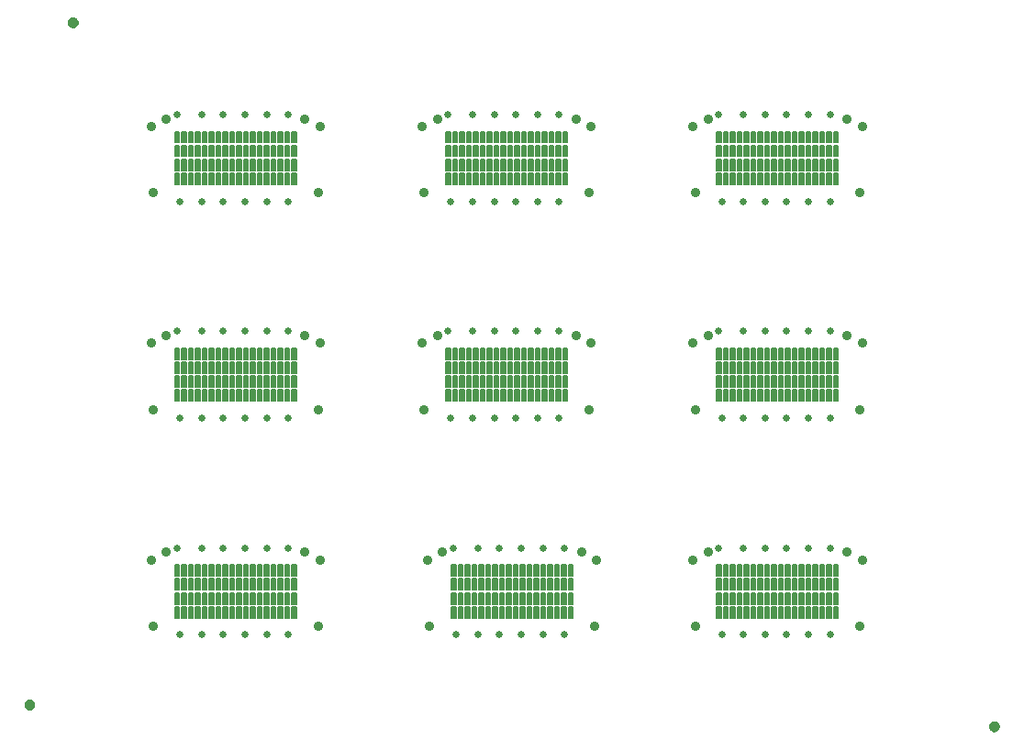
<source format=gbs>
G75*
%MOIN*%
%OFA0B0*%
%FSLAX25Y25*%
%IPPOS*%
%LPD*%
%AMOC8*
5,1,8,0,0,1.08239X$1,22.5*
%
%ADD10C,0.03553*%
%ADD11C,0.00630*%
%ADD12C,0.01969*%
%ADD13C,0.02581*%
D10*
X0119425Y0077181D03*
X0118638Y0101197D03*
X0124150Y0103953D03*
X0174543Y0103953D03*
X0180055Y0101197D03*
X0179268Y0077181D03*
X0219819Y0077181D03*
X0219032Y0101197D03*
X0224543Y0103953D03*
X0274937Y0103953D03*
X0280449Y0101197D03*
X0279661Y0077181D03*
X0316276Y0077181D03*
X0315488Y0101197D03*
X0321000Y0103953D03*
X0371394Y0103953D03*
X0376906Y0101197D03*
X0376118Y0077181D03*
X0376118Y0155921D03*
X0376906Y0179937D03*
X0371394Y0182693D03*
X0321000Y0182693D03*
X0315488Y0179937D03*
X0316276Y0155921D03*
X0278480Y0179937D03*
X0272969Y0182693D03*
X0277693Y0155921D03*
X0222575Y0182693D03*
X0217063Y0179937D03*
X0217850Y0155921D03*
X0179268Y0155921D03*
X0180055Y0179937D03*
X0174543Y0182693D03*
X0124150Y0182693D03*
X0118638Y0179937D03*
X0119425Y0155921D03*
X0119425Y0234661D03*
X0118638Y0258677D03*
X0124150Y0261433D03*
X0174543Y0261433D03*
X0180055Y0258677D03*
X0179268Y0234661D03*
X0217850Y0234661D03*
X0217063Y0258677D03*
X0222575Y0261433D03*
X0272969Y0261433D03*
X0278480Y0258677D03*
X0277693Y0234661D03*
X0316276Y0234661D03*
X0315488Y0258677D03*
X0321000Y0261433D03*
X0371394Y0261433D03*
X0376906Y0258677D03*
X0376118Y0234661D03*
D11*
X0368172Y0241686D02*
X0366702Y0241686D01*
X0368172Y0241686D02*
X0368172Y0237716D01*
X0366702Y0237716D01*
X0366702Y0241686D01*
X0366702Y0238345D02*
X0368172Y0238345D01*
X0368172Y0238974D02*
X0366702Y0238974D01*
X0366702Y0239603D02*
X0368172Y0239603D01*
X0368172Y0240232D02*
X0366702Y0240232D01*
X0366702Y0240861D02*
X0368172Y0240861D01*
X0368172Y0241490D02*
X0366702Y0241490D01*
X0365672Y0241686D02*
X0364202Y0241686D01*
X0365672Y0241686D02*
X0365672Y0237716D01*
X0364202Y0237716D01*
X0364202Y0241686D01*
X0364202Y0238345D02*
X0365672Y0238345D01*
X0365672Y0238974D02*
X0364202Y0238974D01*
X0364202Y0239603D02*
X0365672Y0239603D01*
X0365672Y0240232D02*
X0364202Y0240232D01*
X0364202Y0240861D02*
X0365672Y0240861D01*
X0365672Y0241490D02*
X0364202Y0241490D01*
X0363172Y0241686D02*
X0361702Y0241686D01*
X0363172Y0241686D02*
X0363172Y0237716D01*
X0361702Y0237716D01*
X0361702Y0241686D01*
X0361702Y0238345D02*
X0363172Y0238345D01*
X0363172Y0238974D02*
X0361702Y0238974D01*
X0361702Y0239603D02*
X0363172Y0239603D01*
X0363172Y0240232D02*
X0361702Y0240232D01*
X0361702Y0240861D02*
X0363172Y0240861D01*
X0363172Y0241490D02*
X0361702Y0241490D01*
X0360672Y0241686D02*
X0359202Y0241686D01*
X0360672Y0241686D02*
X0360672Y0237716D01*
X0359202Y0237716D01*
X0359202Y0241686D01*
X0359202Y0238345D02*
X0360672Y0238345D01*
X0360672Y0238974D02*
X0359202Y0238974D01*
X0359202Y0239603D02*
X0360672Y0239603D01*
X0360672Y0240232D02*
X0359202Y0240232D01*
X0359202Y0240861D02*
X0360672Y0240861D01*
X0360672Y0241490D02*
X0359202Y0241490D01*
X0358172Y0241686D02*
X0356702Y0241686D01*
X0358172Y0241686D02*
X0358172Y0237716D01*
X0356702Y0237716D01*
X0356702Y0241686D01*
X0356702Y0238345D02*
X0358172Y0238345D01*
X0358172Y0238974D02*
X0356702Y0238974D01*
X0356702Y0239603D02*
X0358172Y0239603D01*
X0358172Y0240232D02*
X0356702Y0240232D01*
X0356702Y0240861D02*
X0358172Y0240861D01*
X0358172Y0241490D02*
X0356702Y0241490D01*
X0355672Y0241686D02*
X0354202Y0241686D01*
X0355672Y0241686D02*
X0355672Y0237716D01*
X0354202Y0237716D01*
X0354202Y0241686D01*
X0354202Y0238345D02*
X0355672Y0238345D01*
X0355672Y0238974D02*
X0354202Y0238974D01*
X0354202Y0239603D02*
X0355672Y0239603D01*
X0355672Y0240232D02*
X0354202Y0240232D01*
X0354202Y0240861D02*
X0355672Y0240861D01*
X0355672Y0241490D02*
X0354202Y0241490D01*
X0353172Y0241686D02*
X0351702Y0241686D01*
X0353172Y0241686D02*
X0353172Y0237716D01*
X0351702Y0237716D01*
X0351702Y0241686D01*
X0351702Y0238345D02*
X0353172Y0238345D01*
X0353172Y0238974D02*
X0351702Y0238974D01*
X0351702Y0239603D02*
X0353172Y0239603D01*
X0353172Y0240232D02*
X0351702Y0240232D01*
X0351702Y0240861D02*
X0353172Y0240861D01*
X0353172Y0241490D02*
X0351702Y0241490D01*
X0350672Y0241686D02*
X0349202Y0241686D01*
X0350672Y0241686D02*
X0350672Y0237716D01*
X0349202Y0237716D01*
X0349202Y0241686D01*
X0349202Y0238345D02*
X0350672Y0238345D01*
X0350672Y0238974D02*
X0349202Y0238974D01*
X0349202Y0239603D02*
X0350672Y0239603D01*
X0350672Y0240232D02*
X0349202Y0240232D01*
X0349202Y0240861D02*
X0350672Y0240861D01*
X0350672Y0241490D02*
X0349202Y0241490D01*
X0348172Y0241686D02*
X0346702Y0241686D01*
X0348172Y0241686D02*
X0348172Y0237716D01*
X0346702Y0237716D01*
X0346702Y0241686D01*
X0346702Y0238345D02*
X0348172Y0238345D01*
X0348172Y0238974D02*
X0346702Y0238974D01*
X0346702Y0239603D02*
X0348172Y0239603D01*
X0348172Y0240232D02*
X0346702Y0240232D01*
X0346702Y0240861D02*
X0348172Y0240861D01*
X0348172Y0241490D02*
X0346702Y0241490D01*
X0345672Y0241686D02*
X0344202Y0241686D01*
X0345672Y0241686D02*
X0345672Y0237716D01*
X0344202Y0237716D01*
X0344202Y0241686D01*
X0344202Y0238345D02*
X0345672Y0238345D01*
X0345672Y0238974D02*
X0344202Y0238974D01*
X0344202Y0239603D02*
X0345672Y0239603D01*
X0345672Y0240232D02*
X0344202Y0240232D01*
X0344202Y0240861D02*
X0345672Y0240861D01*
X0345672Y0241490D02*
X0344202Y0241490D01*
X0343172Y0241686D02*
X0341702Y0241686D01*
X0343172Y0241686D02*
X0343172Y0237716D01*
X0341702Y0237716D01*
X0341702Y0241686D01*
X0341702Y0238345D02*
X0343172Y0238345D01*
X0343172Y0238974D02*
X0341702Y0238974D01*
X0341702Y0239603D02*
X0343172Y0239603D01*
X0343172Y0240232D02*
X0341702Y0240232D01*
X0341702Y0240861D02*
X0343172Y0240861D01*
X0343172Y0241490D02*
X0341702Y0241490D01*
X0340672Y0241686D02*
X0339202Y0241686D01*
X0340672Y0241686D02*
X0340672Y0237716D01*
X0339202Y0237716D01*
X0339202Y0241686D01*
X0339202Y0238345D02*
X0340672Y0238345D01*
X0340672Y0238974D02*
X0339202Y0238974D01*
X0339202Y0239603D02*
X0340672Y0239603D01*
X0340672Y0240232D02*
X0339202Y0240232D01*
X0339202Y0240861D02*
X0340672Y0240861D01*
X0340672Y0241490D02*
X0339202Y0241490D01*
X0338172Y0241686D02*
X0336702Y0241686D01*
X0338172Y0241686D02*
X0338172Y0237716D01*
X0336702Y0237716D01*
X0336702Y0241686D01*
X0336702Y0238345D02*
X0338172Y0238345D01*
X0338172Y0238974D02*
X0336702Y0238974D01*
X0336702Y0239603D02*
X0338172Y0239603D01*
X0338172Y0240232D02*
X0336702Y0240232D01*
X0336702Y0240861D02*
X0338172Y0240861D01*
X0338172Y0241490D02*
X0336702Y0241490D01*
X0335672Y0241686D02*
X0334202Y0241686D01*
X0335672Y0241686D02*
X0335672Y0237716D01*
X0334202Y0237716D01*
X0334202Y0241686D01*
X0334202Y0238345D02*
X0335672Y0238345D01*
X0335672Y0238974D02*
X0334202Y0238974D01*
X0334202Y0239603D02*
X0335672Y0239603D01*
X0335672Y0240232D02*
X0334202Y0240232D01*
X0334202Y0240861D02*
X0335672Y0240861D01*
X0335672Y0241490D02*
X0334202Y0241490D01*
X0333172Y0241686D02*
X0331702Y0241686D01*
X0333172Y0241686D02*
X0333172Y0237716D01*
X0331702Y0237716D01*
X0331702Y0241686D01*
X0331702Y0238345D02*
X0333172Y0238345D01*
X0333172Y0238974D02*
X0331702Y0238974D01*
X0331702Y0239603D02*
X0333172Y0239603D01*
X0333172Y0240232D02*
X0331702Y0240232D01*
X0331702Y0240861D02*
X0333172Y0240861D01*
X0333172Y0241490D02*
X0331702Y0241490D01*
X0330672Y0241686D02*
X0329202Y0241686D01*
X0330672Y0241686D02*
X0330672Y0237716D01*
X0329202Y0237716D01*
X0329202Y0241686D01*
X0329202Y0238345D02*
X0330672Y0238345D01*
X0330672Y0238974D02*
X0329202Y0238974D01*
X0329202Y0239603D02*
X0330672Y0239603D01*
X0330672Y0240232D02*
X0329202Y0240232D01*
X0329202Y0240861D02*
X0330672Y0240861D01*
X0330672Y0241490D02*
X0329202Y0241490D01*
X0328172Y0241686D02*
X0326702Y0241686D01*
X0328172Y0241686D02*
X0328172Y0237716D01*
X0326702Y0237716D01*
X0326702Y0241686D01*
X0326702Y0238345D02*
X0328172Y0238345D01*
X0328172Y0238974D02*
X0326702Y0238974D01*
X0326702Y0239603D02*
X0328172Y0239603D01*
X0328172Y0240232D02*
X0326702Y0240232D01*
X0326702Y0240861D02*
X0328172Y0240861D01*
X0328172Y0241490D02*
X0326702Y0241490D01*
X0325672Y0241686D02*
X0324202Y0241686D01*
X0325672Y0241686D02*
X0325672Y0237716D01*
X0324202Y0237716D01*
X0324202Y0241686D01*
X0324202Y0238345D02*
X0325672Y0238345D01*
X0325672Y0238974D02*
X0324202Y0238974D01*
X0324202Y0239603D02*
X0325672Y0239603D01*
X0325672Y0240232D02*
X0324202Y0240232D01*
X0324202Y0240861D02*
X0325672Y0240861D01*
X0325672Y0241490D02*
X0324202Y0241490D01*
X0324202Y0242716D02*
X0325672Y0242716D01*
X0324202Y0242716D02*
X0324202Y0246686D01*
X0325672Y0246686D01*
X0325672Y0242716D01*
X0325672Y0243345D02*
X0324202Y0243345D01*
X0324202Y0243974D02*
X0325672Y0243974D01*
X0325672Y0244603D02*
X0324202Y0244603D01*
X0324202Y0245232D02*
X0325672Y0245232D01*
X0325672Y0245861D02*
X0324202Y0245861D01*
X0324202Y0246490D02*
X0325672Y0246490D01*
X0326702Y0242716D02*
X0328172Y0242716D01*
X0326702Y0242716D02*
X0326702Y0246686D01*
X0328172Y0246686D01*
X0328172Y0242716D01*
X0328172Y0243345D02*
X0326702Y0243345D01*
X0326702Y0243974D02*
X0328172Y0243974D01*
X0328172Y0244603D02*
X0326702Y0244603D01*
X0326702Y0245232D02*
X0328172Y0245232D01*
X0328172Y0245861D02*
X0326702Y0245861D01*
X0326702Y0246490D02*
X0328172Y0246490D01*
X0329202Y0242716D02*
X0330672Y0242716D01*
X0329202Y0242716D02*
X0329202Y0246686D01*
X0330672Y0246686D01*
X0330672Y0242716D01*
X0330672Y0243345D02*
X0329202Y0243345D01*
X0329202Y0243974D02*
X0330672Y0243974D01*
X0330672Y0244603D02*
X0329202Y0244603D01*
X0329202Y0245232D02*
X0330672Y0245232D01*
X0330672Y0245861D02*
X0329202Y0245861D01*
X0329202Y0246490D02*
X0330672Y0246490D01*
X0331702Y0242716D02*
X0333172Y0242716D01*
X0331702Y0242716D02*
X0331702Y0246686D01*
X0333172Y0246686D01*
X0333172Y0242716D01*
X0333172Y0243345D02*
X0331702Y0243345D01*
X0331702Y0243974D02*
X0333172Y0243974D01*
X0333172Y0244603D02*
X0331702Y0244603D01*
X0331702Y0245232D02*
X0333172Y0245232D01*
X0333172Y0245861D02*
X0331702Y0245861D01*
X0331702Y0246490D02*
X0333172Y0246490D01*
X0334202Y0242716D02*
X0335672Y0242716D01*
X0334202Y0242716D02*
X0334202Y0246686D01*
X0335672Y0246686D01*
X0335672Y0242716D01*
X0335672Y0243345D02*
X0334202Y0243345D01*
X0334202Y0243974D02*
X0335672Y0243974D01*
X0335672Y0244603D02*
X0334202Y0244603D01*
X0334202Y0245232D02*
X0335672Y0245232D01*
X0335672Y0245861D02*
X0334202Y0245861D01*
X0334202Y0246490D02*
X0335672Y0246490D01*
X0336702Y0242716D02*
X0338172Y0242716D01*
X0336702Y0242716D02*
X0336702Y0246686D01*
X0338172Y0246686D01*
X0338172Y0242716D01*
X0338172Y0243345D02*
X0336702Y0243345D01*
X0336702Y0243974D02*
X0338172Y0243974D01*
X0338172Y0244603D02*
X0336702Y0244603D01*
X0336702Y0245232D02*
X0338172Y0245232D01*
X0338172Y0245861D02*
X0336702Y0245861D01*
X0336702Y0246490D02*
X0338172Y0246490D01*
X0339202Y0242716D02*
X0340672Y0242716D01*
X0339202Y0242716D02*
X0339202Y0246686D01*
X0340672Y0246686D01*
X0340672Y0242716D01*
X0340672Y0243345D02*
X0339202Y0243345D01*
X0339202Y0243974D02*
X0340672Y0243974D01*
X0340672Y0244603D02*
X0339202Y0244603D01*
X0339202Y0245232D02*
X0340672Y0245232D01*
X0340672Y0245861D02*
X0339202Y0245861D01*
X0339202Y0246490D02*
X0340672Y0246490D01*
X0341702Y0242716D02*
X0343172Y0242716D01*
X0341702Y0242716D02*
X0341702Y0246686D01*
X0343172Y0246686D01*
X0343172Y0242716D01*
X0343172Y0243345D02*
X0341702Y0243345D01*
X0341702Y0243974D02*
X0343172Y0243974D01*
X0343172Y0244603D02*
X0341702Y0244603D01*
X0341702Y0245232D02*
X0343172Y0245232D01*
X0343172Y0245861D02*
X0341702Y0245861D01*
X0341702Y0246490D02*
X0343172Y0246490D01*
X0344202Y0242716D02*
X0345672Y0242716D01*
X0344202Y0242716D02*
X0344202Y0246686D01*
X0345672Y0246686D01*
X0345672Y0242716D01*
X0345672Y0243345D02*
X0344202Y0243345D01*
X0344202Y0243974D02*
X0345672Y0243974D01*
X0345672Y0244603D02*
X0344202Y0244603D01*
X0344202Y0245232D02*
X0345672Y0245232D01*
X0345672Y0245861D02*
X0344202Y0245861D01*
X0344202Y0246490D02*
X0345672Y0246490D01*
X0346702Y0242716D02*
X0348172Y0242716D01*
X0346702Y0242716D02*
X0346702Y0246686D01*
X0348172Y0246686D01*
X0348172Y0242716D01*
X0348172Y0243345D02*
X0346702Y0243345D01*
X0346702Y0243974D02*
X0348172Y0243974D01*
X0348172Y0244603D02*
X0346702Y0244603D01*
X0346702Y0245232D02*
X0348172Y0245232D01*
X0348172Y0245861D02*
X0346702Y0245861D01*
X0346702Y0246490D02*
X0348172Y0246490D01*
X0349202Y0242716D02*
X0350672Y0242716D01*
X0349202Y0242716D02*
X0349202Y0246686D01*
X0350672Y0246686D01*
X0350672Y0242716D01*
X0350672Y0243345D02*
X0349202Y0243345D01*
X0349202Y0243974D02*
X0350672Y0243974D01*
X0350672Y0244603D02*
X0349202Y0244603D01*
X0349202Y0245232D02*
X0350672Y0245232D01*
X0350672Y0245861D02*
X0349202Y0245861D01*
X0349202Y0246490D02*
X0350672Y0246490D01*
X0351702Y0242716D02*
X0353172Y0242716D01*
X0351702Y0242716D02*
X0351702Y0246686D01*
X0353172Y0246686D01*
X0353172Y0242716D01*
X0353172Y0243345D02*
X0351702Y0243345D01*
X0351702Y0243974D02*
X0353172Y0243974D01*
X0353172Y0244603D02*
X0351702Y0244603D01*
X0351702Y0245232D02*
X0353172Y0245232D01*
X0353172Y0245861D02*
X0351702Y0245861D01*
X0351702Y0246490D02*
X0353172Y0246490D01*
X0354202Y0242716D02*
X0355672Y0242716D01*
X0354202Y0242716D02*
X0354202Y0246686D01*
X0355672Y0246686D01*
X0355672Y0242716D01*
X0355672Y0243345D02*
X0354202Y0243345D01*
X0354202Y0243974D02*
X0355672Y0243974D01*
X0355672Y0244603D02*
X0354202Y0244603D01*
X0354202Y0245232D02*
X0355672Y0245232D01*
X0355672Y0245861D02*
X0354202Y0245861D01*
X0354202Y0246490D02*
X0355672Y0246490D01*
X0356702Y0242716D02*
X0358172Y0242716D01*
X0356702Y0242716D02*
X0356702Y0246686D01*
X0358172Y0246686D01*
X0358172Y0242716D01*
X0358172Y0243345D02*
X0356702Y0243345D01*
X0356702Y0243974D02*
X0358172Y0243974D01*
X0358172Y0244603D02*
X0356702Y0244603D01*
X0356702Y0245232D02*
X0358172Y0245232D01*
X0358172Y0245861D02*
X0356702Y0245861D01*
X0356702Y0246490D02*
X0358172Y0246490D01*
X0359202Y0242716D02*
X0360672Y0242716D01*
X0359202Y0242716D02*
X0359202Y0246686D01*
X0360672Y0246686D01*
X0360672Y0242716D01*
X0360672Y0243345D02*
X0359202Y0243345D01*
X0359202Y0243974D02*
X0360672Y0243974D01*
X0360672Y0244603D02*
X0359202Y0244603D01*
X0359202Y0245232D02*
X0360672Y0245232D01*
X0360672Y0245861D02*
X0359202Y0245861D01*
X0359202Y0246490D02*
X0360672Y0246490D01*
X0361702Y0242716D02*
X0363172Y0242716D01*
X0361702Y0242716D02*
X0361702Y0246686D01*
X0363172Y0246686D01*
X0363172Y0242716D01*
X0363172Y0243345D02*
X0361702Y0243345D01*
X0361702Y0243974D02*
X0363172Y0243974D01*
X0363172Y0244603D02*
X0361702Y0244603D01*
X0361702Y0245232D02*
X0363172Y0245232D01*
X0363172Y0245861D02*
X0361702Y0245861D01*
X0361702Y0246490D02*
X0363172Y0246490D01*
X0364202Y0242716D02*
X0365672Y0242716D01*
X0364202Y0242716D02*
X0364202Y0246686D01*
X0365672Y0246686D01*
X0365672Y0242716D01*
X0365672Y0243345D02*
X0364202Y0243345D01*
X0364202Y0243974D02*
X0365672Y0243974D01*
X0365672Y0244603D02*
X0364202Y0244603D01*
X0364202Y0245232D02*
X0365672Y0245232D01*
X0365672Y0245861D02*
X0364202Y0245861D01*
X0364202Y0246490D02*
X0365672Y0246490D01*
X0366702Y0242716D02*
X0368172Y0242716D01*
X0366702Y0242716D02*
X0366702Y0246686D01*
X0368172Y0246686D01*
X0368172Y0242716D01*
X0368172Y0243345D02*
X0366702Y0243345D01*
X0366702Y0243974D02*
X0368172Y0243974D01*
X0368172Y0244603D02*
X0366702Y0244603D01*
X0366702Y0245232D02*
X0368172Y0245232D01*
X0368172Y0245861D02*
X0366702Y0245861D01*
X0366702Y0246490D02*
X0368172Y0246490D01*
X0368172Y0251922D02*
X0366702Y0251922D01*
X0368172Y0251922D02*
X0368172Y0247952D01*
X0366702Y0247952D01*
X0366702Y0251922D01*
X0366702Y0248581D02*
X0368172Y0248581D01*
X0368172Y0249210D02*
X0366702Y0249210D01*
X0366702Y0249839D02*
X0368172Y0249839D01*
X0368172Y0250468D02*
X0366702Y0250468D01*
X0366702Y0251097D02*
X0368172Y0251097D01*
X0368172Y0251726D02*
X0366702Y0251726D01*
X0365672Y0251922D02*
X0364202Y0251922D01*
X0365672Y0251922D02*
X0365672Y0247952D01*
X0364202Y0247952D01*
X0364202Y0251922D01*
X0364202Y0248581D02*
X0365672Y0248581D01*
X0365672Y0249210D02*
X0364202Y0249210D01*
X0364202Y0249839D02*
X0365672Y0249839D01*
X0365672Y0250468D02*
X0364202Y0250468D01*
X0364202Y0251097D02*
X0365672Y0251097D01*
X0365672Y0251726D02*
X0364202Y0251726D01*
X0363172Y0251922D02*
X0361702Y0251922D01*
X0363172Y0251922D02*
X0363172Y0247952D01*
X0361702Y0247952D01*
X0361702Y0251922D01*
X0361702Y0248581D02*
X0363172Y0248581D01*
X0363172Y0249210D02*
X0361702Y0249210D01*
X0361702Y0249839D02*
X0363172Y0249839D01*
X0363172Y0250468D02*
X0361702Y0250468D01*
X0361702Y0251097D02*
X0363172Y0251097D01*
X0363172Y0251726D02*
X0361702Y0251726D01*
X0360672Y0251922D02*
X0359202Y0251922D01*
X0360672Y0251922D02*
X0360672Y0247952D01*
X0359202Y0247952D01*
X0359202Y0251922D01*
X0359202Y0248581D02*
X0360672Y0248581D01*
X0360672Y0249210D02*
X0359202Y0249210D01*
X0359202Y0249839D02*
X0360672Y0249839D01*
X0360672Y0250468D02*
X0359202Y0250468D01*
X0359202Y0251097D02*
X0360672Y0251097D01*
X0360672Y0251726D02*
X0359202Y0251726D01*
X0358172Y0251922D02*
X0356702Y0251922D01*
X0358172Y0251922D02*
X0358172Y0247952D01*
X0356702Y0247952D01*
X0356702Y0251922D01*
X0356702Y0248581D02*
X0358172Y0248581D01*
X0358172Y0249210D02*
X0356702Y0249210D01*
X0356702Y0249839D02*
X0358172Y0249839D01*
X0358172Y0250468D02*
X0356702Y0250468D01*
X0356702Y0251097D02*
X0358172Y0251097D01*
X0358172Y0251726D02*
X0356702Y0251726D01*
X0355672Y0251922D02*
X0354202Y0251922D01*
X0355672Y0251922D02*
X0355672Y0247952D01*
X0354202Y0247952D01*
X0354202Y0251922D01*
X0354202Y0248581D02*
X0355672Y0248581D01*
X0355672Y0249210D02*
X0354202Y0249210D01*
X0354202Y0249839D02*
X0355672Y0249839D01*
X0355672Y0250468D02*
X0354202Y0250468D01*
X0354202Y0251097D02*
X0355672Y0251097D01*
X0355672Y0251726D02*
X0354202Y0251726D01*
X0353172Y0251922D02*
X0351702Y0251922D01*
X0353172Y0251922D02*
X0353172Y0247952D01*
X0351702Y0247952D01*
X0351702Y0251922D01*
X0351702Y0248581D02*
X0353172Y0248581D01*
X0353172Y0249210D02*
X0351702Y0249210D01*
X0351702Y0249839D02*
X0353172Y0249839D01*
X0353172Y0250468D02*
X0351702Y0250468D01*
X0351702Y0251097D02*
X0353172Y0251097D01*
X0353172Y0251726D02*
X0351702Y0251726D01*
X0350672Y0251922D02*
X0349202Y0251922D01*
X0350672Y0251922D02*
X0350672Y0247952D01*
X0349202Y0247952D01*
X0349202Y0251922D01*
X0349202Y0248581D02*
X0350672Y0248581D01*
X0350672Y0249210D02*
X0349202Y0249210D01*
X0349202Y0249839D02*
X0350672Y0249839D01*
X0350672Y0250468D02*
X0349202Y0250468D01*
X0349202Y0251097D02*
X0350672Y0251097D01*
X0350672Y0251726D02*
X0349202Y0251726D01*
X0348172Y0251922D02*
X0346702Y0251922D01*
X0348172Y0251922D02*
X0348172Y0247952D01*
X0346702Y0247952D01*
X0346702Y0251922D01*
X0346702Y0248581D02*
X0348172Y0248581D01*
X0348172Y0249210D02*
X0346702Y0249210D01*
X0346702Y0249839D02*
X0348172Y0249839D01*
X0348172Y0250468D02*
X0346702Y0250468D01*
X0346702Y0251097D02*
X0348172Y0251097D01*
X0348172Y0251726D02*
X0346702Y0251726D01*
X0345672Y0251922D02*
X0344202Y0251922D01*
X0345672Y0251922D02*
X0345672Y0247952D01*
X0344202Y0247952D01*
X0344202Y0251922D01*
X0344202Y0248581D02*
X0345672Y0248581D01*
X0345672Y0249210D02*
X0344202Y0249210D01*
X0344202Y0249839D02*
X0345672Y0249839D01*
X0345672Y0250468D02*
X0344202Y0250468D01*
X0344202Y0251097D02*
X0345672Y0251097D01*
X0345672Y0251726D02*
X0344202Y0251726D01*
X0343172Y0251922D02*
X0341702Y0251922D01*
X0343172Y0251922D02*
X0343172Y0247952D01*
X0341702Y0247952D01*
X0341702Y0251922D01*
X0341702Y0248581D02*
X0343172Y0248581D01*
X0343172Y0249210D02*
X0341702Y0249210D01*
X0341702Y0249839D02*
X0343172Y0249839D01*
X0343172Y0250468D02*
X0341702Y0250468D01*
X0341702Y0251097D02*
X0343172Y0251097D01*
X0343172Y0251726D02*
X0341702Y0251726D01*
X0340672Y0251922D02*
X0339202Y0251922D01*
X0340672Y0251922D02*
X0340672Y0247952D01*
X0339202Y0247952D01*
X0339202Y0251922D01*
X0339202Y0248581D02*
X0340672Y0248581D01*
X0340672Y0249210D02*
X0339202Y0249210D01*
X0339202Y0249839D02*
X0340672Y0249839D01*
X0340672Y0250468D02*
X0339202Y0250468D01*
X0339202Y0251097D02*
X0340672Y0251097D01*
X0340672Y0251726D02*
X0339202Y0251726D01*
X0338172Y0251922D02*
X0336702Y0251922D01*
X0338172Y0251922D02*
X0338172Y0247952D01*
X0336702Y0247952D01*
X0336702Y0251922D01*
X0336702Y0248581D02*
X0338172Y0248581D01*
X0338172Y0249210D02*
X0336702Y0249210D01*
X0336702Y0249839D02*
X0338172Y0249839D01*
X0338172Y0250468D02*
X0336702Y0250468D01*
X0336702Y0251097D02*
X0338172Y0251097D01*
X0338172Y0251726D02*
X0336702Y0251726D01*
X0335672Y0251922D02*
X0334202Y0251922D01*
X0335672Y0251922D02*
X0335672Y0247952D01*
X0334202Y0247952D01*
X0334202Y0251922D01*
X0334202Y0248581D02*
X0335672Y0248581D01*
X0335672Y0249210D02*
X0334202Y0249210D01*
X0334202Y0249839D02*
X0335672Y0249839D01*
X0335672Y0250468D02*
X0334202Y0250468D01*
X0334202Y0251097D02*
X0335672Y0251097D01*
X0335672Y0251726D02*
X0334202Y0251726D01*
X0333172Y0251922D02*
X0331702Y0251922D01*
X0333172Y0251922D02*
X0333172Y0247952D01*
X0331702Y0247952D01*
X0331702Y0251922D01*
X0331702Y0248581D02*
X0333172Y0248581D01*
X0333172Y0249210D02*
X0331702Y0249210D01*
X0331702Y0249839D02*
X0333172Y0249839D01*
X0333172Y0250468D02*
X0331702Y0250468D01*
X0331702Y0251097D02*
X0333172Y0251097D01*
X0333172Y0251726D02*
X0331702Y0251726D01*
X0330672Y0251922D02*
X0329202Y0251922D01*
X0330672Y0251922D02*
X0330672Y0247952D01*
X0329202Y0247952D01*
X0329202Y0251922D01*
X0329202Y0248581D02*
X0330672Y0248581D01*
X0330672Y0249210D02*
X0329202Y0249210D01*
X0329202Y0249839D02*
X0330672Y0249839D01*
X0330672Y0250468D02*
X0329202Y0250468D01*
X0329202Y0251097D02*
X0330672Y0251097D01*
X0330672Y0251726D02*
X0329202Y0251726D01*
X0328172Y0251922D02*
X0326702Y0251922D01*
X0328172Y0251922D02*
X0328172Y0247952D01*
X0326702Y0247952D01*
X0326702Y0251922D01*
X0326702Y0248581D02*
X0328172Y0248581D01*
X0328172Y0249210D02*
X0326702Y0249210D01*
X0326702Y0249839D02*
X0328172Y0249839D01*
X0328172Y0250468D02*
X0326702Y0250468D01*
X0326702Y0251097D02*
X0328172Y0251097D01*
X0328172Y0251726D02*
X0326702Y0251726D01*
X0325672Y0251922D02*
X0324202Y0251922D01*
X0325672Y0251922D02*
X0325672Y0247952D01*
X0324202Y0247952D01*
X0324202Y0251922D01*
X0324202Y0248581D02*
X0325672Y0248581D01*
X0325672Y0249210D02*
X0324202Y0249210D01*
X0324202Y0249839D02*
X0325672Y0249839D01*
X0325672Y0250468D02*
X0324202Y0250468D01*
X0324202Y0251097D02*
X0325672Y0251097D01*
X0325672Y0251726D02*
X0324202Y0251726D01*
X0324202Y0252952D02*
X0325672Y0252952D01*
X0324202Y0252952D02*
X0324202Y0256922D01*
X0325672Y0256922D01*
X0325672Y0252952D01*
X0325672Y0253581D02*
X0324202Y0253581D01*
X0324202Y0254210D02*
X0325672Y0254210D01*
X0325672Y0254839D02*
X0324202Y0254839D01*
X0324202Y0255468D02*
X0325672Y0255468D01*
X0325672Y0256097D02*
X0324202Y0256097D01*
X0324202Y0256726D02*
X0325672Y0256726D01*
X0326702Y0252952D02*
X0328172Y0252952D01*
X0326702Y0252952D02*
X0326702Y0256922D01*
X0328172Y0256922D01*
X0328172Y0252952D01*
X0328172Y0253581D02*
X0326702Y0253581D01*
X0326702Y0254210D02*
X0328172Y0254210D01*
X0328172Y0254839D02*
X0326702Y0254839D01*
X0326702Y0255468D02*
X0328172Y0255468D01*
X0328172Y0256097D02*
X0326702Y0256097D01*
X0326702Y0256726D02*
X0328172Y0256726D01*
X0329202Y0252952D02*
X0330672Y0252952D01*
X0329202Y0252952D02*
X0329202Y0256922D01*
X0330672Y0256922D01*
X0330672Y0252952D01*
X0330672Y0253581D02*
X0329202Y0253581D01*
X0329202Y0254210D02*
X0330672Y0254210D01*
X0330672Y0254839D02*
X0329202Y0254839D01*
X0329202Y0255468D02*
X0330672Y0255468D01*
X0330672Y0256097D02*
X0329202Y0256097D01*
X0329202Y0256726D02*
X0330672Y0256726D01*
X0331702Y0252952D02*
X0333172Y0252952D01*
X0331702Y0252952D02*
X0331702Y0256922D01*
X0333172Y0256922D01*
X0333172Y0252952D01*
X0333172Y0253581D02*
X0331702Y0253581D01*
X0331702Y0254210D02*
X0333172Y0254210D01*
X0333172Y0254839D02*
X0331702Y0254839D01*
X0331702Y0255468D02*
X0333172Y0255468D01*
X0333172Y0256097D02*
X0331702Y0256097D01*
X0331702Y0256726D02*
X0333172Y0256726D01*
X0334202Y0252952D02*
X0335672Y0252952D01*
X0334202Y0252952D02*
X0334202Y0256922D01*
X0335672Y0256922D01*
X0335672Y0252952D01*
X0335672Y0253581D02*
X0334202Y0253581D01*
X0334202Y0254210D02*
X0335672Y0254210D01*
X0335672Y0254839D02*
X0334202Y0254839D01*
X0334202Y0255468D02*
X0335672Y0255468D01*
X0335672Y0256097D02*
X0334202Y0256097D01*
X0334202Y0256726D02*
X0335672Y0256726D01*
X0336702Y0252952D02*
X0338172Y0252952D01*
X0336702Y0252952D02*
X0336702Y0256922D01*
X0338172Y0256922D01*
X0338172Y0252952D01*
X0338172Y0253581D02*
X0336702Y0253581D01*
X0336702Y0254210D02*
X0338172Y0254210D01*
X0338172Y0254839D02*
X0336702Y0254839D01*
X0336702Y0255468D02*
X0338172Y0255468D01*
X0338172Y0256097D02*
X0336702Y0256097D01*
X0336702Y0256726D02*
X0338172Y0256726D01*
X0339202Y0252952D02*
X0340672Y0252952D01*
X0339202Y0252952D02*
X0339202Y0256922D01*
X0340672Y0256922D01*
X0340672Y0252952D01*
X0340672Y0253581D02*
X0339202Y0253581D01*
X0339202Y0254210D02*
X0340672Y0254210D01*
X0340672Y0254839D02*
X0339202Y0254839D01*
X0339202Y0255468D02*
X0340672Y0255468D01*
X0340672Y0256097D02*
X0339202Y0256097D01*
X0339202Y0256726D02*
X0340672Y0256726D01*
X0341702Y0252952D02*
X0343172Y0252952D01*
X0341702Y0252952D02*
X0341702Y0256922D01*
X0343172Y0256922D01*
X0343172Y0252952D01*
X0343172Y0253581D02*
X0341702Y0253581D01*
X0341702Y0254210D02*
X0343172Y0254210D01*
X0343172Y0254839D02*
X0341702Y0254839D01*
X0341702Y0255468D02*
X0343172Y0255468D01*
X0343172Y0256097D02*
X0341702Y0256097D01*
X0341702Y0256726D02*
X0343172Y0256726D01*
X0344202Y0252952D02*
X0345672Y0252952D01*
X0344202Y0252952D02*
X0344202Y0256922D01*
X0345672Y0256922D01*
X0345672Y0252952D01*
X0345672Y0253581D02*
X0344202Y0253581D01*
X0344202Y0254210D02*
X0345672Y0254210D01*
X0345672Y0254839D02*
X0344202Y0254839D01*
X0344202Y0255468D02*
X0345672Y0255468D01*
X0345672Y0256097D02*
X0344202Y0256097D01*
X0344202Y0256726D02*
X0345672Y0256726D01*
X0346702Y0252952D02*
X0348172Y0252952D01*
X0346702Y0252952D02*
X0346702Y0256922D01*
X0348172Y0256922D01*
X0348172Y0252952D01*
X0348172Y0253581D02*
X0346702Y0253581D01*
X0346702Y0254210D02*
X0348172Y0254210D01*
X0348172Y0254839D02*
X0346702Y0254839D01*
X0346702Y0255468D02*
X0348172Y0255468D01*
X0348172Y0256097D02*
X0346702Y0256097D01*
X0346702Y0256726D02*
X0348172Y0256726D01*
X0349202Y0252952D02*
X0350672Y0252952D01*
X0349202Y0252952D02*
X0349202Y0256922D01*
X0350672Y0256922D01*
X0350672Y0252952D01*
X0350672Y0253581D02*
X0349202Y0253581D01*
X0349202Y0254210D02*
X0350672Y0254210D01*
X0350672Y0254839D02*
X0349202Y0254839D01*
X0349202Y0255468D02*
X0350672Y0255468D01*
X0350672Y0256097D02*
X0349202Y0256097D01*
X0349202Y0256726D02*
X0350672Y0256726D01*
X0351702Y0252952D02*
X0353172Y0252952D01*
X0351702Y0252952D02*
X0351702Y0256922D01*
X0353172Y0256922D01*
X0353172Y0252952D01*
X0353172Y0253581D02*
X0351702Y0253581D01*
X0351702Y0254210D02*
X0353172Y0254210D01*
X0353172Y0254839D02*
X0351702Y0254839D01*
X0351702Y0255468D02*
X0353172Y0255468D01*
X0353172Y0256097D02*
X0351702Y0256097D01*
X0351702Y0256726D02*
X0353172Y0256726D01*
X0354202Y0252952D02*
X0355672Y0252952D01*
X0354202Y0252952D02*
X0354202Y0256922D01*
X0355672Y0256922D01*
X0355672Y0252952D01*
X0355672Y0253581D02*
X0354202Y0253581D01*
X0354202Y0254210D02*
X0355672Y0254210D01*
X0355672Y0254839D02*
X0354202Y0254839D01*
X0354202Y0255468D02*
X0355672Y0255468D01*
X0355672Y0256097D02*
X0354202Y0256097D01*
X0354202Y0256726D02*
X0355672Y0256726D01*
X0356702Y0252952D02*
X0358172Y0252952D01*
X0356702Y0252952D02*
X0356702Y0256922D01*
X0358172Y0256922D01*
X0358172Y0252952D01*
X0358172Y0253581D02*
X0356702Y0253581D01*
X0356702Y0254210D02*
X0358172Y0254210D01*
X0358172Y0254839D02*
X0356702Y0254839D01*
X0356702Y0255468D02*
X0358172Y0255468D01*
X0358172Y0256097D02*
X0356702Y0256097D01*
X0356702Y0256726D02*
X0358172Y0256726D01*
X0359202Y0252952D02*
X0360672Y0252952D01*
X0359202Y0252952D02*
X0359202Y0256922D01*
X0360672Y0256922D01*
X0360672Y0252952D01*
X0360672Y0253581D02*
X0359202Y0253581D01*
X0359202Y0254210D02*
X0360672Y0254210D01*
X0360672Y0254839D02*
X0359202Y0254839D01*
X0359202Y0255468D02*
X0360672Y0255468D01*
X0360672Y0256097D02*
X0359202Y0256097D01*
X0359202Y0256726D02*
X0360672Y0256726D01*
X0361702Y0252952D02*
X0363172Y0252952D01*
X0361702Y0252952D02*
X0361702Y0256922D01*
X0363172Y0256922D01*
X0363172Y0252952D01*
X0363172Y0253581D02*
X0361702Y0253581D01*
X0361702Y0254210D02*
X0363172Y0254210D01*
X0363172Y0254839D02*
X0361702Y0254839D01*
X0361702Y0255468D02*
X0363172Y0255468D01*
X0363172Y0256097D02*
X0361702Y0256097D01*
X0361702Y0256726D02*
X0363172Y0256726D01*
X0364202Y0252952D02*
X0365672Y0252952D01*
X0364202Y0252952D02*
X0364202Y0256922D01*
X0365672Y0256922D01*
X0365672Y0252952D01*
X0365672Y0253581D02*
X0364202Y0253581D01*
X0364202Y0254210D02*
X0365672Y0254210D01*
X0365672Y0254839D02*
X0364202Y0254839D01*
X0364202Y0255468D02*
X0365672Y0255468D01*
X0365672Y0256097D02*
X0364202Y0256097D01*
X0364202Y0256726D02*
X0365672Y0256726D01*
X0366702Y0252952D02*
X0368172Y0252952D01*
X0366702Y0252952D02*
X0366702Y0256922D01*
X0368172Y0256922D01*
X0368172Y0252952D01*
X0368172Y0253581D02*
X0366702Y0253581D01*
X0366702Y0254210D02*
X0368172Y0254210D01*
X0368172Y0254839D02*
X0366702Y0254839D01*
X0366702Y0255468D02*
X0368172Y0255468D01*
X0368172Y0256097D02*
X0366702Y0256097D01*
X0366702Y0256726D02*
X0368172Y0256726D01*
X0269747Y0252952D02*
X0268277Y0252952D01*
X0268277Y0256922D01*
X0269747Y0256922D01*
X0269747Y0252952D01*
X0269747Y0253581D02*
X0268277Y0253581D01*
X0268277Y0254210D02*
X0269747Y0254210D01*
X0269747Y0254839D02*
X0268277Y0254839D01*
X0268277Y0255468D02*
X0269747Y0255468D01*
X0269747Y0256097D02*
X0268277Y0256097D01*
X0268277Y0256726D02*
X0269747Y0256726D01*
X0267247Y0252952D02*
X0265777Y0252952D01*
X0265777Y0256922D01*
X0267247Y0256922D01*
X0267247Y0252952D01*
X0267247Y0253581D02*
X0265777Y0253581D01*
X0265777Y0254210D02*
X0267247Y0254210D01*
X0267247Y0254839D02*
X0265777Y0254839D01*
X0265777Y0255468D02*
X0267247Y0255468D01*
X0267247Y0256097D02*
X0265777Y0256097D01*
X0265777Y0256726D02*
X0267247Y0256726D01*
X0264747Y0252952D02*
X0263277Y0252952D01*
X0263277Y0256922D01*
X0264747Y0256922D01*
X0264747Y0252952D01*
X0264747Y0253581D02*
X0263277Y0253581D01*
X0263277Y0254210D02*
X0264747Y0254210D01*
X0264747Y0254839D02*
X0263277Y0254839D01*
X0263277Y0255468D02*
X0264747Y0255468D01*
X0264747Y0256097D02*
X0263277Y0256097D01*
X0263277Y0256726D02*
X0264747Y0256726D01*
X0262247Y0252952D02*
X0260777Y0252952D01*
X0260777Y0256922D01*
X0262247Y0256922D01*
X0262247Y0252952D01*
X0262247Y0253581D02*
X0260777Y0253581D01*
X0260777Y0254210D02*
X0262247Y0254210D01*
X0262247Y0254839D02*
X0260777Y0254839D01*
X0260777Y0255468D02*
X0262247Y0255468D01*
X0262247Y0256097D02*
X0260777Y0256097D01*
X0260777Y0256726D02*
X0262247Y0256726D01*
X0259747Y0252952D02*
X0258277Y0252952D01*
X0258277Y0256922D01*
X0259747Y0256922D01*
X0259747Y0252952D01*
X0259747Y0253581D02*
X0258277Y0253581D01*
X0258277Y0254210D02*
X0259747Y0254210D01*
X0259747Y0254839D02*
X0258277Y0254839D01*
X0258277Y0255468D02*
X0259747Y0255468D01*
X0259747Y0256097D02*
X0258277Y0256097D01*
X0258277Y0256726D02*
X0259747Y0256726D01*
X0257247Y0252952D02*
X0255777Y0252952D01*
X0255777Y0256922D01*
X0257247Y0256922D01*
X0257247Y0252952D01*
X0257247Y0253581D02*
X0255777Y0253581D01*
X0255777Y0254210D02*
X0257247Y0254210D01*
X0257247Y0254839D02*
X0255777Y0254839D01*
X0255777Y0255468D02*
X0257247Y0255468D01*
X0257247Y0256097D02*
X0255777Y0256097D01*
X0255777Y0256726D02*
X0257247Y0256726D01*
X0254747Y0252952D02*
X0253277Y0252952D01*
X0253277Y0256922D01*
X0254747Y0256922D01*
X0254747Y0252952D01*
X0254747Y0253581D02*
X0253277Y0253581D01*
X0253277Y0254210D02*
X0254747Y0254210D01*
X0254747Y0254839D02*
X0253277Y0254839D01*
X0253277Y0255468D02*
X0254747Y0255468D01*
X0254747Y0256097D02*
X0253277Y0256097D01*
X0253277Y0256726D02*
X0254747Y0256726D01*
X0252247Y0252952D02*
X0250777Y0252952D01*
X0250777Y0256922D01*
X0252247Y0256922D01*
X0252247Y0252952D01*
X0252247Y0253581D02*
X0250777Y0253581D01*
X0250777Y0254210D02*
X0252247Y0254210D01*
X0252247Y0254839D02*
X0250777Y0254839D01*
X0250777Y0255468D02*
X0252247Y0255468D01*
X0252247Y0256097D02*
X0250777Y0256097D01*
X0250777Y0256726D02*
X0252247Y0256726D01*
X0249747Y0252952D02*
X0248277Y0252952D01*
X0248277Y0256922D01*
X0249747Y0256922D01*
X0249747Y0252952D01*
X0249747Y0253581D02*
X0248277Y0253581D01*
X0248277Y0254210D02*
X0249747Y0254210D01*
X0249747Y0254839D02*
X0248277Y0254839D01*
X0248277Y0255468D02*
X0249747Y0255468D01*
X0249747Y0256097D02*
X0248277Y0256097D01*
X0248277Y0256726D02*
X0249747Y0256726D01*
X0247247Y0252952D02*
X0245777Y0252952D01*
X0245777Y0256922D01*
X0247247Y0256922D01*
X0247247Y0252952D01*
X0247247Y0253581D02*
X0245777Y0253581D01*
X0245777Y0254210D02*
X0247247Y0254210D01*
X0247247Y0254839D02*
X0245777Y0254839D01*
X0245777Y0255468D02*
X0247247Y0255468D01*
X0247247Y0256097D02*
X0245777Y0256097D01*
X0245777Y0256726D02*
X0247247Y0256726D01*
X0244747Y0252952D02*
X0243277Y0252952D01*
X0243277Y0256922D01*
X0244747Y0256922D01*
X0244747Y0252952D01*
X0244747Y0253581D02*
X0243277Y0253581D01*
X0243277Y0254210D02*
X0244747Y0254210D01*
X0244747Y0254839D02*
X0243277Y0254839D01*
X0243277Y0255468D02*
X0244747Y0255468D01*
X0244747Y0256097D02*
X0243277Y0256097D01*
X0243277Y0256726D02*
X0244747Y0256726D01*
X0242247Y0252952D02*
X0240777Y0252952D01*
X0240777Y0256922D01*
X0242247Y0256922D01*
X0242247Y0252952D01*
X0242247Y0253581D02*
X0240777Y0253581D01*
X0240777Y0254210D02*
X0242247Y0254210D01*
X0242247Y0254839D02*
X0240777Y0254839D01*
X0240777Y0255468D02*
X0242247Y0255468D01*
X0242247Y0256097D02*
X0240777Y0256097D01*
X0240777Y0256726D02*
X0242247Y0256726D01*
X0239747Y0252952D02*
X0238277Y0252952D01*
X0238277Y0256922D01*
X0239747Y0256922D01*
X0239747Y0252952D01*
X0239747Y0253581D02*
X0238277Y0253581D01*
X0238277Y0254210D02*
X0239747Y0254210D01*
X0239747Y0254839D02*
X0238277Y0254839D01*
X0238277Y0255468D02*
X0239747Y0255468D01*
X0239747Y0256097D02*
X0238277Y0256097D01*
X0238277Y0256726D02*
X0239747Y0256726D01*
X0237247Y0252952D02*
X0235777Y0252952D01*
X0235777Y0256922D01*
X0237247Y0256922D01*
X0237247Y0252952D01*
X0237247Y0253581D02*
X0235777Y0253581D01*
X0235777Y0254210D02*
X0237247Y0254210D01*
X0237247Y0254839D02*
X0235777Y0254839D01*
X0235777Y0255468D02*
X0237247Y0255468D01*
X0237247Y0256097D02*
X0235777Y0256097D01*
X0235777Y0256726D02*
X0237247Y0256726D01*
X0234747Y0252952D02*
X0233277Y0252952D01*
X0233277Y0256922D01*
X0234747Y0256922D01*
X0234747Y0252952D01*
X0234747Y0253581D02*
X0233277Y0253581D01*
X0233277Y0254210D02*
X0234747Y0254210D01*
X0234747Y0254839D02*
X0233277Y0254839D01*
X0233277Y0255468D02*
X0234747Y0255468D01*
X0234747Y0256097D02*
X0233277Y0256097D01*
X0233277Y0256726D02*
X0234747Y0256726D01*
X0232247Y0252952D02*
X0230777Y0252952D01*
X0230777Y0256922D01*
X0232247Y0256922D01*
X0232247Y0252952D01*
X0232247Y0253581D02*
X0230777Y0253581D01*
X0230777Y0254210D02*
X0232247Y0254210D01*
X0232247Y0254839D02*
X0230777Y0254839D01*
X0230777Y0255468D02*
X0232247Y0255468D01*
X0232247Y0256097D02*
X0230777Y0256097D01*
X0230777Y0256726D02*
X0232247Y0256726D01*
X0229747Y0252952D02*
X0228277Y0252952D01*
X0228277Y0256922D01*
X0229747Y0256922D01*
X0229747Y0252952D01*
X0229747Y0253581D02*
X0228277Y0253581D01*
X0228277Y0254210D02*
X0229747Y0254210D01*
X0229747Y0254839D02*
X0228277Y0254839D01*
X0228277Y0255468D02*
X0229747Y0255468D01*
X0229747Y0256097D02*
X0228277Y0256097D01*
X0228277Y0256726D02*
X0229747Y0256726D01*
X0227247Y0252952D02*
X0225777Y0252952D01*
X0225777Y0256922D01*
X0227247Y0256922D01*
X0227247Y0252952D01*
X0227247Y0253581D02*
X0225777Y0253581D01*
X0225777Y0254210D02*
X0227247Y0254210D01*
X0227247Y0254839D02*
X0225777Y0254839D01*
X0225777Y0255468D02*
X0227247Y0255468D01*
X0227247Y0256097D02*
X0225777Y0256097D01*
X0225777Y0256726D02*
X0227247Y0256726D01*
X0227247Y0251922D02*
X0225777Y0251922D01*
X0227247Y0251922D02*
X0227247Y0247952D01*
X0225777Y0247952D01*
X0225777Y0251922D01*
X0225777Y0248581D02*
X0227247Y0248581D01*
X0227247Y0249210D02*
X0225777Y0249210D01*
X0225777Y0249839D02*
X0227247Y0249839D01*
X0227247Y0250468D02*
X0225777Y0250468D01*
X0225777Y0251097D02*
X0227247Y0251097D01*
X0227247Y0251726D02*
X0225777Y0251726D01*
X0228277Y0251922D02*
X0229747Y0251922D01*
X0229747Y0247952D01*
X0228277Y0247952D01*
X0228277Y0251922D01*
X0228277Y0248581D02*
X0229747Y0248581D01*
X0229747Y0249210D02*
X0228277Y0249210D01*
X0228277Y0249839D02*
X0229747Y0249839D01*
X0229747Y0250468D02*
X0228277Y0250468D01*
X0228277Y0251097D02*
X0229747Y0251097D01*
X0229747Y0251726D02*
X0228277Y0251726D01*
X0230777Y0251922D02*
X0232247Y0251922D01*
X0232247Y0247952D01*
X0230777Y0247952D01*
X0230777Y0251922D01*
X0230777Y0248581D02*
X0232247Y0248581D01*
X0232247Y0249210D02*
X0230777Y0249210D01*
X0230777Y0249839D02*
X0232247Y0249839D01*
X0232247Y0250468D02*
X0230777Y0250468D01*
X0230777Y0251097D02*
X0232247Y0251097D01*
X0232247Y0251726D02*
X0230777Y0251726D01*
X0233277Y0251922D02*
X0234747Y0251922D01*
X0234747Y0247952D01*
X0233277Y0247952D01*
X0233277Y0251922D01*
X0233277Y0248581D02*
X0234747Y0248581D01*
X0234747Y0249210D02*
X0233277Y0249210D01*
X0233277Y0249839D02*
X0234747Y0249839D01*
X0234747Y0250468D02*
X0233277Y0250468D01*
X0233277Y0251097D02*
X0234747Y0251097D01*
X0234747Y0251726D02*
X0233277Y0251726D01*
X0235777Y0251922D02*
X0237247Y0251922D01*
X0237247Y0247952D01*
X0235777Y0247952D01*
X0235777Y0251922D01*
X0235777Y0248581D02*
X0237247Y0248581D01*
X0237247Y0249210D02*
X0235777Y0249210D01*
X0235777Y0249839D02*
X0237247Y0249839D01*
X0237247Y0250468D02*
X0235777Y0250468D01*
X0235777Y0251097D02*
X0237247Y0251097D01*
X0237247Y0251726D02*
X0235777Y0251726D01*
X0238277Y0251922D02*
X0239747Y0251922D01*
X0239747Y0247952D01*
X0238277Y0247952D01*
X0238277Y0251922D01*
X0238277Y0248581D02*
X0239747Y0248581D01*
X0239747Y0249210D02*
X0238277Y0249210D01*
X0238277Y0249839D02*
X0239747Y0249839D01*
X0239747Y0250468D02*
X0238277Y0250468D01*
X0238277Y0251097D02*
X0239747Y0251097D01*
X0239747Y0251726D02*
X0238277Y0251726D01*
X0240777Y0251922D02*
X0242247Y0251922D01*
X0242247Y0247952D01*
X0240777Y0247952D01*
X0240777Y0251922D01*
X0240777Y0248581D02*
X0242247Y0248581D01*
X0242247Y0249210D02*
X0240777Y0249210D01*
X0240777Y0249839D02*
X0242247Y0249839D01*
X0242247Y0250468D02*
X0240777Y0250468D01*
X0240777Y0251097D02*
X0242247Y0251097D01*
X0242247Y0251726D02*
X0240777Y0251726D01*
X0243277Y0251922D02*
X0244747Y0251922D01*
X0244747Y0247952D01*
X0243277Y0247952D01*
X0243277Y0251922D01*
X0243277Y0248581D02*
X0244747Y0248581D01*
X0244747Y0249210D02*
X0243277Y0249210D01*
X0243277Y0249839D02*
X0244747Y0249839D01*
X0244747Y0250468D02*
X0243277Y0250468D01*
X0243277Y0251097D02*
X0244747Y0251097D01*
X0244747Y0251726D02*
X0243277Y0251726D01*
X0245777Y0251922D02*
X0247247Y0251922D01*
X0247247Y0247952D01*
X0245777Y0247952D01*
X0245777Y0251922D01*
X0245777Y0248581D02*
X0247247Y0248581D01*
X0247247Y0249210D02*
X0245777Y0249210D01*
X0245777Y0249839D02*
X0247247Y0249839D01*
X0247247Y0250468D02*
X0245777Y0250468D01*
X0245777Y0251097D02*
X0247247Y0251097D01*
X0247247Y0251726D02*
X0245777Y0251726D01*
X0248277Y0251922D02*
X0249747Y0251922D01*
X0249747Y0247952D01*
X0248277Y0247952D01*
X0248277Y0251922D01*
X0248277Y0248581D02*
X0249747Y0248581D01*
X0249747Y0249210D02*
X0248277Y0249210D01*
X0248277Y0249839D02*
X0249747Y0249839D01*
X0249747Y0250468D02*
X0248277Y0250468D01*
X0248277Y0251097D02*
X0249747Y0251097D01*
X0249747Y0251726D02*
X0248277Y0251726D01*
X0250777Y0251922D02*
X0252247Y0251922D01*
X0252247Y0247952D01*
X0250777Y0247952D01*
X0250777Y0251922D01*
X0250777Y0248581D02*
X0252247Y0248581D01*
X0252247Y0249210D02*
X0250777Y0249210D01*
X0250777Y0249839D02*
X0252247Y0249839D01*
X0252247Y0250468D02*
X0250777Y0250468D01*
X0250777Y0251097D02*
X0252247Y0251097D01*
X0252247Y0251726D02*
X0250777Y0251726D01*
X0253277Y0251922D02*
X0254747Y0251922D01*
X0254747Y0247952D01*
X0253277Y0247952D01*
X0253277Y0251922D01*
X0253277Y0248581D02*
X0254747Y0248581D01*
X0254747Y0249210D02*
X0253277Y0249210D01*
X0253277Y0249839D02*
X0254747Y0249839D01*
X0254747Y0250468D02*
X0253277Y0250468D01*
X0253277Y0251097D02*
X0254747Y0251097D01*
X0254747Y0251726D02*
X0253277Y0251726D01*
X0255777Y0251922D02*
X0257247Y0251922D01*
X0257247Y0247952D01*
X0255777Y0247952D01*
X0255777Y0251922D01*
X0255777Y0248581D02*
X0257247Y0248581D01*
X0257247Y0249210D02*
X0255777Y0249210D01*
X0255777Y0249839D02*
X0257247Y0249839D01*
X0257247Y0250468D02*
X0255777Y0250468D01*
X0255777Y0251097D02*
X0257247Y0251097D01*
X0257247Y0251726D02*
X0255777Y0251726D01*
X0258277Y0251922D02*
X0259747Y0251922D01*
X0259747Y0247952D01*
X0258277Y0247952D01*
X0258277Y0251922D01*
X0258277Y0248581D02*
X0259747Y0248581D01*
X0259747Y0249210D02*
X0258277Y0249210D01*
X0258277Y0249839D02*
X0259747Y0249839D01*
X0259747Y0250468D02*
X0258277Y0250468D01*
X0258277Y0251097D02*
X0259747Y0251097D01*
X0259747Y0251726D02*
X0258277Y0251726D01*
X0260777Y0251922D02*
X0262247Y0251922D01*
X0262247Y0247952D01*
X0260777Y0247952D01*
X0260777Y0251922D01*
X0260777Y0248581D02*
X0262247Y0248581D01*
X0262247Y0249210D02*
X0260777Y0249210D01*
X0260777Y0249839D02*
X0262247Y0249839D01*
X0262247Y0250468D02*
X0260777Y0250468D01*
X0260777Y0251097D02*
X0262247Y0251097D01*
X0262247Y0251726D02*
X0260777Y0251726D01*
X0263277Y0251922D02*
X0264747Y0251922D01*
X0264747Y0247952D01*
X0263277Y0247952D01*
X0263277Y0251922D01*
X0263277Y0248581D02*
X0264747Y0248581D01*
X0264747Y0249210D02*
X0263277Y0249210D01*
X0263277Y0249839D02*
X0264747Y0249839D01*
X0264747Y0250468D02*
X0263277Y0250468D01*
X0263277Y0251097D02*
X0264747Y0251097D01*
X0264747Y0251726D02*
X0263277Y0251726D01*
X0265777Y0251922D02*
X0267247Y0251922D01*
X0267247Y0247952D01*
X0265777Y0247952D01*
X0265777Y0251922D01*
X0265777Y0248581D02*
X0267247Y0248581D01*
X0267247Y0249210D02*
X0265777Y0249210D01*
X0265777Y0249839D02*
X0267247Y0249839D01*
X0267247Y0250468D02*
X0265777Y0250468D01*
X0265777Y0251097D02*
X0267247Y0251097D01*
X0267247Y0251726D02*
X0265777Y0251726D01*
X0268277Y0251922D02*
X0269747Y0251922D01*
X0269747Y0247952D01*
X0268277Y0247952D01*
X0268277Y0251922D01*
X0268277Y0248581D02*
X0269747Y0248581D01*
X0269747Y0249210D02*
X0268277Y0249210D01*
X0268277Y0249839D02*
X0269747Y0249839D01*
X0269747Y0250468D02*
X0268277Y0250468D01*
X0268277Y0251097D02*
X0269747Y0251097D01*
X0269747Y0251726D02*
X0268277Y0251726D01*
X0268277Y0242716D02*
X0269747Y0242716D01*
X0268277Y0242716D02*
X0268277Y0246686D01*
X0269747Y0246686D01*
X0269747Y0242716D01*
X0269747Y0243345D02*
X0268277Y0243345D01*
X0268277Y0243974D02*
X0269747Y0243974D01*
X0269747Y0244603D02*
X0268277Y0244603D01*
X0268277Y0245232D02*
X0269747Y0245232D01*
X0269747Y0245861D02*
X0268277Y0245861D01*
X0268277Y0246490D02*
X0269747Y0246490D01*
X0267247Y0242716D02*
X0265777Y0242716D01*
X0265777Y0246686D01*
X0267247Y0246686D01*
X0267247Y0242716D01*
X0267247Y0243345D02*
X0265777Y0243345D01*
X0265777Y0243974D02*
X0267247Y0243974D01*
X0267247Y0244603D02*
X0265777Y0244603D01*
X0265777Y0245232D02*
X0267247Y0245232D01*
X0267247Y0245861D02*
X0265777Y0245861D01*
X0265777Y0246490D02*
X0267247Y0246490D01*
X0264747Y0242716D02*
X0263277Y0242716D01*
X0263277Y0246686D01*
X0264747Y0246686D01*
X0264747Y0242716D01*
X0264747Y0243345D02*
X0263277Y0243345D01*
X0263277Y0243974D02*
X0264747Y0243974D01*
X0264747Y0244603D02*
X0263277Y0244603D01*
X0263277Y0245232D02*
X0264747Y0245232D01*
X0264747Y0245861D02*
X0263277Y0245861D01*
X0263277Y0246490D02*
X0264747Y0246490D01*
X0262247Y0242716D02*
X0260777Y0242716D01*
X0260777Y0246686D01*
X0262247Y0246686D01*
X0262247Y0242716D01*
X0262247Y0243345D02*
X0260777Y0243345D01*
X0260777Y0243974D02*
X0262247Y0243974D01*
X0262247Y0244603D02*
X0260777Y0244603D01*
X0260777Y0245232D02*
X0262247Y0245232D01*
X0262247Y0245861D02*
X0260777Y0245861D01*
X0260777Y0246490D02*
X0262247Y0246490D01*
X0259747Y0242716D02*
X0258277Y0242716D01*
X0258277Y0246686D01*
X0259747Y0246686D01*
X0259747Y0242716D01*
X0259747Y0243345D02*
X0258277Y0243345D01*
X0258277Y0243974D02*
X0259747Y0243974D01*
X0259747Y0244603D02*
X0258277Y0244603D01*
X0258277Y0245232D02*
X0259747Y0245232D01*
X0259747Y0245861D02*
X0258277Y0245861D01*
X0258277Y0246490D02*
X0259747Y0246490D01*
X0257247Y0242716D02*
X0255777Y0242716D01*
X0255777Y0246686D01*
X0257247Y0246686D01*
X0257247Y0242716D01*
X0257247Y0243345D02*
X0255777Y0243345D01*
X0255777Y0243974D02*
X0257247Y0243974D01*
X0257247Y0244603D02*
X0255777Y0244603D01*
X0255777Y0245232D02*
X0257247Y0245232D01*
X0257247Y0245861D02*
X0255777Y0245861D01*
X0255777Y0246490D02*
X0257247Y0246490D01*
X0254747Y0242716D02*
X0253277Y0242716D01*
X0253277Y0246686D01*
X0254747Y0246686D01*
X0254747Y0242716D01*
X0254747Y0243345D02*
X0253277Y0243345D01*
X0253277Y0243974D02*
X0254747Y0243974D01*
X0254747Y0244603D02*
X0253277Y0244603D01*
X0253277Y0245232D02*
X0254747Y0245232D01*
X0254747Y0245861D02*
X0253277Y0245861D01*
X0253277Y0246490D02*
X0254747Y0246490D01*
X0252247Y0242716D02*
X0250777Y0242716D01*
X0250777Y0246686D01*
X0252247Y0246686D01*
X0252247Y0242716D01*
X0252247Y0243345D02*
X0250777Y0243345D01*
X0250777Y0243974D02*
X0252247Y0243974D01*
X0252247Y0244603D02*
X0250777Y0244603D01*
X0250777Y0245232D02*
X0252247Y0245232D01*
X0252247Y0245861D02*
X0250777Y0245861D01*
X0250777Y0246490D02*
X0252247Y0246490D01*
X0249747Y0242716D02*
X0248277Y0242716D01*
X0248277Y0246686D01*
X0249747Y0246686D01*
X0249747Y0242716D01*
X0249747Y0243345D02*
X0248277Y0243345D01*
X0248277Y0243974D02*
X0249747Y0243974D01*
X0249747Y0244603D02*
X0248277Y0244603D01*
X0248277Y0245232D02*
X0249747Y0245232D01*
X0249747Y0245861D02*
X0248277Y0245861D01*
X0248277Y0246490D02*
X0249747Y0246490D01*
X0247247Y0242716D02*
X0245777Y0242716D01*
X0245777Y0246686D01*
X0247247Y0246686D01*
X0247247Y0242716D01*
X0247247Y0243345D02*
X0245777Y0243345D01*
X0245777Y0243974D02*
X0247247Y0243974D01*
X0247247Y0244603D02*
X0245777Y0244603D01*
X0245777Y0245232D02*
X0247247Y0245232D01*
X0247247Y0245861D02*
X0245777Y0245861D01*
X0245777Y0246490D02*
X0247247Y0246490D01*
X0244747Y0242716D02*
X0243277Y0242716D01*
X0243277Y0246686D01*
X0244747Y0246686D01*
X0244747Y0242716D01*
X0244747Y0243345D02*
X0243277Y0243345D01*
X0243277Y0243974D02*
X0244747Y0243974D01*
X0244747Y0244603D02*
X0243277Y0244603D01*
X0243277Y0245232D02*
X0244747Y0245232D01*
X0244747Y0245861D02*
X0243277Y0245861D01*
X0243277Y0246490D02*
X0244747Y0246490D01*
X0242247Y0242716D02*
X0240777Y0242716D01*
X0240777Y0246686D01*
X0242247Y0246686D01*
X0242247Y0242716D01*
X0242247Y0243345D02*
X0240777Y0243345D01*
X0240777Y0243974D02*
X0242247Y0243974D01*
X0242247Y0244603D02*
X0240777Y0244603D01*
X0240777Y0245232D02*
X0242247Y0245232D01*
X0242247Y0245861D02*
X0240777Y0245861D01*
X0240777Y0246490D02*
X0242247Y0246490D01*
X0239747Y0242716D02*
X0238277Y0242716D01*
X0238277Y0246686D01*
X0239747Y0246686D01*
X0239747Y0242716D01*
X0239747Y0243345D02*
X0238277Y0243345D01*
X0238277Y0243974D02*
X0239747Y0243974D01*
X0239747Y0244603D02*
X0238277Y0244603D01*
X0238277Y0245232D02*
X0239747Y0245232D01*
X0239747Y0245861D02*
X0238277Y0245861D01*
X0238277Y0246490D02*
X0239747Y0246490D01*
X0237247Y0242716D02*
X0235777Y0242716D01*
X0235777Y0246686D01*
X0237247Y0246686D01*
X0237247Y0242716D01*
X0237247Y0243345D02*
X0235777Y0243345D01*
X0235777Y0243974D02*
X0237247Y0243974D01*
X0237247Y0244603D02*
X0235777Y0244603D01*
X0235777Y0245232D02*
X0237247Y0245232D01*
X0237247Y0245861D02*
X0235777Y0245861D01*
X0235777Y0246490D02*
X0237247Y0246490D01*
X0234747Y0242716D02*
X0233277Y0242716D01*
X0233277Y0246686D01*
X0234747Y0246686D01*
X0234747Y0242716D01*
X0234747Y0243345D02*
X0233277Y0243345D01*
X0233277Y0243974D02*
X0234747Y0243974D01*
X0234747Y0244603D02*
X0233277Y0244603D01*
X0233277Y0245232D02*
X0234747Y0245232D01*
X0234747Y0245861D02*
X0233277Y0245861D01*
X0233277Y0246490D02*
X0234747Y0246490D01*
X0232247Y0242716D02*
X0230777Y0242716D01*
X0230777Y0246686D01*
X0232247Y0246686D01*
X0232247Y0242716D01*
X0232247Y0243345D02*
X0230777Y0243345D01*
X0230777Y0243974D02*
X0232247Y0243974D01*
X0232247Y0244603D02*
X0230777Y0244603D01*
X0230777Y0245232D02*
X0232247Y0245232D01*
X0232247Y0245861D02*
X0230777Y0245861D01*
X0230777Y0246490D02*
X0232247Y0246490D01*
X0229747Y0242716D02*
X0228277Y0242716D01*
X0228277Y0246686D01*
X0229747Y0246686D01*
X0229747Y0242716D01*
X0229747Y0243345D02*
X0228277Y0243345D01*
X0228277Y0243974D02*
X0229747Y0243974D01*
X0229747Y0244603D02*
X0228277Y0244603D01*
X0228277Y0245232D02*
X0229747Y0245232D01*
X0229747Y0245861D02*
X0228277Y0245861D01*
X0228277Y0246490D02*
X0229747Y0246490D01*
X0227247Y0242716D02*
X0225777Y0242716D01*
X0225777Y0246686D01*
X0227247Y0246686D01*
X0227247Y0242716D01*
X0227247Y0243345D02*
X0225777Y0243345D01*
X0225777Y0243974D02*
X0227247Y0243974D01*
X0227247Y0244603D02*
X0225777Y0244603D01*
X0225777Y0245232D02*
X0227247Y0245232D01*
X0227247Y0245861D02*
X0225777Y0245861D01*
X0225777Y0246490D02*
X0227247Y0246490D01*
X0227247Y0241686D02*
X0225777Y0241686D01*
X0227247Y0241686D02*
X0227247Y0237716D01*
X0225777Y0237716D01*
X0225777Y0241686D01*
X0225777Y0238345D02*
X0227247Y0238345D01*
X0227247Y0238974D02*
X0225777Y0238974D01*
X0225777Y0239603D02*
X0227247Y0239603D01*
X0227247Y0240232D02*
X0225777Y0240232D01*
X0225777Y0240861D02*
X0227247Y0240861D01*
X0227247Y0241490D02*
X0225777Y0241490D01*
X0228277Y0241686D02*
X0229747Y0241686D01*
X0229747Y0237716D01*
X0228277Y0237716D01*
X0228277Y0241686D01*
X0228277Y0238345D02*
X0229747Y0238345D01*
X0229747Y0238974D02*
X0228277Y0238974D01*
X0228277Y0239603D02*
X0229747Y0239603D01*
X0229747Y0240232D02*
X0228277Y0240232D01*
X0228277Y0240861D02*
X0229747Y0240861D01*
X0229747Y0241490D02*
X0228277Y0241490D01*
X0230777Y0241686D02*
X0232247Y0241686D01*
X0232247Y0237716D01*
X0230777Y0237716D01*
X0230777Y0241686D01*
X0230777Y0238345D02*
X0232247Y0238345D01*
X0232247Y0238974D02*
X0230777Y0238974D01*
X0230777Y0239603D02*
X0232247Y0239603D01*
X0232247Y0240232D02*
X0230777Y0240232D01*
X0230777Y0240861D02*
X0232247Y0240861D01*
X0232247Y0241490D02*
X0230777Y0241490D01*
X0233277Y0241686D02*
X0234747Y0241686D01*
X0234747Y0237716D01*
X0233277Y0237716D01*
X0233277Y0241686D01*
X0233277Y0238345D02*
X0234747Y0238345D01*
X0234747Y0238974D02*
X0233277Y0238974D01*
X0233277Y0239603D02*
X0234747Y0239603D01*
X0234747Y0240232D02*
X0233277Y0240232D01*
X0233277Y0240861D02*
X0234747Y0240861D01*
X0234747Y0241490D02*
X0233277Y0241490D01*
X0235777Y0241686D02*
X0237247Y0241686D01*
X0237247Y0237716D01*
X0235777Y0237716D01*
X0235777Y0241686D01*
X0235777Y0238345D02*
X0237247Y0238345D01*
X0237247Y0238974D02*
X0235777Y0238974D01*
X0235777Y0239603D02*
X0237247Y0239603D01*
X0237247Y0240232D02*
X0235777Y0240232D01*
X0235777Y0240861D02*
X0237247Y0240861D01*
X0237247Y0241490D02*
X0235777Y0241490D01*
X0238277Y0241686D02*
X0239747Y0241686D01*
X0239747Y0237716D01*
X0238277Y0237716D01*
X0238277Y0241686D01*
X0238277Y0238345D02*
X0239747Y0238345D01*
X0239747Y0238974D02*
X0238277Y0238974D01*
X0238277Y0239603D02*
X0239747Y0239603D01*
X0239747Y0240232D02*
X0238277Y0240232D01*
X0238277Y0240861D02*
X0239747Y0240861D01*
X0239747Y0241490D02*
X0238277Y0241490D01*
X0240777Y0241686D02*
X0242247Y0241686D01*
X0242247Y0237716D01*
X0240777Y0237716D01*
X0240777Y0241686D01*
X0240777Y0238345D02*
X0242247Y0238345D01*
X0242247Y0238974D02*
X0240777Y0238974D01*
X0240777Y0239603D02*
X0242247Y0239603D01*
X0242247Y0240232D02*
X0240777Y0240232D01*
X0240777Y0240861D02*
X0242247Y0240861D01*
X0242247Y0241490D02*
X0240777Y0241490D01*
X0243277Y0241686D02*
X0244747Y0241686D01*
X0244747Y0237716D01*
X0243277Y0237716D01*
X0243277Y0241686D01*
X0243277Y0238345D02*
X0244747Y0238345D01*
X0244747Y0238974D02*
X0243277Y0238974D01*
X0243277Y0239603D02*
X0244747Y0239603D01*
X0244747Y0240232D02*
X0243277Y0240232D01*
X0243277Y0240861D02*
X0244747Y0240861D01*
X0244747Y0241490D02*
X0243277Y0241490D01*
X0245777Y0241686D02*
X0247247Y0241686D01*
X0247247Y0237716D01*
X0245777Y0237716D01*
X0245777Y0241686D01*
X0245777Y0238345D02*
X0247247Y0238345D01*
X0247247Y0238974D02*
X0245777Y0238974D01*
X0245777Y0239603D02*
X0247247Y0239603D01*
X0247247Y0240232D02*
X0245777Y0240232D01*
X0245777Y0240861D02*
X0247247Y0240861D01*
X0247247Y0241490D02*
X0245777Y0241490D01*
X0248277Y0241686D02*
X0249747Y0241686D01*
X0249747Y0237716D01*
X0248277Y0237716D01*
X0248277Y0241686D01*
X0248277Y0238345D02*
X0249747Y0238345D01*
X0249747Y0238974D02*
X0248277Y0238974D01*
X0248277Y0239603D02*
X0249747Y0239603D01*
X0249747Y0240232D02*
X0248277Y0240232D01*
X0248277Y0240861D02*
X0249747Y0240861D01*
X0249747Y0241490D02*
X0248277Y0241490D01*
X0250777Y0241686D02*
X0252247Y0241686D01*
X0252247Y0237716D01*
X0250777Y0237716D01*
X0250777Y0241686D01*
X0250777Y0238345D02*
X0252247Y0238345D01*
X0252247Y0238974D02*
X0250777Y0238974D01*
X0250777Y0239603D02*
X0252247Y0239603D01*
X0252247Y0240232D02*
X0250777Y0240232D01*
X0250777Y0240861D02*
X0252247Y0240861D01*
X0252247Y0241490D02*
X0250777Y0241490D01*
X0253277Y0241686D02*
X0254747Y0241686D01*
X0254747Y0237716D01*
X0253277Y0237716D01*
X0253277Y0241686D01*
X0253277Y0238345D02*
X0254747Y0238345D01*
X0254747Y0238974D02*
X0253277Y0238974D01*
X0253277Y0239603D02*
X0254747Y0239603D01*
X0254747Y0240232D02*
X0253277Y0240232D01*
X0253277Y0240861D02*
X0254747Y0240861D01*
X0254747Y0241490D02*
X0253277Y0241490D01*
X0255777Y0241686D02*
X0257247Y0241686D01*
X0257247Y0237716D01*
X0255777Y0237716D01*
X0255777Y0241686D01*
X0255777Y0238345D02*
X0257247Y0238345D01*
X0257247Y0238974D02*
X0255777Y0238974D01*
X0255777Y0239603D02*
X0257247Y0239603D01*
X0257247Y0240232D02*
X0255777Y0240232D01*
X0255777Y0240861D02*
X0257247Y0240861D01*
X0257247Y0241490D02*
X0255777Y0241490D01*
X0258277Y0241686D02*
X0259747Y0241686D01*
X0259747Y0237716D01*
X0258277Y0237716D01*
X0258277Y0241686D01*
X0258277Y0238345D02*
X0259747Y0238345D01*
X0259747Y0238974D02*
X0258277Y0238974D01*
X0258277Y0239603D02*
X0259747Y0239603D01*
X0259747Y0240232D02*
X0258277Y0240232D01*
X0258277Y0240861D02*
X0259747Y0240861D01*
X0259747Y0241490D02*
X0258277Y0241490D01*
X0260777Y0241686D02*
X0262247Y0241686D01*
X0262247Y0237716D01*
X0260777Y0237716D01*
X0260777Y0241686D01*
X0260777Y0238345D02*
X0262247Y0238345D01*
X0262247Y0238974D02*
X0260777Y0238974D01*
X0260777Y0239603D02*
X0262247Y0239603D01*
X0262247Y0240232D02*
X0260777Y0240232D01*
X0260777Y0240861D02*
X0262247Y0240861D01*
X0262247Y0241490D02*
X0260777Y0241490D01*
X0263277Y0241686D02*
X0264747Y0241686D01*
X0264747Y0237716D01*
X0263277Y0237716D01*
X0263277Y0241686D01*
X0263277Y0238345D02*
X0264747Y0238345D01*
X0264747Y0238974D02*
X0263277Y0238974D01*
X0263277Y0239603D02*
X0264747Y0239603D01*
X0264747Y0240232D02*
X0263277Y0240232D01*
X0263277Y0240861D02*
X0264747Y0240861D01*
X0264747Y0241490D02*
X0263277Y0241490D01*
X0265777Y0241686D02*
X0267247Y0241686D01*
X0267247Y0237716D01*
X0265777Y0237716D01*
X0265777Y0241686D01*
X0265777Y0238345D02*
X0267247Y0238345D01*
X0267247Y0238974D02*
X0265777Y0238974D01*
X0265777Y0239603D02*
X0267247Y0239603D01*
X0267247Y0240232D02*
X0265777Y0240232D01*
X0265777Y0240861D02*
X0267247Y0240861D01*
X0267247Y0241490D02*
X0265777Y0241490D01*
X0268277Y0241686D02*
X0269747Y0241686D01*
X0269747Y0237716D01*
X0268277Y0237716D01*
X0268277Y0241686D01*
X0268277Y0238345D02*
X0269747Y0238345D01*
X0269747Y0238974D02*
X0268277Y0238974D01*
X0268277Y0239603D02*
X0269747Y0239603D01*
X0269747Y0240232D02*
X0268277Y0240232D01*
X0268277Y0240861D02*
X0269747Y0240861D01*
X0269747Y0241490D02*
X0268277Y0241490D01*
X0171322Y0241686D02*
X0169852Y0241686D01*
X0171322Y0241686D02*
X0171322Y0237716D01*
X0169852Y0237716D01*
X0169852Y0241686D01*
X0169852Y0238345D02*
X0171322Y0238345D01*
X0171322Y0238974D02*
X0169852Y0238974D01*
X0169852Y0239603D02*
X0171322Y0239603D01*
X0171322Y0240232D02*
X0169852Y0240232D01*
X0169852Y0240861D02*
X0171322Y0240861D01*
X0171322Y0241490D02*
X0169852Y0241490D01*
X0168822Y0241686D02*
X0167352Y0241686D01*
X0168822Y0241686D02*
X0168822Y0237716D01*
X0167352Y0237716D01*
X0167352Y0241686D01*
X0167352Y0238345D02*
X0168822Y0238345D01*
X0168822Y0238974D02*
X0167352Y0238974D01*
X0167352Y0239603D02*
X0168822Y0239603D01*
X0168822Y0240232D02*
X0167352Y0240232D01*
X0167352Y0240861D02*
X0168822Y0240861D01*
X0168822Y0241490D02*
X0167352Y0241490D01*
X0166322Y0241686D02*
X0164852Y0241686D01*
X0166322Y0241686D02*
X0166322Y0237716D01*
X0164852Y0237716D01*
X0164852Y0241686D01*
X0164852Y0238345D02*
X0166322Y0238345D01*
X0166322Y0238974D02*
X0164852Y0238974D01*
X0164852Y0239603D02*
X0166322Y0239603D01*
X0166322Y0240232D02*
X0164852Y0240232D01*
X0164852Y0240861D02*
X0166322Y0240861D01*
X0166322Y0241490D02*
X0164852Y0241490D01*
X0163822Y0241686D02*
X0162352Y0241686D01*
X0163822Y0241686D02*
X0163822Y0237716D01*
X0162352Y0237716D01*
X0162352Y0241686D01*
X0162352Y0238345D02*
X0163822Y0238345D01*
X0163822Y0238974D02*
X0162352Y0238974D01*
X0162352Y0239603D02*
X0163822Y0239603D01*
X0163822Y0240232D02*
X0162352Y0240232D01*
X0162352Y0240861D02*
X0163822Y0240861D01*
X0163822Y0241490D02*
X0162352Y0241490D01*
X0161322Y0241686D02*
X0159852Y0241686D01*
X0161322Y0241686D02*
X0161322Y0237716D01*
X0159852Y0237716D01*
X0159852Y0241686D01*
X0159852Y0238345D02*
X0161322Y0238345D01*
X0161322Y0238974D02*
X0159852Y0238974D01*
X0159852Y0239603D02*
X0161322Y0239603D01*
X0161322Y0240232D02*
X0159852Y0240232D01*
X0159852Y0240861D02*
X0161322Y0240861D01*
X0161322Y0241490D02*
X0159852Y0241490D01*
X0158822Y0241686D02*
X0157352Y0241686D01*
X0158822Y0241686D02*
X0158822Y0237716D01*
X0157352Y0237716D01*
X0157352Y0241686D01*
X0157352Y0238345D02*
X0158822Y0238345D01*
X0158822Y0238974D02*
X0157352Y0238974D01*
X0157352Y0239603D02*
X0158822Y0239603D01*
X0158822Y0240232D02*
X0157352Y0240232D01*
X0157352Y0240861D02*
X0158822Y0240861D01*
X0158822Y0241490D02*
X0157352Y0241490D01*
X0156322Y0241686D02*
X0154852Y0241686D01*
X0156322Y0241686D02*
X0156322Y0237716D01*
X0154852Y0237716D01*
X0154852Y0241686D01*
X0154852Y0238345D02*
X0156322Y0238345D01*
X0156322Y0238974D02*
X0154852Y0238974D01*
X0154852Y0239603D02*
X0156322Y0239603D01*
X0156322Y0240232D02*
X0154852Y0240232D01*
X0154852Y0240861D02*
X0156322Y0240861D01*
X0156322Y0241490D02*
X0154852Y0241490D01*
X0153822Y0241686D02*
X0152352Y0241686D01*
X0153822Y0241686D02*
X0153822Y0237716D01*
X0152352Y0237716D01*
X0152352Y0241686D01*
X0152352Y0238345D02*
X0153822Y0238345D01*
X0153822Y0238974D02*
X0152352Y0238974D01*
X0152352Y0239603D02*
X0153822Y0239603D01*
X0153822Y0240232D02*
X0152352Y0240232D01*
X0152352Y0240861D02*
X0153822Y0240861D01*
X0153822Y0241490D02*
X0152352Y0241490D01*
X0151322Y0241686D02*
X0149852Y0241686D01*
X0151322Y0241686D02*
X0151322Y0237716D01*
X0149852Y0237716D01*
X0149852Y0241686D01*
X0149852Y0238345D02*
X0151322Y0238345D01*
X0151322Y0238974D02*
X0149852Y0238974D01*
X0149852Y0239603D02*
X0151322Y0239603D01*
X0151322Y0240232D02*
X0149852Y0240232D01*
X0149852Y0240861D02*
X0151322Y0240861D01*
X0151322Y0241490D02*
X0149852Y0241490D01*
X0148822Y0241686D02*
X0147352Y0241686D01*
X0148822Y0241686D02*
X0148822Y0237716D01*
X0147352Y0237716D01*
X0147352Y0241686D01*
X0147352Y0238345D02*
X0148822Y0238345D01*
X0148822Y0238974D02*
X0147352Y0238974D01*
X0147352Y0239603D02*
X0148822Y0239603D01*
X0148822Y0240232D02*
X0147352Y0240232D01*
X0147352Y0240861D02*
X0148822Y0240861D01*
X0148822Y0241490D02*
X0147352Y0241490D01*
X0146322Y0241686D02*
X0144852Y0241686D01*
X0146322Y0241686D02*
X0146322Y0237716D01*
X0144852Y0237716D01*
X0144852Y0241686D01*
X0144852Y0238345D02*
X0146322Y0238345D01*
X0146322Y0238974D02*
X0144852Y0238974D01*
X0144852Y0239603D02*
X0146322Y0239603D01*
X0146322Y0240232D02*
X0144852Y0240232D01*
X0144852Y0240861D02*
X0146322Y0240861D01*
X0146322Y0241490D02*
X0144852Y0241490D01*
X0143822Y0241686D02*
X0142352Y0241686D01*
X0143822Y0241686D02*
X0143822Y0237716D01*
X0142352Y0237716D01*
X0142352Y0241686D01*
X0142352Y0238345D02*
X0143822Y0238345D01*
X0143822Y0238974D02*
X0142352Y0238974D01*
X0142352Y0239603D02*
X0143822Y0239603D01*
X0143822Y0240232D02*
X0142352Y0240232D01*
X0142352Y0240861D02*
X0143822Y0240861D01*
X0143822Y0241490D02*
X0142352Y0241490D01*
X0141322Y0241686D02*
X0139852Y0241686D01*
X0141322Y0241686D02*
X0141322Y0237716D01*
X0139852Y0237716D01*
X0139852Y0241686D01*
X0139852Y0238345D02*
X0141322Y0238345D01*
X0141322Y0238974D02*
X0139852Y0238974D01*
X0139852Y0239603D02*
X0141322Y0239603D01*
X0141322Y0240232D02*
X0139852Y0240232D01*
X0139852Y0240861D02*
X0141322Y0240861D01*
X0141322Y0241490D02*
X0139852Y0241490D01*
X0138822Y0241686D02*
X0137352Y0241686D01*
X0138822Y0241686D02*
X0138822Y0237716D01*
X0137352Y0237716D01*
X0137352Y0241686D01*
X0137352Y0238345D02*
X0138822Y0238345D01*
X0138822Y0238974D02*
X0137352Y0238974D01*
X0137352Y0239603D02*
X0138822Y0239603D01*
X0138822Y0240232D02*
X0137352Y0240232D01*
X0137352Y0240861D02*
X0138822Y0240861D01*
X0138822Y0241490D02*
X0137352Y0241490D01*
X0136322Y0241686D02*
X0134852Y0241686D01*
X0136322Y0241686D02*
X0136322Y0237716D01*
X0134852Y0237716D01*
X0134852Y0241686D01*
X0134852Y0238345D02*
X0136322Y0238345D01*
X0136322Y0238974D02*
X0134852Y0238974D01*
X0134852Y0239603D02*
X0136322Y0239603D01*
X0136322Y0240232D02*
X0134852Y0240232D01*
X0134852Y0240861D02*
X0136322Y0240861D01*
X0136322Y0241490D02*
X0134852Y0241490D01*
X0133822Y0241686D02*
X0132352Y0241686D01*
X0133822Y0241686D02*
X0133822Y0237716D01*
X0132352Y0237716D01*
X0132352Y0241686D01*
X0132352Y0238345D02*
X0133822Y0238345D01*
X0133822Y0238974D02*
X0132352Y0238974D01*
X0132352Y0239603D02*
X0133822Y0239603D01*
X0133822Y0240232D02*
X0132352Y0240232D01*
X0132352Y0240861D02*
X0133822Y0240861D01*
X0133822Y0241490D02*
X0132352Y0241490D01*
X0131322Y0241686D02*
X0129852Y0241686D01*
X0131322Y0241686D02*
X0131322Y0237716D01*
X0129852Y0237716D01*
X0129852Y0241686D01*
X0129852Y0238345D02*
X0131322Y0238345D01*
X0131322Y0238974D02*
X0129852Y0238974D01*
X0129852Y0239603D02*
X0131322Y0239603D01*
X0131322Y0240232D02*
X0129852Y0240232D01*
X0129852Y0240861D02*
X0131322Y0240861D01*
X0131322Y0241490D02*
X0129852Y0241490D01*
X0128822Y0241686D02*
X0127352Y0241686D01*
X0128822Y0241686D02*
X0128822Y0237716D01*
X0127352Y0237716D01*
X0127352Y0241686D01*
X0127352Y0238345D02*
X0128822Y0238345D01*
X0128822Y0238974D02*
X0127352Y0238974D01*
X0127352Y0239603D02*
X0128822Y0239603D01*
X0128822Y0240232D02*
X0127352Y0240232D01*
X0127352Y0240861D02*
X0128822Y0240861D01*
X0128822Y0241490D02*
X0127352Y0241490D01*
X0127352Y0242716D02*
X0128822Y0242716D01*
X0127352Y0242716D02*
X0127352Y0246686D01*
X0128822Y0246686D01*
X0128822Y0242716D01*
X0128822Y0243345D02*
X0127352Y0243345D01*
X0127352Y0243974D02*
X0128822Y0243974D01*
X0128822Y0244603D02*
X0127352Y0244603D01*
X0127352Y0245232D02*
X0128822Y0245232D01*
X0128822Y0245861D02*
X0127352Y0245861D01*
X0127352Y0246490D02*
X0128822Y0246490D01*
X0129852Y0242716D02*
X0131322Y0242716D01*
X0129852Y0242716D02*
X0129852Y0246686D01*
X0131322Y0246686D01*
X0131322Y0242716D01*
X0131322Y0243345D02*
X0129852Y0243345D01*
X0129852Y0243974D02*
X0131322Y0243974D01*
X0131322Y0244603D02*
X0129852Y0244603D01*
X0129852Y0245232D02*
X0131322Y0245232D01*
X0131322Y0245861D02*
X0129852Y0245861D01*
X0129852Y0246490D02*
X0131322Y0246490D01*
X0132352Y0242716D02*
X0133822Y0242716D01*
X0132352Y0242716D02*
X0132352Y0246686D01*
X0133822Y0246686D01*
X0133822Y0242716D01*
X0133822Y0243345D02*
X0132352Y0243345D01*
X0132352Y0243974D02*
X0133822Y0243974D01*
X0133822Y0244603D02*
X0132352Y0244603D01*
X0132352Y0245232D02*
X0133822Y0245232D01*
X0133822Y0245861D02*
X0132352Y0245861D01*
X0132352Y0246490D02*
X0133822Y0246490D01*
X0134852Y0242716D02*
X0136322Y0242716D01*
X0134852Y0242716D02*
X0134852Y0246686D01*
X0136322Y0246686D01*
X0136322Y0242716D01*
X0136322Y0243345D02*
X0134852Y0243345D01*
X0134852Y0243974D02*
X0136322Y0243974D01*
X0136322Y0244603D02*
X0134852Y0244603D01*
X0134852Y0245232D02*
X0136322Y0245232D01*
X0136322Y0245861D02*
X0134852Y0245861D01*
X0134852Y0246490D02*
X0136322Y0246490D01*
X0137352Y0242716D02*
X0138822Y0242716D01*
X0137352Y0242716D02*
X0137352Y0246686D01*
X0138822Y0246686D01*
X0138822Y0242716D01*
X0138822Y0243345D02*
X0137352Y0243345D01*
X0137352Y0243974D02*
X0138822Y0243974D01*
X0138822Y0244603D02*
X0137352Y0244603D01*
X0137352Y0245232D02*
X0138822Y0245232D01*
X0138822Y0245861D02*
X0137352Y0245861D01*
X0137352Y0246490D02*
X0138822Y0246490D01*
X0139852Y0242716D02*
X0141322Y0242716D01*
X0139852Y0242716D02*
X0139852Y0246686D01*
X0141322Y0246686D01*
X0141322Y0242716D01*
X0141322Y0243345D02*
X0139852Y0243345D01*
X0139852Y0243974D02*
X0141322Y0243974D01*
X0141322Y0244603D02*
X0139852Y0244603D01*
X0139852Y0245232D02*
X0141322Y0245232D01*
X0141322Y0245861D02*
X0139852Y0245861D01*
X0139852Y0246490D02*
X0141322Y0246490D01*
X0142352Y0242716D02*
X0143822Y0242716D01*
X0142352Y0242716D02*
X0142352Y0246686D01*
X0143822Y0246686D01*
X0143822Y0242716D01*
X0143822Y0243345D02*
X0142352Y0243345D01*
X0142352Y0243974D02*
X0143822Y0243974D01*
X0143822Y0244603D02*
X0142352Y0244603D01*
X0142352Y0245232D02*
X0143822Y0245232D01*
X0143822Y0245861D02*
X0142352Y0245861D01*
X0142352Y0246490D02*
X0143822Y0246490D01*
X0144852Y0242716D02*
X0146322Y0242716D01*
X0144852Y0242716D02*
X0144852Y0246686D01*
X0146322Y0246686D01*
X0146322Y0242716D01*
X0146322Y0243345D02*
X0144852Y0243345D01*
X0144852Y0243974D02*
X0146322Y0243974D01*
X0146322Y0244603D02*
X0144852Y0244603D01*
X0144852Y0245232D02*
X0146322Y0245232D01*
X0146322Y0245861D02*
X0144852Y0245861D01*
X0144852Y0246490D02*
X0146322Y0246490D01*
X0147352Y0242716D02*
X0148822Y0242716D01*
X0147352Y0242716D02*
X0147352Y0246686D01*
X0148822Y0246686D01*
X0148822Y0242716D01*
X0148822Y0243345D02*
X0147352Y0243345D01*
X0147352Y0243974D02*
X0148822Y0243974D01*
X0148822Y0244603D02*
X0147352Y0244603D01*
X0147352Y0245232D02*
X0148822Y0245232D01*
X0148822Y0245861D02*
X0147352Y0245861D01*
X0147352Y0246490D02*
X0148822Y0246490D01*
X0149852Y0242716D02*
X0151322Y0242716D01*
X0149852Y0242716D02*
X0149852Y0246686D01*
X0151322Y0246686D01*
X0151322Y0242716D01*
X0151322Y0243345D02*
X0149852Y0243345D01*
X0149852Y0243974D02*
X0151322Y0243974D01*
X0151322Y0244603D02*
X0149852Y0244603D01*
X0149852Y0245232D02*
X0151322Y0245232D01*
X0151322Y0245861D02*
X0149852Y0245861D01*
X0149852Y0246490D02*
X0151322Y0246490D01*
X0152352Y0242716D02*
X0153822Y0242716D01*
X0152352Y0242716D02*
X0152352Y0246686D01*
X0153822Y0246686D01*
X0153822Y0242716D01*
X0153822Y0243345D02*
X0152352Y0243345D01*
X0152352Y0243974D02*
X0153822Y0243974D01*
X0153822Y0244603D02*
X0152352Y0244603D01*
X0152352Y0245232D02*
X0153822Y0245232D01*
X0153822Y0245861D02*
X0152352Y0245861D01*
X0152352Y0246490D02*
X0153822Y0246490D01*
X0154852Y0242716D02*
X0156322Y0242716D01*
X0154852Y0242716D02*
X0154852Y0246686D01*
X0156322Y0246686D01*
X0156322Y0242716D01*
X0156322Y0243345D02*
X0154852Y0243345D01*
X0154852Y0243974D02*
X0156322Y0243974D01*
X0156322Y0244603D02*
X0154852Y0244603D01*
X0154852Y0245232D02*
X0156322Y0245232D01*
X0156322Y0245861D02*
X0154852Y0245861D01*
X0154852Y0246490D02*
X0156322Y0246490D01*
X0157352Y0242716D02*
X0158822Y0242716D01*
X0157352Y0242716D02*
X0157352Y0246686D01*
X0158822Y0246686D01*
X0158822Y0242716D01*
X0158822Y0243345D02*
X0157352Y0243345D01*
X0157352Y0243974D02*
X0158822Y0243974D01*
X0158822Y0244603D02*
X0157352Y0244603D01*
X0157352Y0245232D02*
X0158822Y0245232D01*
X0158822Y0245861D02*
X0157352Y0245861D01*
X0157352Y0246490D02*
X0158822Y0246490D01*
X0159852Y0242716D02*
X0161322Y0242716D01*
X0159852Y0242716D02*
X0159852Y0246686D01*
X0161322Y0246686D01*
X0161322Y0242716D01*
X0161322Y0243345D02*
X0159852Y0243345D01*
X0159852Y0243974D02*
X0161322Y0243974D01*
X0161322Y0244603D02*
X0159852Y0244603D01*
X0159852Y0245232D02*
X0161322Y0245232D01*
X0161322Y0245861D02*
X0159852Y0245861D01*
X0159852Y0246490D02*
X0161322Y0246490D01*
X0162352Y0242716D02*
X0163822Y0242716D01*
X0162352Y0242716D02*
X0162352Y0246686D01*
X0163822Y0246686D01*
X0163822Y0242716D01*
X0163822Y0243345D02*
X0162352Y0243345D01*
X0162352Y0243974D02*
X0163822Y0243974D01*
X0163822Y0244603D02*
X0162352Y0244603D01*
X0162352Y0245232D02*
X0163822Y0245232D01*
X0163822Y0245861D02*
X0162352Y0245861D01*
X0162352Y0246490D02*
X0163822Y0246490D01*
X0164852Y0242716D02*
X0166322Y0242716D01*
X0164852Y0242716D02*
X0164852Y0246686D01*
X0166322Y0246686D01*
X0166322Y0242716D01*
X0166322Y0243345D02*
X0164852Y0243345D01*
X0164852Y0243974D02*
X0166322Y0243974D01*
X0166322Y0244603D02*
X0164852Y0244603D01*
X0164852Y0245232D02*
X0166322Y0245232D01*
X0166322Y0245861D02*
X0164852Y0245861D01*
X0164852Y0246490D02*
X0166322Y0246490D01*
X0167352Y0242716D02*
X0168822Y0242716D01*
X0167352Y0242716D02*
X0167352Y0246686D01*
X0168822Y0246686D01*
X0168822Y0242716D01*
X0168822Y0243345D02*
X0167352Y0243345D01*
X0167352Y0243974D02*
X0168822Y0243974D01*
X0168822Y0244603D02*
X0167352Y0244603D01*
X0167352Y0245232D02*
X0168822Y0245232D01*
X0168822Y0245861D02*
X0167352Y0245861D01*
X0167352Y0246490D02*
X0168822Y0246490D01*
X0169852Y0242716D02*
X0171322Y0242716D01*
X0169852Y0242716D02*
X0169852Y0246686D01*
X0171322Y0246686D01*
X0171322Y0242716D01*
X0171322Y0243345D02*
X0169852Y0243345D01*
X0169852Y0243974D02*
X0171322Y0243974D01*
X0171322Y0244603D02*
X0169852Y0244603D01*
X0169852Y0245232D02*
X0171322Y0245232D01*
X0171322Y0245861D02*
X0169852Y0245861D01*
X0169852Y0246490D02*
X0171322Y0246490D01*
X0171322Y0251922D02*
X0169852Y0251922D01*
X0171322Y0251922D02*
X0171322Y0247952D01*
X0169852Y0247952D01*
X0169852Y0251922D01*
X0169852Y0248581D02*
X0171322Y0248581D01*
X0171322Y0249210D02*
X0169852Y0249210D01*
X0169852Y0249839D02*
X0171322Y0249839D01*
X0171322Y0250468D02*
X0169852Y0250468D01*
X0169852Y0251097D02*
X0171322Y0251097D01*
X0171322Y0251726D02*
X0169852Y0251726D01*
X0168822Y0251922D02*
X0167352Y0251922D01*
X0168822Y0251922D02*
X0168822Y0247952D01*
X0167352Y0247952D01*
X0167352Y0251922D01*
X0167352Y0248581D02*
X0168822Y0248581D01*
X0168822Y0249210D02*
X0167352Y0249210D01*
X0167352Y0249839D02*
X0168822Y0249839D01*
X0168822Y0250468D02*
X0167352Y0250468D01*
X0167352Y0251097D02*
X0168822Y0251097D01*
X0168822Y0251726D02*
X0167352Y0251726D01*
X0166322Y0251922D02*
X0164852Y0251922D01*
X0166322Y0251922D02*
X0166322Y0247952D01*
X0164852Y0247952D01*
X0164852Y0251922D01*
X0164852Y0248581D02*
X0166322Y0248581D01*
X0166322Y0249210D02*
X0164852Y0249210D01*
X0164852Y0249839D02*
X0166322Y0249839D01*
X0166322Y0250468D02*
X0164852Y0250468D01*
X0164852Y0251097D02*
X0166322Y0251097D01*
X0166322Y0251726D02*
X0164852Y0251726D01*
X0163822Y0251922D02*
X0162352Y0251922D01*
X0163822Y0251922D02*
X0163822Y0247952D01*
X0162352Y0247952D01*
X0162352Y0251922D01*
X0162352Y0248581D02*
X0163822Y0248581D01*
X0163822Y0249210D02*
X0162352Y0249210D01*
X0162352Y0249839D02*
X0163822Y0249839D01*
X0163822Y0250468D02*
X0162352Y0250468D01*
X0162352Y0251097D02*
X0163822Y0251097D01*
X0163822Y0251726D02*
X0162352Y0251726D01*
X0161322Y0251922D02*
X0159852Y0251922D01*
X0161322Y0251922D02*
X0161322Y0247952D01*
X0159852Y0247952D01*
X0159852Y0251922D01*
X0159852Y0248581D02*
X0161322Y0248581D01*
X0161322Y0249210D02*
X0159852Y0249210D01*
X0159852Y0249839D02*
X0161322Y0249839D01*
X0161322Y0250468D02*
X0159852Y0250468D01*
X0159852Y0251097D02*
X0161322Y0251097D01*
X0161322Y0251726D02*
X0159852Y0251726D01*
X0158822Y0251922D02*
X0157352Y0251922D01*
X0158822Y0251922D02*
X0158822Y0247952D01*
X0157352Y0247952D01*
X0157352Y0251922D01*
X0157352Y0248581D02*
X0158822Y0248581D01*
X0158822Y0249210D02*
X0157352Y0249210D01*
X0157352Y0249839D02*
X0158822Y0249839D01*
X0158822Y0250468D02*
X0157352Y0250468D01*
X0157352Y0251097D02*
X0158822Y0251097D01*
X0158822Y0251726D02*
X0157352Y0251726D01*
X0156322Y0251922D02*
X0154852Y0251922D01*
X0156322Y0251922D02*
X0156322Y0247952D01*
X0154852Y0247952D01*
X0154852Y0251922D01*
X0154852Y0248581D02*
X0156322Y0248581D01*
X0156322Y0249210D02*
X0154852Y0249210D01*
X0154852Y0249839D02*
X0156322Y0249839D01*
X0156322Y0250468D02*
X0154852Y0250468D01*
X0154852Y0251097D02*
X0156322Y0251097D01*
X0156322Y0251726D02*
X0154852Y0251726D01*
X0153822Y0251922D02*
X0152352Y0251922D01*
X0153822Y0251922D02*
X0153822Y0247952D01*
X0152352Y0247952D01*
X0152352Y0251922D01*
X0152352Y0248581D02*
X0153822Y0248581D01*
X0153822Y0249210D02*
X0152352Y0249210D01*
X0152352Y0249839D02*
X0153822Y0249839D01*
X0153822Y0250468D02*
X0152352Y0250468D01*
X0152352Y0251097D02*
X0153822Y0251097D01*
X0153822Y0251726D02*
X0152352Y0251726D01*
X0151322Y0251922D02*
X0149852Y0251922D01*
X0151322Y0251922D02*
X0151322Y0247952D01*
X0149852Y0247952D01*
X0149852Y0251922D01*
X0149852Y0248581D02*
X0151322Y0248581D01*
X0151322Y0249210D02*
X0149852Y0249210D01*
X0149852Y0249839D02*
X0151322Y0249839D01*
X0151322Y0250468D02*
X0149852Y0250468D01*
X0149852Y0251097D02*
X0151322Y0251097D01*
X0151322Y0251726D02*
X0149852Y0251726D01*
X0148822Y0251922D02*
X0147352Y0251922D01*
X0148822Y0251922D02*
X0148822Y0247952D01*
X0147352Y0247952D01*
X0147352Y0251922D01*
X0147352Y0248581D02*
X0148822Y0248581D01*
X0148822Y0249210D02*
X0147352Y0249210D01*
X0147352Y0249839D02*
X0148822Y0249839D01*
X0148822Y0250468D02*
X0147352Y0250468D01*
X0147352Y0251097D02*
X0148822Y0251097D01*
X0148822Y0251726D02*
X0147352Y0251726D01*
X0146322Y0251922D02*
X0144852Y0251922D01*
X0146322Y0251922D02*
X0146322Y0247952D01*
X0144852Y0247952D01*
X0144852Y0251922D01*
X0144852Y0248581D02*
X0146322Y0248581D01*
X0146322Y0249210D02*
X0144852Y0249210D01*
X0144852Y0249839D02*
X0146322Y0249839D01*
X0146322Y0250468D02*
X0144852Y0250468D01*
X0144852Y0251097D02*
X0146322Y0251097D01*
X0146322Y0251726D02*
X0144852Y0251726D01*
X0143822Y0251922D02*
X0142352Y0251922D01*
X0143822Y0251922D02*
X0143822Y0247952D01*
X0142352Y0247952D01*
X0142352Y0251922D01*
X0142352Y0248581D02*
X0143822Y0248581D01*
X0143822Y0249210D02*
X0142352Y0249210D01*
X0142352Y0249839D02*
X0143822Y0249839D01*
X0143822Y0250468D02*
X0142352Y0250468D01*
X0142352Y0251097D02*
X0143822Y0251097D01*
X0143822Y0251726D02*
X0142352Y0251726D01*
X0141322Y0251922D02*
X0139852Y0251922D01*
X0141322Y0251922D02*
X0141322Y0247952D01*
X0139852Y0247952D01*
X0139852Y0251922D01*
X0139852Y0248581D02*
X0141322Y0248581D01*
X0141322Y0249210D02*
X0139852Y0249210D01*
X0139852Y0249839D02*
X0141322Y0249839D01*
X0141322Y0250468D02*
X0139852Y0250468D01*
X0139852Y0251097D02*
X0141322Y0251097D01*
X0141322Y0251726D02*
X0139852Y0251726D01*
X0138822Y0251922D02*
X0137352Y0251922D01*
X0138822Y0251922D02*
X0138822Y0247952D01*
X0137352Y0247952D01*
X0137352Y0251922D01*
X0137352Y0248581D02*
X0138822Y0248581D01*
X0138822Y0249210D02*
X0137352Y0249210D01*
X0137352Y0249839D02*
X0138822Y0249839D01*
X0138822Y0250468D02*
X0137352Y0250468D01*
X0137352Y0251097D02*
X0138822Y0251097D01*
X0138822Y0251726D02*
X0137352Y0251726D01*
X0136322Y0251922D02*
X0134852Y0251922D01*
X0136322Y0251922D02*
X0136322Y0247952D01*
X0134852Y0247952D01*
X0134852Y0251922D01*
X0134852Y0248581D02*
X0136322Y0248581D01*
X0136322Y0249210D02*
X0134852Y0249210D01*
X0134852Y0249839D02*
X0136322Y0249839D01*
X0136322Y0250468D02*
X0134852Y0250468D01*
X0134852Y0251097D02*
X0136322Y0251097D01*
X0136322Y0251726D02*
X0134852Y0251726D01*
X0133822Y0251922D02*
X0132352Y0251922D01*
X0133822Y0251922D02*
X0133822Y0247952D01*
X0132352Y0247952D01*
X0132352Y0251922D01*
X0132352Y0248581D02*
X0133822Y0248581D01*
X0133822Y0249210D02*
X0132352Y0249210D01*
X0132352Y0249839D02*
X0133822Y0249839D01*
X0133822Y0250468D02*
X0132352Y0250468D01*
X0132352Y0251097D02*
X0133822Y0251097D01*
X0133822Y0251726D02*
X0132352Y0251726D01*
X0131322Y0251922D02*
X0129852Y0251922D01*
X0131322Y0251922D02*
X0131322Y0247952D01*
X0129852Y0247952D01*
X0129852Y0251922D01*
X0129852Y0248581D02*
X0131322Y0248581D01*
X0131322Y0249210D02*
X0129852Y0249210D01*
X0129852Y0249839D02*
X0131322Y0249839D01*
X0131322Y0250468D02*
X0129852Y0250468D01*
X0129852Y0251097D02*
X0131322Y0251097D01*
X0131322Y0251726D02*
X0129852Y0251726D01*
X0128822Y0251922D02*
X0127352Y0251922D01*
X0128822Y0251922D02*
X0128822Y0247952D01*
X0127352Y0247952D01*
X0127352Y0251922D01*
X0127352Y0248581D02*
X0128822Y0248581D01*
X0128822Y0249210D02*
X0127352Y0249210D01*
X0127352Y0249839D02*
X0128822Y0249839D01*
X0128822Y0250468D02*
X0127352Y0250468D01*
X0127352Y0251097D02*
X0128822Y0251097D01*
X0128822Y0251726D02*
X0127352Y0251726D01*
X0127352Y0252952D02*
X0128822Y0252952D01*
X0127352Y0252952D02*
X0127352Y0256922D01*
X0128822Y0256922D01*
X0128822Y0252952D01*
X0128822Y0253581D02*
X0127352Y0253581D01*
X0127352Y0254210D02*
X0128822Y0254210D01*
X0128822Y0254839D02*
X0127352Y0254839D01*
X0127352Y0255468D02*
X0128822Y0255468D01*
X0128822Y0256097D02*
X0127352Y0256097D01*
X0127352Y0256726D02*
X0128822Y0256726D01*
X0129852Y0252952D02*
X0131322Y0252952D01*
X0129852Y0252952D02*
X0129852Y0256922D01*
X0131322Y0256922D01*
X0131322Y0252952D01*
X0131322Y0253581D02*
X0129852Y0253581D01*
X0129852Y0254210D02*
X0131322Y0254210D01*
X0131322Y0254839D02*
X0129852Y0254839D01*
X0129852Y0255468D02*
X0131322Y0255468D01*
X0131322Y0256097D02*
X0129852Y0256097D01*
X0129852Y0256726D02*
X0131322Y0256726D01*
X0132352Y0252952D02*
X0133822Y0252952D01*
X0132352Y0252952D02*
X0132352Y0256922D01*
X0133822Y0256922D01*
X0133822Y0252952D01*
X0133822Y0253581D02*
X0132352Y0253581D01*
X0132352Y0254210D02*
X0133822Y0254210D01*
X0133822Y0254839D02*
X0132352Y0254839D01*
X0132352Y0255468D02*
X0133822Y0255468D01*
X0133822Y0256097D02*
X0132352Y0256097D01*
X0132352Y0256726D02*
X0133822Y0256726D01*
X0134852Y0252952D02*
X0136322Y0252952D01*
X0134852Y0252952D02*
X0134852Y0256922D01*
X0136322Y0256922D01*
X0136322Y0252952D01*
X0136322Y0253581D02*
X0134852Y0253581D01*
X0134852Y0254210D02*
X0136322Y0254210D01*
X0136322Y0254839D02*
X0134852Y0254839D01*
X0134852Y0255468D02*
X0136322Y0255468D01*
X0136322Y0256097D02*
X0134852Y0256097D01*
X0134852Y0256726D02*
X0136322Y0256726D01*
X0137352Y0252952D02*
X0138822Y0252952D01*
X0137352Y0252952D02*
X0137352Y0256922D01*
X0138822Y0256922D01*
X0138822Y0252952D01*
X0138822Y0253581D02*
X0137352Y0253581D01*
X0137352Y0254210D02*
X0138822Y0254210D01*
X0138822Y0254839D02*
X0137352Y0254839D01*
X0137352Y0255468D02*
X0138822Y0255468D01*
X0138822Y0256097D02*
X0137352Y0256097D01*
X0137352Y0256726D02*
X0138822Y0256726D01*
X0139852Y0252952D02*
X0141322Y0252952D01*
X0139852Y0252952D02*
X0139852Y0256922D01*
X0141322Y0256922D01*
X0141322Y0252952D01*
X0141322Y0253581D02*
X0139852Y0253581D01*
X0139852Y0254210D02*
X0141322Y0254210D01*
X0141322Y0254839D02*
X0139852Y0254839D01*
X0139852Y0255468D02*
X0141322Y0255468D01*
X0141322Y0256097D02*
X0139852Y0256097D01*
X0139852Y0256726D02*
X0141322Y0256726D01*
X0142352Y0252952D02*
X0143822Y0252952D01*
X0142352Y0252952D02*
X0142352Y0256922D01*
X0143822Y0256922D01*
X0143822Y0252952D01*
X0143822Y0253581D02*
X0142352Y0253581D01*
X0142352Y0254210D02*
X0143822Y0254210D01*
X0143822Y0254839D02*
X0142352Y0254839D01*
X0142352Y0255468D02*
X0143822Y0255468D01*
X0143822Y0256097D02*
X0142352Y0256097D01*
X0142352Y0256726D02*
X0143822Y0256726D01*
X0144852Y0252952D02*
X0146322Y0252952D01*
X0144852Y0252952D02*
X0144852Y0256922D01*
X0146322Y0256922D01*
X0146322Y0252952D01*
X0146322Y0253581D02*
X0144852Y0253581D01*
X0144852Y0254210D02*
X0146322Y0254210D01*
X0146322Y0254839D02*
X0144852Y0254839D01*
X0144852Y0255468D02*
X0146322Y0255468D01*
X0146322Y0256097D02*
X0144852Y0256097D01*
X0144852Y0256726D02*
X0146322Y0256726D01*
X0147352Y0252952D02*
X0148822Y0252952D01*
X0147352Y0252952D02*
X0147352Y0256922D01*
X0148822Y0256922D01*
X0148822Y0252952D01*
X0148822Y0253581D02*
X0147352Y0253581D01*
X0147352Y0254210D02*
X0148822Y0254210D01*
X0148822Y0254839D02*
X0147352Y0254839D01*
X0147352Y0255468D02*
X0148822Y0255468D01*
X0148822Y0256097D02*
X0147352Y0256097D01*
X0147352Y0256726D02*
X0148822Y0256726D01*
X0149852Y0252952D02*
X0151322Y0252952D01*
X0149852Y0252952D02*
X0149852Y0256922D01*
X0151322Y0256922D01*
X0151322Y0252952D01*
X0151322Y0253581D02*
X0149852Y0253581D01*
X0149852Y0254210D02*
X0151322Y0254210D01*
X0151322Y0254839D02*
X0149852Y0254839D01*
X0149852Y0255468D02*
X0151322Y0255468D01*
X0151322Y0256097D02*
X0149852Y0256097D01*
X0149852Y0256726D02*
X0151322Y0256726D01*
X0152352Y0252952D02*
X0153822Y0252952D01*
X0152352Y0252952D02*
X0152352Y0256922D01*
X0153822Y0256922D01*
X0153822Y0252952D01*
X0153822Y0253581D02*
X0152352Y0253581D01*
X0152352Y0254210D02*
X0153822Y0254210D01*
X0153822Y0254839D02*
X0152352Y0254839D01*
X0152352Y0255468D02*
X0153822Y0255468D01*
X0153822Y0256097D02*
X0152352Y0256097D01*
X0152352Y0256726D02*
X0153822Y0256726D01*
X0154852Y0252952D02*
X0156322Y0252952D01*
X0154852Y0252952D02*
X0154852Y0256922D01*
X0156322Y0256922D01*
X0156322Y0252952D01*
X0156322Y0253581D02*
X0154852Y0253581D01*
X0154852Y0254210D02*
X0156322Y0254210D01*
X0156322Y0254839D02*
X0154852Y0254839D01*
X0154852Y0255468D02*
X0156322Y0255468D01*
X0156322Y0256097D02*
X0154852Y0256097D01*
X0154852Y0256726D02*
X0156322Y0256726D01*
X0157352Y0252952D02*
X0158822Y0252952D01*
X0157352Y0252952D02*
X0157352Y0256922D01*
X0158822Y0256922D01*
X0158822Y0252952D01*
X0158822Y0253581D02*
X0157352Y0253581D01*
X0157352Y0254210D02*
X0158822Y0254210D01*
X0158822Y0254839D02*
X0157352Y0254839D01*
X0157352Y0255468D02*
X0158822Y0255468D01*
X0158822Y0256097D02*
X0157352Y0256097D01*
X0157352Y0256726D02*
X0158822Y0256726D01*
X0159852Y0252952D02*
X0161322Y0252952D01*
X0159852Y0252952D02*
X0159852Y0256922D01*
X0161322Y0256922D01*
X0161322Y0252952D01*
X0161322Y0253581D02*
X0159852Y0253581D01*
X0159852Y0254210D02*
X0161322Y0254210D01*
X0161322Y0254839D02*
X0159852Y0254839D01*
X0159852Y0255468D02*
X0161322Y0255468D01*
X0161322Y0256097D02*
X0159852Y0256097D01*
X0159852Y0256726D02*
X0161322Y0256726D01*
X0162352Y0252952D02*
X0163822Y0252952D01*
X0162352Y0252952D02*
X0162352Y0256922D01*
X0163822Y0256922D01*
X0163822Y0252952D01*
X0163822Y0253581D02*
X0162352Y0253581D01*
X0162352Y0254210D02*
X0163822Y0254210D01*
X0163822Y0254839D02*
X0162352Y0254839D01*
X0162352Y0255468D02*
X0163822Y0255468D01*
X0163822Y0256097D02*
X0162352Y0256097D01*
X0162352Y0256726D02*
X0163822Y0256726D01*
X0164852Y0252952D02*
X0166322Y0252952D01*
X0164852Y0252952D02*
X0164852Y0256922D01*
X0166322Y0256922D01*
X0166322Y0252952D01*
X0166322Y0253581D02*
X0164852Y0253581D01*
X0164852Y0254210D02*
X0166322Y0254210D01*
X0166322Y0254839D02*
X0164852Y0254839D01*
X0164852Y0255468D02*
X0166322Y0255468D01*
X0166322Y0256097D02*
X0164852Y0256097D01*
X0164852Y0256726D02*
X0166322Y0256726D01*
X0167352Y0252952D02*
X0168822Y0252952D01*
X0167352Y0252952D02*
X0167352Y0256922D01*
X0168822Y0256922D01*
X0168822Y0252952D01*
X0168822Y0253581D02*
X0167352Y0253581D01*
X0167352Y0254210D02*
X0168822Y0254210D01*
X0168822Y0254839D02*
X0167352Y0254839D01*
X0167352Y0255468D02*
X0168822Y0255468D01*
X0168822Y0256097D02*
X0167352Y0256097D01*
X0167352Y0256726D02*
X0168822Y0256726D01*
X0169852Y0252952D02*
X0171322Y0252952D01*
X0169852Y0252952D02*
X0169852Y0256922D01*
X0171322Y0256922D01*
X0171322Y0252952D01*
X0171322Y0253581D02*
X0169852Y0253581D01*
X0169852Y0254210D02*
X0171322Y0254210D01*
X0171322Y0254839D02*
X0169852Y0254839D01*
X0169852Y0255468D02*
X0171322Y0255468D01*
X0171322Y0256097D02*
X0169852Y0256097D01*
X0169852Y0256726D02*
X0171322Y0256726D01*
X0171322Y0174212D02*
X0169852Y0174212D01*
X0169852Y0178182D01*
X0171322Y0178182D01*
X0171322Y0174212D01*
X0171322Y0174841D02*
X0169852Y0174841D01*
X0169852Y0175470D02*
X0171322Y0175470D01*
X0171322Y0176099D02*
X0169852Y0176099D01*
X0169852Y0176728D02*
X0171322Y0176728D01*
X0171322Y0177357D02*
X0169852Y0177357D01*
X0169852Y0177986D02*
X0171322Y0177986D01*
X0168822Y0174212D02*
X0167352Y0174212D01*
X0167352Y0178182D01*
X0168822Y0178182D01*
X0168822Y0174212D01*
X0168822Y0174841D02*
X0167352Y0174841D01*
X0167352Y0175470D02*
X0168822Y0175470D01*
X0168822Y0176099D02*
X0167352Y0176099D01*
X0167352Y0176728D02*
X0168822Y0176728D01*
X0168822Y0177357D02*
X0167352Y0177357D01*
X0167352Y0177986D02*
X0168822Y0177986D01*
X0166322Y0174212D02*
X0164852Y0174212D01*
X0164852Y0178182D01*
X0166322Y0178182D01*
X0166322Y0174212D01*
X0166322Y0174841D02*
X0164852Y0174841D01*
X0164852Y0175470D02*
X0166322Y0175470D01*
X0166322Y0176099D02*
X0164852Y0176099D01*
X0164852Y0176728D02*
X0166322Y0176728D01*
X0166322Y0177357D02*
X0164852Y0177357D01*
X0164852Y0177986D02*
X0166322Y0177986D01*
X0163822Y0174212D02*
X0162352Y0174212D01*
X0162352Y0178182D01*
X0163822Y0178182D01*
X0163822Y0174212D01*
X0163822Y0174841D02*
X0162352Y0174841D01*
X0162352Y0175470D02*
X0163822Y0175470D01*
X0163822Y0176099D02*
X0162352Y0176099D01*
X0162352Y0176728D02*
X0163822Y0176728D01*
X0163822Y0177357D02*
X0162352Y0177357D01*
X0162352Y0177986D02*
X0163822Y0177986D01*
X0161322Y0174212D02*
X0159852Y0174212D01*
X0159852Y0178182D01*
X0161322Y0178182D01*
X0161322Y0174212D01*
X0161322Y0174841D02*
X0159852Y0174841D01*
X0159852Y0175470D02*
X0161322Y0175470D01*
X0161322Y0176099D02*
X0159852Y0176099D01*
X0159852Y0176728D02*
X0161322Y0176728D01*
X0161322Y0177357D02*
X0159852Y0177357D01*
X0159852Y0177986D02*
X0161322Y0177986D01*
X0158822Y0174212D02*
X0157352Y0174212D01*
X0157352Y0178182D01*
X0158822Y0178182D01*
X0158822Y0174212D01*
X0158822Y0174841D02*
X0157352Y0174841D01*
X0157352Y0175470D02*
X0158822Y0175470D01*
X0158822Y0176099D02*
X0157352Y0176099D01*
X0157352Y0176728D02*
X0158822Y0176728D01*
X0158822Y0177357D02*
X0157352Y0177357D01*
X0157352Y0177986D02*
X0158822Y0177986D01*
X0156322Y0174212D02*
X0154852Y0174212D01*
X0154852Y0178182D01*
X0156322Y0178182D01*
X0156322Y0174212D01*
X0156322Y0174841D02*
X0154852Y0174841D01*
X0154852Y0175470D02*
X0156322Y0175470D01*
X0156322Y0176099D02*
X0154852Y0176099D01*
X0154852Y0176728D02*
X0156322Y0176728D01*
X0156322Y0177357D02*
X0154852Y0177357D01*
X0154852Y0177986D02*
X0156322Y0177986D01*
X0153822Y0174212D02*
X0152352Y0174212D01*
X0152352Y0178182D01*
X0153822Y0178182D01*
X0153822Y0174212D01*
X0153822Y0174841D02*
X0152352Y0174841D01*
X0152352Y0175470D02*
X0153822Y0175470D01*
X0153822Y0176099D02*
X0152352Y0176099D01*
X0152352Y0176728D02*
X0153822Y0176728D01*
X0153822Y0177357D02*
X0152352Y0177357D01*
X0152352Y0177986D02*
X0153822Y0177986D01*
X0151322Y0174212D02*
X0149852Y0174212D01*
X0149852Y0178182D01*
X0151322Y0178182D01*
X0151322Y0174212D01*
X0151322Y0174841D02*
X0149852Y0174841D01*
X0149852Y0175470D02*
X0151322Y0175470D01*
X0151322Y0176099D02*
X0149852Y0176099D01*
X0149852Y0176728D02*
X0151322Y0176728D01*
X0151322Y0177357D02*
X0149852Y0177357D01*
X0149852Y0177986D02*
X0151322Y0177986D01*
X0148822Y0174212D02*
X0147352Y0174212D01*
X0147352Y0178182D01*
X0148822Y0178182D01*
X0148822Y0174212D01*
X0148822Y0174841D02*
X0147352Y0174841D01*
X0147352Y0175470D02*
X0148822Y0175470D01*
X0148822Y0176099D02*
X0147352Y0176099D01*
X0147352Y0176728D02*
X0148822Y0176728D01*
X0148822Y0177357D02*
X0147352Y0177357D01*
X0147352Y0177986D02*
X0148822Y0177986D01*
X0146322Y0174212D02*
X0144852Y0174212D01*
X0144852Y0178182D01*
X0146322Y0178182D01*
X0146322Y0174212D01*
X0146322Y0174841D02*
X0144852Y0174841D01*
X0144852Y0175470D02*
X0146322Y0175470D01*
X0146322Y0176099D02*
X0144852Y0176099D01*
X0144852Y0176728D02*
X0146322Y0176728D01*
X0146322Y0177357D02*
X0144852Y0177357D01*
X0144852Y0177986D02*
X0146322Y0177986D01*
X0143822Y0174212D02*
X0142352Y0174212D01*
X0142352Y0178182D01*
X0143822Y0178182D01*
X0143822Y0174212D01*
X0143822Y0174841D02*
X0142352Y0174841D01*
X0142352Y0175470D02*
X0143822Y0175470D01*
X0143822Y0176099D02*
X0142352Y0176099D01*
X0142352Y0176728D02*
X0143822Y0176728D01*
X0143822Y0177357D02*
X0142352Y0177357D01*
X0142352Y0177986D02*
X0143822Y0177986D01*
X0141322Y0174212D02*
X0139852Y0174212D01*
X0139852Y0178182D01*
X0141322Y0178182D01*
X0141322Y0174212D01*
X0141322Y0174841D02*
X0139852Y0174841D01*
X0139852Y0175470D02*
X0141322Y0175470D01*
X0141322Y0176099D02*
X0139852Y0176099D01*
X0139852Y0176728D02*
X0141322Y0176728D01*
X0141322Y0177357D02*
X0139852Y0177357D01*
X0139852Y0177986D02*
X0141322Y0177986D01*
X0138822Y0174212D02*
X0137352Y0174212D01*
X0137352Y0178182D01*
X0138822Y0178182D01*
X0138822Y0174212D01*
X0138822Y0174841D02*
X0137352Y0174841D01*
X0137352Y0175470D02*
X0138822Y0175470D01*
X0138822Y0176099D02*
X0137352Y0176099D01*
X0137352Y0176728D02*
X0138822Y0176728D01*
X0138822Y0177357D02*
X0137352Y0177357D01*
X0137352Y0177986D02*
X0138822Y0177986D01*
X0136322Y0174212D02*
X0134852Y0174212D01*
X0134852Y0178182D01*
X0136322Y0178182D01*
X0136322Y0174212D01*
X0136322Y0174841D02*
X0134852Y0174841D01*
X0134852Y0175470D02*
X0136322Y0175470D01*
X0136322Y0176099D02*
X0134852Y0176099D01*
X0134852Y0176728D02*
X0136322Y0176728D01*
X0136322Y0177357D02*
X0134852Y0177357D01*
X0134852Y0177986D02*
X0136322Y0177986D01*
X0133822Y0174212D02*
X0132352Y0174212D01*
X0132352Y0178182D01*
X0133822Y0178182D01*
X0133822Y0174212D01*
X0133822Y0174841D02*
X0132352Y0174841D01*
X0132352Y0175470D02*
X0133822Y0175470D01*
X0133822Y0176099D02*
X0132352Y0176099D01*
X0132352Y0176728D02*
X0133822Y0176728D01*
X0133822Y0177357D02*
X0132352Y0177357D01*
X0132352Y0177986D02*
X0133822Y0177986D01*
X0131322Y0174212D02*
X0129852Y0174212D01*
X0129852Y0178182D01*
X0131322Y0178182D01*
X0131322Y0174212D01*
X0131322Y0174841D02*
X0129852Y0174841D01*
X0129852Y0175470D02*
X0131322Y0175470D01*
X0131322Y0176099D02*
X0129852Y0176099D01*
X0129852Y0176728D02*
X0131322Y0176728D01*
X0131322Y0177357D02*
X0129852Y0177357D01*
X0129852Y0177986D02*
X0131322Y0177986D01*
X0128822Y0174212D02*
X0127352Y0174212D01*
X0127352Y0178182D01*
X0128822Y0178182D01*
X0128822Y0174212D01*
X0128822Y0174841D02*
X0127352Y0174841D01*
X0127352Y0175470D02*
X0128822Y0175470D01*
X0128822Y0176099D02*
X0127352Y0176099D01*
X0127352Y0176728D02*
X0128822Y0176728D01*
X0128822Y0177357D02*
X0127352Y0177357D01*
X0127352Y0177986D02*
X0128822Y0177986D01*
X0128822Y0173182D02*
X0127352Y0173182D01*
X0128822Y0173182D02*
X0128822Y0169212D01*
X0127352Y0169212D01*
X0127352Y0173182D01*
X0127352Y0169841D02*
X0128822Y0169841D01*
X0128822Y0170470D02*
X0127352Y0170470D01*
X0127352Y0171099D02*
X0128822Y0171099D01*
X0128822Y0171728D02*
X0127352Y0171728D01*
X0127352Y0172357D02*
X0128822Y0172357D01*
X0128822Y0172986D02*
X0127352Y0172986D01*
X0129852Y0173182D02*
X0131322Y0173182D01*
X0131322Y0169212D01*
X0129852Y0169212D01*
X0129852Y0173182D01*
X0129852Y0169841D02*
X0131322Y0169841D01*
X0131322Y0170470D02*
X0129852Y0170470D01*
X0129852Y0171099D02*
X0131322Y0171099D01*
X0131322Y0171728D02*
X0129852Y0171728D01*
X0129852Y0172357D02*
X0131322Y0172357D01*
X0131322Y0172986D02*
X0129852Y0172986D01*
X0132352Y0173182D02*
X0133822Y0173182D01*
X0133822Y0169212D01*
X0132352Y0169212D01*
X0132352Y0173182D01*
X0132352Y0169841D02*
X0133822Y0169841D01*
X0133822Y0170470D02*
X0132352Y0170470D01*
X0132352Y0171099D02*
X0133822Y0171099D01*
X0133822Y0171728D02*
X0132352Y0171728D01*
X0132352Y0172357D02*
X0133822Y0172357D01*
X0133822Y0172986D02*
X0132352Y0172986D01*
X0134852Y0173182D02*
X0136322Y0173182D01*
X0136322Y0169212D01*
X0134852Y0169212D01*
X0134852Y0173182D01*
X0134852Y0169841D02*
X0136322Y0169841D01*
X0136322Y0170470D02*
X0134852Y0170470D01*
X0134852Y0171099D02*
X0136322Y0171099D01*
X0136322Y0171728D02*
X0134852Y0171728D01*
X0134852Y0172357D02*
X0136322Y0172357D01*
X0136322Y0172986D02*
X0134852Y0172986D01*
X0137352Y0173182D02*
X0138822Y0173182D01*
X0138822Y0169212D01*
X0137352Y0169212D01*
X0137352Y0173182D01*
X0137352Y0169841D02*
X0138822Y0169841D01*
X0138822Y0170470D02*
X0137352Y0170470D01*
X0137352Y0171099D02*
X0138822Y0171099D01*
X0138822Y0171728D02*
X0137352Y0171728D01*
X0137352Y0172357D02*
X0138822Y0172357D01*
X0138822Y0172986D02*
X0137352Y0172986D01*
X0139852Y0173182D02*
X0141322Y0173182D01*
X0141322Y0169212D01*
X0139852Y0169212D01*
X0139852Y0173182D01*
X0139852Y0169841D02*
X0141322Y0169841D01*
X0141322Y0170470D02*
X0139852Y0170470D01*
X0139852Y0171099D02*
X0141322Y0171099D01*
X0141322Y0171728D02*
X0139852Y0171728D01*
X0139852Y0172357D02*
X0141322Y0172357D01*
X0141322Y0172986D02*
X0139852Y0172986D01*
X0142352Y0173182D02*
X0143822Y0173182D01*
X0143822Y0169212D01*
X0142352Y0169212D01*
X0142352Y0173182D01*
X0142352Y0169841D02*
X0143822Y0169841D01*
X0143822Y0170470D02*
X0142352Y0170470D01*
X0142352Y0171099D02*
X0143822Y0171099D01*
X0143822Y0171728D02*
X0142352Y0171728D01*
X0142352Y0172357D02*
X0143822Y0172357D01*
X0143822Y0172986D02*
X0142352Y0172986D01*
X0144852Y0173182D02*
X0146322Y0173182D01*
X0146322Y0169212D01*
X0144852Y0169212D01*
X0144852Y0173182D01*
X0144852Y0169841D02*
X0146322Y0169841D01*
X0146322Y0170470D02*
X0144852Y0170470D01*
X0144852Y0171099D02*
X0146322Y0171099D01*
X0146322Y0171728D02*
X0144852Y0171728D01*
X0144852Y0172357D02*
X0146322Y0172357D01*
X0146322Y0172986D02*
X0144852Y0172986D01*
X0147352Y0173182D02*
X0148822Y0173182D01*
X0148822Y0169212D01*
X0147352Y0169212D01*
X0147352Y0173182D01*
X0147352Y0169841D02*
X0148822Y0169841D01*
X0148822Y0170470D02*
X0147352Y0170470D01*
X0147352Y0171099D02*
X0148822Y0171099D01*
X0148822Y0171728D02*
X0147352Y0171728D01*
X0147352Y0172357D02*
X0148822Y0172357D01*
X0148822Y0172986D02*
X0147352Y0172986D01*
X0149852Y0173182D02*
X0151322Y0173182D01*
X0151322Y0169212D01*
X0149852Y0169212D01*
X0149852Y0173182D01*
X0149852Y0169841D02*
X0151322Y0169841D01*
X0151322Y0170470D02*
X0149852Y0170470D01*
X0149852Y0171099D02*
X0151322Y0171099D01*
X0151322Y0171728D02*
X0149852Y0171728D01*
X0149852Y0172357D02*
X0151322Y0172357D01*
X0151322Y0172986D02*
X0149852Y0172986D01*
X0152352Y0173182D02*
X0153822Y0173182D01*
X0153822Y0169212D01*
X0152352Y0169212D01*
X0152352Y0173182D01*
X0152352Y0169841D02*
X0153822Y0169841D01*
X0153822Y0170470D02*
X0152352Y0170470D01*
X0152352Y0171099D02*
X0153822Y0171099D01*
X0153822Y0171728D02*
X0152352Y0171728D01*
X0152352Y0172357D02*
X0153822Y0172357D01*
X0153822Y0172986D02*
X0152352Y0172986D01*
X0154852Y0173182D02*
X0156322Y0173182D01*
X0156322Y0169212D01*
X0154852Y0169212D01*
X0154852Y0173182D01*
X0154852Y0169841D02*
X0156322Y0169841D01*
X0156322Y0170470D02*
X0154852Y0170470D01*
X0154852Y0171099D02*
X0156322Y0171099D01*
X0156322Y0171728D02*
X0154852Y0171728D01*
X0154852Y0172357D02*
X0156322Y0172357D01*
X0156322Y0172986D02*
X0154852Y0172986D01*
X0157352Y0173182D02*
X0158822Y0173182D01*
X0158822Y0169212D01*
X0157352Y0169212D01*
X0157352Y0173182D01*
X0157352Y0169841D02*
X0158822Y0169841D01*
X0158822Y0170470D02*
X0157352Y0170470D01*
X0157352Y0171099D02*
X0158822Y0171099D01*
X0158822Y0171728D02*
X0157352Y0171728D01*
X0157352Y0172357D02*
X0158822Y0172357D01*
X0158822Y0172986D02*
X0157352Y0172986D01*
X0159852Y0173182D02*
X0161322Y0173182D01*
X0161322Y0169212D01*
X0159852Y0169212D01*
X0159852Y0173182D01*
X0159852Y0169841D02*
X0161322Y0169841D01*
X0161322Y0170470D02*
X0159852Y0170470D01*
X0159852Y0171099D02*
X0161322Y0171099D01*
X0161322Y0171728D02*
X0159852Y0171728D01*
X0159852Y0172357D02*
X0161322Y0172357D01*
X0161322Y0172986D02*
X0159852Y0172986D01*
X0162352Y0173182D02*
X0163822Y0173182D01*
X0163822Y0169212D01*
X0162352Y0169212D01*
X0162352Y0173182D01*
X0162352Y0169841D02*
X0163822Y0169841D01*
X0163822Y0170470D02*
X0162352Y0170470D01*
X0162352Y0171099D02*
X0163822Y0171099D01*
X0163822Y0171728D02*
X0162352Y0171728D01*
X0162352Y0172357D02*
X0163822Y0172357D01*
X0163822Y0172986D02*
X0162352Y0172986D01*
X0164852Y0173182D02*
X0166322Y0173182D01*
X0166322Y0169212D01*
X0164852Y0169212D01*
X0164852Y0173182D01*
X0164852Y0169841D02*
X0166322Y0169841D01*
X0166322Y0170470D02*
X0164852Y0170470D01*
X0164852Y0171099D02*
X0166322Y0171099D01*
X0166322Y0171728D02*
X0164852Y0171728D01*
X0164852Y0172357D02*
X0166322Y0172357D01*
X0166322Y0172986D02*
X0164852Y0172986D01*
X0167352Y0173182D02*
X0168822Y0173182D01*
X0168822Y0169212D01*
X0167352Y0169212D01*
X0167352Y0173182D01*
X0167352Y0169841D02*
X0168822Y0169841D01*
X0168822Y0170470D02*
X0167352Y0170470D01*
X0167352Y0171099D02*
X0168822Y0171099D01*
X0168822Y0171728D02*
X0167352Y0171728D01*
X0167352Y0172357D02*
X0168822Y0172357D01*
X0168822Y0172986D02*
X0167352Y0172986D01*
X0169852Y0173182D02*
X0171322Y0173182D01*
X0171322Y0169212D01*
X0169852Y0169212D01*
X0169852Y0173182D01*
X0169852Y0169841D02*
X0171322Y0169841D01*
X0171322Y0170470D02*
X0169852Y0170470D01*
X0169852Y0171099D02*
X0171322Y0171099D01*
X0171322Y0171728D02*
X0169852Y0171728D01*
X0169852Y0172357D02*
X0171322Y0172357D01*
X0171322Y0172986D02*
X0169852Y0172986D01*
X0169852Y0163976D02*
X0171322Y0163976D01*
X0169852Y0163976D02*
X0169852Y0167946D01*
X0171322Y0167946D01*
X0171322Y0163976D01*
X0171322Y0164605D02*
X0169852Y0164605D01*
X0169852Y0165234D02*
X0171322Y0165234D01*
X0171322Y0165863D02*
X0169852Y0165863D01*
X0169852Y0166492D02*
X0171322Y0166492D01*
X0171322Y0167121D02*
X0169852Y0167121D01*
X0169852Y0167750D02*
X0171322Y0167750D01*
X0168822Y0163976D02*
X0167352Y0163976D01*
X0167352Y0167946D01*
X0168822Y0167946D01*
X0168822Y0163976D01*
X0168822Y0164605D02*
X0167352Y0164605D01*
X0167352Y0165234D02*
X0168822Y0165234D01*
X0168822Y0165863D02*
X0167352Y0165863D01*
X0167352Y0166492D02*
X0168822Y0166492D01*
X0168822Y0167121D02*
X0167352Y0167121D01*
X0167352Y0167750D02*
X0168822Y0167750D01*
X0166322Y0163976D02*
X0164852Y0163976D01*
X0164852Y0167946D01*
X0166322Y0167946D01*
X0166322Y0163976D01*
X0166322Y0164605D02*
X0164852Y0164605D01*
X0164852Y0165234D02*
X0166322Y0165234D01*
X0166322Y0165863D02*
X0164852Y0165863D01*
X0164852Y0166492D02*
X0166322Y0166492D01*
X0166322Y0167121D02*
X0164852Y0167121D01*
X0164852Y0167750D02*
X0166322Y0167750D01*
X0163822Y0163976D02*
X0162352Y0163976D01*
X0162352Y0167946D01*
X0163822Y0167946D01*
X0163822Y0163976D01*
X0163822Y0164605D02*
X0162352Y0164605D01*
X0162352Y0165234D02*
X0163822Y0165234D01*
X0163822Y0165863D02*
X0162352Y0165863D01*
X0162352Y0166492D02*
X0163822Y0166492D01*
X0163822Y0167121D02*
X0162352Y0167121D01*
X0162352Y0167750D02*
X0163822Y0167750D01*
X0161322Y0163976D02*
X0159852Y0163976D01*
X0159852Y0167946D01*
X0161322Y0167946D01*
X0161322Y0163976D01*
X0161322Y0164605D02*
X0159852Y0164605D01*
X0159852Y0165234D02*
X0161322Y0165234D01*
X0161322Y0165863D02*
X0159852Y0165863D01*
X0159852Y0166492D02*
X0161322Y0166492D01*
X0161322Y0167121D02*
X0159852Y0167121D01*
X0159852Y0167750D02*
X0161322Y0167750D01*
X0158822Y0163976D02*
X0157352Y0163976D01*
X0157352Y0167946D01*
X0158822Y0167946D01*
X0158822Y0163976D01*
X0158822Y0164605D02*
X0157352Y0164605D01*
X0157352Y0165234D02*
X0158822Y0165234D01*
X0158822Y0165863D02*
X0157352Y0165863D01*
X0157352Y0166492D02*
X0158822Y0166492D01*
X0158822Y0167121D02*
X0157352Y0167121D01*
X0157352Y0167750D02*
X0158822Y0167750D01*
X0156322Y0163976D02*
X0154852Y0163976D01*
X0154852Y0167946D01*
X0156322Y0167946D01*
X0156322Y0163976D01*
X0156322Y0164605D02*
X0154852Y0164605D01*
X0154852Y0165234D02*
X0156322Y0165234D01*
X0156322Y0165863D02*
X0154852Y0165863D01*
X0154852Y0166492D02*
X0156322Y0166492D01*
X0156322Y0167121D02*
X0154852Y0167121D01*
X0154852Y0167750D02*
X0156322Y0167750D01*
X0153822Y0163976D02*
X0152352Y0163976D01*
X0152352Y0167946D01*
X0153822Y0167946D01*
X0153822Y0163976D01*
X0153822Y0164605D02*
X0152352Y0164605D01*
X0152352Y0165234D02*
X0153822Y0165234D01*
X0153822Y0165863D02*
X0152352Y0165863D01*
X0152352Y0166492D02*
X0153822Y0166492D01*
X0153822Y0167121D02*
X0152352Y0167121D01*
X0152352Y0167750D02*
X0153822Y0167750D01*
X0151322Y0163976D02*
X0149852Y0163976D01*
X0149852Y0167946D01*
X0151322Y0167946D01*
X0151322Y0163976D01*
X0151322Y0164605D02*
X0149852Y0164605D01*
X0149852Y0165234D02*
X0151322Y0165234D01*
X0151322Y0165863D02*
X0149852Y0165863D01*
X0149852Y0166492D02*
X0151322Y0166492D01*
X0151322Y0167121D02*
X0149852Y0167121D01*
X0149852Y0167750D02*
X0151322Y0167750D01*
X0148822Y0163976D02*
X0147352Y0163976D01*
X0147352Y0167946D01*
X0148822Y0167946D01*
X0148822Y0163976D01*
X0148822Y0164605D02*
X0147352Y0164605D01*
X0147352Y0165234D02*
X0148822Y0165234D01*
X0148822Y0165863D02*
X0147352Y0165863D01*
X0147352Y0166492D02*
X0148822Y0166492D01*
X0148822Y0167121D02*
X0147352Y0167121D01*
X0147352Y0167750D02*
X0148822Y0167750D01*
X0146322Y0163976D02*
X0144852Y0163976D01*
X0144852Y0167946D01*
X0146322Y0167946D01*
X0146322Y0163976D01*
X0146322Y0164605D02*
X0144852Y0164605D01*
X0144852Y0165234D02*
X0146322Y0165234D01*
X0146322Y0165863D02*
X0144852Y0165863D01*
X0144852Y0166492D02*
X0146322Y0166492D01*
X0146322Y0167121D02*
X0144852Y0167121D01*
X0144852Y0167750D02*
X0146322Y0167750D01*
X0143822Y0163976D02*
X0142352Y0163976D01*
X0142352Y0167946D01*
X0143822Y0167946D01*
X0143822Y0163976D01*
X0143822Y0164605D02*
X0142352Y0164605D01*
X0142352Y0165234D02*
X0143822Y0165234D01*
X0143822Y0165863D02*
X0142352Y0165863D01*
X0142352Y0166492D02*
X0143822Y0166492D01*
X0143822Y0167121D02*
X0142352Y0167121D01*
X0142352Y0167750D02*
X0143822Y0167750D01*
X0141322Y0163976D02*
X0139852Y0163976D01*
X0139852Y0167946D01*
X0141322Y0167946D01*
X0141322Y0163976D01*
X0141322Y0164605D02*
X0139852Y0164605D01*
X0139852Y0165234D02*
X0141322Y0165234D01*
X0141322Y0165863D02*
X0139852Y0165863D01*
X0139852Y0166492D02*
X0141322Y0166492D01*
X0141322Y0167121D02*
X0139852Y0167121D01*
X0139852Y0167750D02*
X0141322Y0167750D01*
X0138822Y0163976D02*
X0137352Y0163976D01*
X0137352Y0167946D01*
X0138822Y0167946D01*
X0138822Y0163976D01*
X0138822Y0164605D02*
X0137352Y0164605D01*
X0137352Y0165234D02*
X0138822Y0165234D01*
X0138822Y0165863D02*
X0137352Y0165863D01*
X0137352Y0166492D02*
X0138822Y0166492D01*
X0138822Y0167121D02*
X0137352Y0167121D01*
X0137352Y0167750D02*
X0138822Y0167750D01*
X0136322Y0163976D02*
X0134852Y0163976D01*
X0134852Y0167946D01*
X0136322Y0167946D01*
X0136322Y0163976D01*
X0136322Y0164605D02*
X0134852Y0164605D01*
X0134852Y0165234D02*
X0136322Y0165234D01*
X0136322Y0165863D02*
X0134852Y0165863D01*
X0134852Y0166492D02*
X0136322Y0166492D01*
X0136322Y0167121D02*
X0134852Y0167121D01*
X0134852Y0167750D02*
X0136322Y0167750D01*
X0133822Y0163976D02*
X0132352Y0163976D01*
X0132352Y0167946D01*
X0133822Y0167946D01*
X0133822Y0163976D01*
X0133822Y0164605D02*
X0132352Y0164605D01*
X0132352Y0165234D02*
X0133822Y0165234D01*
X0133822Y0165863D02*
X0132352Y0165863D01*
X0132352Y0166492D02*
X0133822Y0166492D01*
X0133822Y0167121D02*
X0132352Y0167121D01*
X0132352Y0167750D02*
X0133822Y0167750D01*
X0131322Y0163976D02*
X0129852Y0163976D01*
X0129852Y0167946D01*
X0131322Y0167946D01*
X0131322Y0163976D01*
X0131322Y0164605D02*
X0129852Y0164605D01*
X0129852Y0165234D02*
X0131322Y0165234D01*
X0131322Y0165863D02*
X0129852Y0165863D01*
X0129852Y0166492D02*
X0131322Y0166492D01*
X0131322Y0167121D02*
X0129852Y0167121D01*
X0129852Y0167750D02*
X0131322Y0167750D01*
X0128822Y0163976D02*
X0127352Y0163976D01*
X0127352Y0167946D01*
X0128822Y0167946D01*
X0128822Y0163976D01*
X0128822Y0164605D02*
X0127352Y0164605D01*
X0127352Y0165234D02*
X0128822Y0165234D01*
X0128822Y0165863D02*
X0127352Y0165863D01*
X0127352Y0166492D02*
X0128822Y0166492D01*
X0128822Y0167121D02*
X0127352Y0167121D01*
X0127352Y0167750D02*
X0128822Y0167750D01*
X0128822Y0162946D02*
X0127352Y0162946D01*
X0128822Y0162946D02*
X0128822Y0158976D01*
X0127352Y0158976D01*
X0127352Y0162946D01*
X0127352Y0159605D02*
X0128822Y0159605D01*
X0128822Y0160234D02*
X0127352Y0160234D01*
X0127352Y0160863D02*
X0128822Y0160863D01*
X0128822Y0161492D02*
X0127352Y0161492D01*
X0127352Y0162121D02*
X0128822Y0162121D01*
X0128822Y0162750D02*
X0127352Y0162750D01*
X0129852Y0162946D02*
X0131322Y0162946D01*
X0131322Y0158976D01*
X0129852Y0158976D01*
X0129852Y0162946D01*
X0129852Y0159605D02*
X0131322Y0159605D01*
X0131322Y0160234D02*
X0129852Y0160234D01*
X0129852Y0160863D02*
X0131322Y0160863D01*
X0131322Y0161492D02*
X0129852Y0161492D01*
X0129852Y0162121D02*
X0131322Y0162121D01*
X0131322Y0162750D02*
X0129852Y0162750D01*
X0132352Y0162946D02*
X0133822Y0162946D01*
X0133822Y0158976D01*
X0132352Y0158976D01*
X0132352Y0162946D01*
X0132352Y0159605D02*
X0133822Y0159605D01*
X0133822Y0160234D02*
X0132352Y0160234D01*
X0132352Y0160863D02*
X0133822Y0160863D01*
X0133822Y0161492D02*
X0132352Y0161492D01*
X0132352Y0162121D02*
X0133822Y0162121D01*
X0133822Y0162750D02*
X0132352Y0162750D01*
X0134852Y0162946D02*
X0136322Y0162946D01*
X0136322Y0158976D01*
X0134852Y0158976D01*
X0134852Y0162946D01*
X0134852Y0159605D02*
X0136322Y0159605D01*
X0136322Y0160234D02*
X0134852Y0160234D01*
X0134852Y0160863D02*
X0136322Y0160863D01*
X0136322Y0161492D02*
X0134852Y0161492D01*
X0134852Y0162121D02*
X0136322Y0162121D01*
X0136322Y0162750D02*
X0134852Y0162750D01*
X0137352Y0162946D02*
X0138822Y0162946D01*
X0138822Y0158976D01*
X0137352Y0158976D01*
X0137352Y0162946D01*
X0137352Y0159605D02*
X0138822Y0159605D01*
X0138822Y0160234D02*
X0137352Y0160234D01*
X0137352Y0160863D02*
X0138822Y0160863D01*
X0138822Y0161492D02*
X0137352Y0161492D01*
X0137352Y0162121D02*
X0138822Y0162121D01*
X0138822Y0162750D02*
X0137352Y0162750D01*
X0139852Y0162946D02*
X0141322Y0162946D01*
X0141322Y0158976D01*
X0139852Y0158976D01*
X0139852Y0162946D01*
X0139852Y0159605D02*
X0141322Y0159605D01*
X0141322Y0160234D02*
X0139852Y0160234D01*
X0139852Y0160863D02*
X0141322Y0160863D01*
X0141322Y0161492D02*
X0139852Y0161492D01*
X0139852Y0162121D02*
X0141322Y0162121D01*
X0141322Y0162750D02*
X0139852Y0162750D01*
X0142352Y0162946D02*
X0143822Y0162946D01*
X0143822Y0158976D01*
X0142352Y0158976D01*
X0142352Y0162946D01*
X0142352Y0159605D02*
X0143822Y0159605D01*
X0143822Y0160234D02*
X0142352Y0160234D01*
X0142352Y0160863D02*
X0143822Y0160863D01*
X0143822Y0161492D02*
X0142352Y0161492D01*
X0142352Y0162121D02*
X0143822Y0162121D01*
X0143822Y0162750D02*
X0142352Y0162750D01*
X0144852Y0162946D02*
X0146322Y0162946D01*
X0146322Y0158976D01*
X0144852Y0158976D01*
X0144852Y0162946D01*
X0144852Y0159605D02*
X0146322Y0159605D01*
X0146322Y0160234D02*
X0144852Y0160234D01*
X0144852Y0160863D02*
X0146322Y0160863D01*
X0146322Y0161492D02*
X0144852Y0161492D01*
X0144852Y0162121D02*
X0146322Y0162121D01*
X0146322Y0162750D02*
X0144852Y0162750D01*
X0147352Y0162946D02*
X0148822Y0162946D01*
X0148822Y0158976D01*
X0147352Y0158976D01*
X0147352Y0162946D01*
X0147352Y0159605D02*
X0148822Y0159605D01*
X0148822Y0160234D02*
X0147352Y0160234D01*
X0147352Y0160863D02*
X0148822Y0160863D01*
X0148822Y0161492D02*
X0147352Y0161492D01*
X0147352Y0162121D02*
X0148822Y0162121D01*
X0148822Y0162750D02*
X0147352Y0162750D01*
X0149852Y0162946D02*
X0151322Y0162946D01*
X0151322Y0158976D01*
X0149852Y0158976D01*
X0149852Y0162946D01*
X0149852Y0159605D02*
X0151322Y0159605D01*
X0151322Y0160234D02*
X0149852Y0160234D01*
X0149852Y0160863D02*
X0151322Y0160863D01*
X0151322Y0161492D02*
X0149852Y0161492D01*
X0149852Y0162121D02*
X0151322Y0162121D01*
X0151322Y0162750D02*
X0149852Y0162750D01*
X0152352Y0162946D02*
X0153822Y0162946D01*
X0153822Y0158976D01*
X0152352Y0158976D01*
X0152352Y0162946D01*
X0152352Y0159605D02*
X0153822Y0159605D01*
X0153822Y0160234D02*
X0152352Y0160234D01*
X0152352Y0160863D02*
X0153822Y0160863D01*
X0153822Y0161492D02*
X0152352Y0161492D01*
X0152352Y0162121D02*
X0153822Y0162121D01*
X0153822Y0162750D02*
X0152352Y0162750D01*
X0154852Y0162946D02*
X0156322Y0162946D01*
X0156322Y0158976D01*
X0154852Y0158976D01*
X0154852Y0162946D01*
X0154852Y0159605D02*
X0156322Y0159605D01*
X0156322Y0160234D02*
X0154852Y0160234D01*
X0154852Y0160863D02*
X0156322Y0160863D01*
X0156322Y0161492D02*
X0154852Y0161492D01*
X0154852Y0162121D02*
X0156322Y0162121D01*
X0156322Y0162750D02*
X0154852Y0162750D01*
X0157352Y0162946D02*
X0158822Y0162946D01*
X0158822Y0158976D01*
X0157352Y0158976D01*
X0157352Y0162946D01*
X0157352Y0159605D02*
X0158822Y0159605D01*
X0158822Y0160234D02*
X0157352Y0160234D01*
X0157352Y0160863D02*
X0158822Y0160863D01*
X0158822Y0161492D02*
X0157352Y0161492D01*
X0157352Y0162121D02*
X0158822Y0162121D01*
X0158822Y0162750D02*
X0157352Y0162750D01*
X0159852Y0162946D02*
X0161322Y0162946D01*
X0161322Y0158976D01*
X0159852Y0158976D01*
X0159852Y0162946D01*
X0159852Y0159605D02*
X0161322Y0159605D01*
X0161322Y0160234D02*
X0159852Y0160234D01*
X0159852Y0160863D02*
X0161322Y0160863D01*
X0161322Y0161492D02*
X0159852Y0161492D01*
X0159852Y0162121D02*
X0161322Y0162121D01*
X0161322Y0162750D02*
X0159852Y0162750D01*
X0162352Y0162946D02*
X0163822Y0162946D01*
X0163822Y0158976D01*
X0162352Y0158976D01*
X0162352Y0162946D01*
X0162352Y0159605D02*
X0163822Y0159605D01*
X0163822Y0160234D02*
X0162352Y0160234D01*
X0162352Y0160863D02*
X0163822Y0160863D01*
X0163822Y0161492D02*
X0162352Y0161492D01*
X0162352Y0162121D02*
X0163822Y0162121D01*
X0163822Y0162750D02*
X0162352Y0162750D01*
X0164852Y0162946D02*
X0166322Y0162946D01*
X0166322Y0158976D01*
X0164852Y0158976D01*
X0164852Y0162946D01*
X0164852Y0159605D02*
X0166322Y0159605D01*
X0166322Y0160234D02*
X0164852Y0160234D01*
X0164852Y0160863D02*
X0166322Y0160863D01*
X0166322Y0161492D02*
X0164852Y0161492D01*
X0164852Y0162121D02*
X0166322Y0162121D01*
X0166322Y0162750D02*
X0164852Y0162750D01*
X0167352Y0162946D02*
X0168822Y0162946D01*
X0168822Y0158976D01*
X0167352Y0158976D01*
X0167352Y0162946D01*
X0167352Y0159605D02*
X0168822Y0159605D01*
X0168822Y0160234D02*
X0167352Y0160234D01*
X0167352Y0160863D02*
X0168822Y0160863D01*
X0168822Y0161492D02*
X0167352Y0161492D01*
X0167352Y0162121D02*
X0168822Y0162121D01*
X0168822Y0162750D02*
X0167352Y0162750D01*
X0169852Y0162946D02*
X0171322Y0162946D01*
X0171322Y0158976D01*
X0169852Y0158976D01*
X0169852Y0162946D01*
X0169852Y0159605D02*
X0171322Y0159605D01*
X0171322Y0160234D02*
X0169852Y0160234D01*
X0169852Y0160863D02*
X0171322Y0160863D01*
X0171322Y0161492D02*
X0169852Y0161492D01*
X0169852Y0162121D02*
X0171322Y0162121D01*
X0171322Y0162750D02*
X0169852Y0162750D01*
X0225777Y0162946D02*
X0227247Y0162946D01*
X0227247Y0158976D01*
X0225777Y0158976D01*
X0225777Y0162946D01*
X0225777Y0159605D02*
X0227247Y0159605D01*
X0227247Y0160234D02*
X0225777Y0160234D01*
X0225777Y0160863D02*
X0227247Y0160863D01*
X0227247Y0161492D02*
X0225777Y0161492D01*
X0225777Y0162121D02*
X0227247Y0162121D01*
X0227247Y0162750D02*
X0225777Y0162750D01*
X0225777Y0163976D02*
X0227247Y0163976D01*
X0225777Y0163976D02*
X0225777Y0167946D01*
X0227247Y0167946D01*
X0227247Y0163976D01*
X0227247Y0164605D02*
X0225777Y0164605D01*
X0225777Y0165234D02*
X0227247Y0165234D01*
X0227247Y0165863D02*
X0225777Y0165863D01*
X0225777Y0166492D02*
X0227247Y0166492D01*
X0227247Y0167121D02*
X0225777Y0167121D01*
X0225777Y0167750D02*
X0227247Y0167750D01*
X0228277Y0163976D02*
X0229747Y0163976D01*
X0228277Y0163976D02*
X0228277Y0167946D01*
X0229747Y0167946D01*
X0229747Y0163976D01*
X0229747Y0164605D02*
X0228277Y0164605D01*
X0228277Y0165234D02*
X0229747Y0165234D01*
X0229747Y0165863D02*
X0228277Y0165863D01*
X0228277Y0166492D02*
X0229747Y0166492D01*
X0229747Y0167121D02*
X0228277Y0167121D01*
X0228277Y0167750D02*
X0229747Y0167750D01*
X0230777Y0163976D02*
X0232247Y0163976D01*
X0230777Y0163976D02*
X0230777Y0167946D01*
X0232247Y0167946D01*
X0232247Y0163976D01*
X0232247Y0164605D02*
X0230777Y0164605D01*
X0230777Y0165234D02*
X0232247Y0165234D01*
X0232247Y0165863D02*
X0230777Y0165863D01*
X0230777Y0166492D02*
X0232247Y0166492D01*
X0232247Y0167121D02*
X0230777Y0167121D01*
X0230777Y0167750D02*
X0232247Y0167750D01*
X0233277Y0163976D02*
X0234747Y0163976D01*
X0233277Y0163976D02*
X0233277Y0167946D01*
X0234747Y0167946D01*
X0234747Y0163976D01*
X0234747Y0164605D02*
X0233277Y0164605D01*
X0233277Y0165234D02*
X0234747Y0165234D01*
X0234747Y0165863D02*
X0233277Y0165863D01*
X0233277Y0166492D02*
X0234747Y0166492D01*
X0234747Y0167121D02*
X0233277Y0167121D01*
X0233277Y0167750D02*
X0234747Y0167750D01*
X0235777Y0163976D02*
X0237247Y0163976D01*
X0235777Y0163976D02*
X0235777Y0167946D01*
X0237247Y0167946D01*
X0237247Y0163976D01*
X0237247Y0164605D02*
X0235777Y0164605D01*
X0235777Y0165234D02*
X0237247Y0165234D01*
X0237247Y0165863D02*
X0235777Y0165863D01*
X0235777Y0166492D02*
X0237247Y0166492D01*
X0237247Y0167121D02*
X0235777Y0167121D01*
X0235777Y0167750D02*
X0237247Y0167750D01*
X0238277Y0163976D02*
X0239747Y0163976D01*
X0238277Y0163976D02*
X0238277Y0167946D01*
X0239747Y0167946D01*
X0239747Y0163976D01*
X0239747Y0164605D02*
X0238277Y0164605D01*
X0238277Y0165234D02*
X0239747Y0165234D01*
X0239747Y0165863D02*
X0238277Y0165863D01*
X0238277Y0166492D02*
X0239747Y0166492D01*
X0239747Y0167121D02*
X0238277Y0167121D01*
X0238277Y0167750D02*
X0239747Y0167750D01*
X0240777Y0163976D02*
X0242247Y0163976D01*
X0240777Y0163976D02*
X0240777Y0167946D01*
X0242247Y0167946D01*
X0242247Y0163976D01*
X0242247Y0164605D02*
X0240777Y0164605D01*
X0240777Y0165234D02*
X0242247Y0165234D01*
X0242247Y0165863D02*
X0240777Y0165863D01*
X0240777Y0166492D02*
X0242247Y0166492D01*
X0242247Y0167121D02*
X0240777Y0167121D01*
X0240777Y0167750D02*
X0242247Y0167750D01*
X0243277Y0163976D02*
X0244747Y0163976D01*
X0243277Y0163976D02*
X0243277Y0167946D01*
X0244747Y0167946D01*
X0244747Y0163976D01*
X0244747Y0164605D02*
X0243277Y0164605D01*
X0243277Y0165234D02*
X0244747Y0165234D01*
X0244747Y0165863D02*
X0243277Y0165863D01*
X0243277Y0166492D02*
X0244747Y0166492D01*
X0244747Y0167121D02*
X0243277Y0167121D01*
X0243277Y0167750D02*
X0244747Y0167750D01*
X0245777Y0163976D02*
X0247247Y0163976D01*
X0245777Y0163976D02*
X0245777Y0167946D01*
X0247247Y0167946D01*
X0247247Y0163976D01*
X0247247Y0164605D02*
X0245777Y0164605D01*
X0245777Y0165234D02*
X0247247Y0165234D01*
X0247247Y0165863D02*
X0245777Y0165863D01*
X0245777Y0166492D02*
X0247247Y0166492D01*
X0247247Y0167121D02*
X0245777Y0167121D01*
X0245777Y0167750D02*
X0247247Y0167750D01*
X0248277Y0163976D02*
X0249747Y0163976D01*
X0248277Y0163976D02*
X0248277Y0167946D01*
X0249747Y0167946D01*
X0249747Y0163976D01*
X0249747Y0164605D02*
X0248277Y0164605D01*
X0248277Y0165234D02*
X0249747Y0165234D01*
X0249747Y0165863D02*
X0248277Y0165863D01*
X0248277Y0166492D02*
X0249747Y0166492D01*
X0249747Y0167121D02*
X0248277Y0167121D01*
X0248277Y0167750D02*
X0249747Y0167750D01*
X0250777Y0163976D02*
X0252247Y0163976D01*
X0250777Y0163976D02*
X0250777Y0167946D01*
X0252247Y0167946D01*
X0252247Y0163976D01*
X0252247Y0164605D02*
X0250777Y0164605D01*
X0250777Y0165234D02*
X0252247Y0165234D01*
X0252247Y0165863D02*
X0250777Y0165863D01*
X0250777Y0166492D02*
X0252247Y0166492D01*
X0252247Y0167121D02*
X0250777Y0167121D01*
X0250777Y0167750D02*
X0252247Y0167750D01*
X0253277Y0163976D02*
X0254747Y0163976D01*
X0253277Y0163976D02*
X0253277Y0167946D01*
X0254747Y0167946D01*
X0254747Y0163976D01*
X0254747Y0164605D02*
X0253277Y0164605D01*
X0253277Y0165234D02*
X0254747Y0165234D01*
X0254747Y0165863D02*
X0253277Y0165863D01*
X0253277Y0166492D02*
X0254747Y0166492D01*
X0254747Y0167121D02*
X0253277Y0167121D01*
X0253277Y0167750D02*
X0254747Y0167750D01*
X0255777Y0163976D02*
X0257247Y0163976D01*
X0255777Y0163976D02*
X0255777Y0167946D01*
X0257247Y0167946D01*
X0257247Y0163976D01*
X0257247Y0164605D02*
X0255777Y0164605D01*
X0255777Y0165234D02*
X0257247Y0165234D01*
X0257247Y0165863D02*
X0255777Y0165863D01*
X0255777Y0166492D02*
X0257247Y0166492D01*
X0257247Y0167121D02*
X0255777Y0167121D01*
X0255777Y0167750D02*
X0257247Y0167750D01*
X0258277Y0163976D02*
X0259747Y0163976D01*
X0258277Y0163976D02*
X0258277Y0167946D01*
X0259747Y0167946D01*
X0259747Y0163976D01*
X0259747Y0164605D02*
X0258277Y0164605D01*
X0258277Y0165234D02*
X0259747Y0165234D01*
X0259747Y0165863D02*
X0258277Y0165863D01*
X0258277Y0166492D02*
X0259747Y0166492D01*
X0259747Y0167121D02*
X0258277Y0167121D01*
X0258277Y0167750D02*
X0259747Y0167750D01*
X0260777Y0163976D02*
X0262247Y0163976D01*
X0260777Y0163976D02*
X0260777Y0167946D01*
X0262247Y0167946D01*
X0262247Y0163976D01*
X0262247Y0164605D02*
X0260777Y0164605D01*
X0260777Y0165234D02*
X0262247Y0165234D01*
X0262247Y0165863D02*
X0260777Y0165863D01*
X0260777Y0166492D02*
X0262247Y0166492D01*
X0262247Y0167121D02*
X0260777Y0167121D01*
X0260777Y0167750D02*
X0262247Y0167750D01*
X0263277Y0163976D02*
X0264747Y0163976D01*
X0263277Y0163976D02*
X0263277Y0167946D01*
X0264747Y0167946D01*
X0264747Y0163976D01*
X0264747Y0164605D02*
X0263277Y0164605D01*
X0263277Y0165234D02*
X0264747Y0165234D01*
X0264747Y0165863D02*
X0263277Y0165863D01*
X0263277Y0166492D02*
X0264747Y0166492D01*
X0264747Y0167121D02*
X0263277Y0167121D01*
X0263277Y0167750D02*
X0264747Y0167750D01*
X0265777Y0163976D02*
X0267247Y0163976D01*
X0265777Y0163976D02*
X0265777Y0167946D01*
X0267247Y0167946D01*
X0267247Y0163976D01*
X0267247Y0164605D02*
X0265777Y0164605D01*
X0265777Y0165234D02*
X0267247Y0165234D01*
X0267247Y0165863D02*
X0265777Y0165863D01*
X0265777Y0166492D02*
X0267247Y0166492D01*
X0267247Y0167121D02*
X0265777Y0167121D01*
X0265777Y0167750D02*
X0267247Y0167750D01*
X0268277Y0163976D02*
X0269747Y0163976D01*
X0268277Y0163976D02*
X0268277Y0167946D01*
X0269747Y0167946D01*
X0269747Y0163976D01*
X0269747Y0164605D02*
X0268277Y0164605D01*
X0268277Y0165234D02*
X0269747Y0165234D01*
X0269747Y0165863D02*
X0268277Y0165863D01*
X0268277Y0166492D02*
X0269747Y0166492D01*
X0269747Y0167121D02*
X0268277Y0167121D01*
X0268277Y0167750D02*
X0269747Y0167750D01*
X0269747Y0173182D02*
X0268277Y0173182D01*
X0269747Y0173182D02*
X0269747Y0169212D01*
X0268277Y0169212D01*
X0268277Y0173182D01*
X0268277Y0169841D02*
X0269747Y0169841D01*
X0269747Y0170470D02*
X0268277Y0170470D01*
X0268277Y0171099D02*
X0269747Y0171099D01*
X0269747Y0171728D02*
X0268277Y0171728D01*
X0268277Y0172357D02*
X0269747Y0172357D01*
X0269747Y0172986D02*
X0268277Y0172986D01*
X0267247Y0173182D02*
X0265777Y0173182D01*
X0267247Y0173182D02*
X0267247Y0169212D01*
X0265777Y0169212D01*
X0265777Y0173182D01*
X0265777Y0169841D02*
X0267247Y0169841D01*
X0267247Y0170470D02*
X0265777Y0170470D01*
X0265777Y0171099D02*
X0267247Y0171099D01*
X0267247Y0171728D02*
X0265777Y0171728D01*
X0265777Y0172357D02*
X0267247Y0172357D01*
X0267247Y0172986D02*
X0265777Y0172986D01*
X0264747Y0173182D02*
X0263277Y0173182D01*
X0264747Y0173182D02*
X0264747Y0169212D01*
X0263277Y0169212D01*
X0263277Y0173182D01*
X0263277Y0169841D02*
X0264747Y0169841D01*
X0264747Y0170470D02*
X0263277Y0170470D01*
X0263277Y0171099D02*
X0264747Y0171099D01*
X0264747Y0171728D02*
X0263277Y0171728D01*
X0263277Y0172357D02*
X0264747Y0172357D01*
X0264747Y0172986D02*
X0263277Y0172986D01*
X0262247Y0173182D02*
X0260777Y0173182D01*
X0262247Y0173182D02*
X0262247Y0169212D01*
X0260777Y0169212D01*
X0260777Y0173182D01*
X0260777Y0169841D02*
X0262247Y0169841D01*
X0262247Y0170470D02*
X0260777Y0170470D01*
X0260777Y0171099D02*
X0262247Y0171099D01*
X0262247Y0171728D02*
X0260777Y0171728D01*
X0260777Y0172357D02*
X0262247Y0172357D01*
X0262247Y0172986D02*
X0260777Y0172986D01*
X0259747Y0173182D02*
X0258277Y0173182D01*
X0259747Y0173182D02*
X0259747Y0169212D01*
X0258277Y0169212D01*
X0258277Y0173182D01*
X0258277Y0169841D02*
X0259747Y0169841D01*
X0259747Y0170470D02*
X0258277Y0170470D01*
X0258277Y0171099D02*
X0259747Y0171099D01*
X0259747Y0171728D02*
X0258277Y0171728D01*
X0258277Y0172357D02*
X0259747Y0172357D01*
X0259747Y0172986D02*
X0258277Y0172986D01*
X0257247Y0173182D02*
X0255777Y0173182D01*
X0257247Y0173182D02*
X0257247Y0169212D01*
X0255777Y0169212D01*
X0255777Y0173182D01*
X0255777Y0169841D02*
X0257247Y0169841D01*
X0257247Y0170470D02*
X0255777Y0170470D01*
X0255777Y0171099D02*
X0257247Y0171099D01*
X0257247Y0171728D02*
X0255777Y0171728D01*
X0255777Y0172357D02*
X0257247Y0172357D01*
X0257247Y0172986D02*
X0255777Y0172986D01*
X0254747Y0173182D02*
X0253277Y0173182D01*
X0254747Y0173182D02*
X0254747Y0169212D01*
X0253277Y0169212D01*
X0253277Y0173182D01*
X0253277Y0169841D02*
X0254747Y0169841D01*
X0254747Y0170470D02*
X0253277Y0170470D01*
X0253277Y0171099D02*
X0254747Y0171099D01*
X0254747Y0171728D02*
X0253277Y0171728D01*
X0253277Y0172357D02*
X0254747Y0172357D01*
X0254747Y0172986D02*
X0253277Y0172986D01*
X0252247Y0173182D02*
X0250777Y0173182D01*
X0252247Y0173182D02*
X0252247Y0169212D01*
X0250777Y0169212D01*
X0250777Y0173182D01*
X0250777Y0169841D02*
X0252247Y0169841D01*
X0252247Y0170470D02*
X0250777Y0170470D01*
X0250777Y0171099D02*
X0252247Y0171099D01*
X0252247Y0171728D02*
X0250777Y0171728D01*
X0250777Y0172357D02*
X0252247Y0172357D01*
X0252247Y0172986D02*
X0250777Y0172986D01*
X0249747Y0173182D02*
X0248277Y0173182D01*
X0249747Y0173182D02*
X0249747Y0169212D01*
X0248277Y0169212D01*
X0248277Y0173182D01*
X0248277Y0169841D02*
X0249747Y0169841D01*
X0249747Y0170470D02*
X0248277Y0170470D01*
X0248277Y0171099D02*
X0249747Y0171099D01*
X0249747Y0171728D02*
X0248277Y0171728D01*
X0248277Y0172357D02*
X0249747Y0172357D01*
X0249747Y0172986D02*
X0248277Y0172986D01*
X0247247Y0173182D02*
X0245777Y0173182D01*
X0247247Y0173182D02*
X0247247Y0169212D01*
X0245777Y0169212D01*
X0245777Y0173182D01*
X0245777Y0169841D02*
X0247247Y0169841D01*
X0247247Y0170470D02*
X0245777Y0170470D01*
X0245777Y0171099D02*
X0247247Y0171099D01*
X0247247Y0171728D02*
X0245777Y0171728D01*
X0245777Y0172357D02*
X0247247Y0172357D01*
X0247247Y0172986D02*
X0245777Y0172986D01*
X0244747Y0173182D02*
X0243277Y0173182D01*
X0244747Y0173182D02*
X0244747Y0169212D01*
X0243277Y0169212D01*
X0243277Y0173182D01*
X0243277Y0169841D02*
X0244747Y0169841D01*
X0244747Y0170470D02*
X0243277Y0170470D01*
X0243277Y0171099D02*
X0244747Y0171099D01*
X0244747Y0171728D02*
X0243277Y0171728D01*
X0243277Y0172357D02*
X0244747Y0172357D01*
X0244747Y0172986D02*
X0243277Y0172986D01*
X0242247Y0173182D02*
X0240777Y0173182D01*
X0242247Y0173182D02*
X0242247Y0169212D01*
X0240777Y0169212D01*
X0240777Y0173182D01*
X0240777Y0169841D02*
X0242247Y0169841D01*
X0242247Y0170470D02*
X0240777Y0170470D01*
X0240777Y0171099D02*
X0242247Y0171099D01*
X0242247Y0171728D02*
X0240777Y0171728D01*
X0240777Y0172357D02*
X0242247Y0172357D01*
X0242247Y0172986D02*
X0240777Y0172986D01*
X0239747Y0173182D02*
X0238277Y0173182D01*
X0239747Y0173182D02*
X0239747Y0169212D01*
X0238277Y0169212D01*
X0238277Y0173182D01*
X0238277Y0169841D02*
X0239747Y0169841D01*
X0239747Y0170470D02*
X0238277Y0170470D01*
X0238277Y0171099D02*
X0239747Y0171099D01*
X0239747Y0171728D02*
X0238277Y0171728D01*
X0238277Y0172357D02*
X0239747Y0172357D01*
X0239747Y0172986D02*
X0238277Y0172986D01*
X0237247Y0173182D02*
X0235777Y0173182D01*
X0237247Y0173182D02*
X0237247Y0169212D01*
X0235777Y0169212D01*
X0235777Y0173182D01*
X0235777Y0169841D02*
X0237247Y0169841D01*
X0237247Y0170470D02*
X0235777Y0170470D01*
X0235777Y0171099D02*
X0237247Y0171099D01*
X0237247Y0171728D02*
X0235777Y0171728D01*
X0235777Y0172357D02*
X0237247Y0172357D01*
X0237247Y0172986D02*
X0235777Y0172986D01*
X0234747Y0173182D02*
X0233277Y0173182D01*
X0234747Y0173182D02*
X0234747Y0169212D01*
X0233277Y0169212D01*
X0233277Y0173182D01*
X0233277Y0169841D02*
X0234747Y0169841D01*
X0234747Y0170470D02*
X0233277Y0170470D01*
X0233277Y0171099D02*
X0234747Y0171099D01*
X0234747Y0171728D02*
X0233277Y0171728D01*
X0233277Y0172357D02*
X0234747Y0172357D01*
X0234747Y0172986D02*
X0233277Y0172986D01*
X0232247Y0173182D02*
X0230777Y0173182D01*
X0232247Y0173182D02*
X0232247Y0169212D01*
X0230777Y0169212D01*
X0230777Y0173182D01*
X0230777Y0169841D02*
X0232247Y0169841D01*
X0232247Y0170470D02*
X0230777Y0170470D01*
X0230777Y0171099D02*
X0232247Y0171099D01*
X0232247Y0171728D02*
X0230777Y0171728D01*
X0230777Y0172357D02*
X0232247Y0172357D01*
X0232247Y0172986D02*
X0230777Y0172986D01*
X0229747Y0173182D02*
X0228277Y0173182D01*
X0229747Y0173182D02*
X0229747Y0169212D01*
X0228277Y0169212D01*
X0228277Y0173182D01*
X0228277Y0169841D02*
X0229747Y0169841D01*
X0229747Y0170470D02*
X0228277Y0170470D01*
X0228277Y0171099D02*
X0229747Y0171099D01*
X0229747Y0171728D02*
X0228277Y0171728D01*
X0228277Y0172357D02*
X0229747Y0172357D01*
X0229747Y0172986D02*
X0228277Y0172986D01*
X0227247Y0173182D02*
X0225777Y0173182D01*
X0227247Y0173182D02*
X0227247Y0169212D01*
X0225777Y0169212D01*
X0225777Y0173182D01*
X0225777Y0169841D02*
X0227247Y0169841D01*
X0227247Y0170470D02*
X0225777Y0170470D01*
X0225777Y0171099D02*
X0227247Y0171099D01*
X0227247Y0171728D02*
X0225777Y0171728D01*
X0225777Y0172357D02*
X0227247Y0172357D01*
X0227247Y0172986D02*
X0225777Y0172986D01*
X0225777Y0174212D02*
X0227247Y0174212D01*
X0225777Y0174212D02*
X0225777Y0178182D01*
X0227247Y0178182D01*
X0227247Y0174212D01*
X0227247Y0174841D02*
X0225777Y0174841D01*
X0225777Y0175470D02*
X0227247Y0175470D01*
X0227247Y0176099D02*
X0225777Y0176099D01*
X0225777Y0176728D02*
X0227247Y0176728D01*
X0227247Y0177357D02*
X0225777Y0177357D01*
X0225777Y0177986D02*
X0227247Y0177986D01*
X0228277Y0174212D02*
X0229747Y0174212D01*
X0228277Y0174212D02*
X0228277Y0178182D01*
X0229747Y0178182D01*
X0229747Y0174212D01*
X0229747Y0174841D02*
X0228277Y0174841D01*
X0228277Y0175470D02*
X0229747Y0175470D01*
X0229747Y0176099D02*
X0228277Y0176099D01*
X0228277Y0176728D02*
X0229747Y0176728D01*
X0229747Y0177357D02*
X0228277Y0177357D01*
X0228277Y0177986D02*
X0229747Y0177986D01*
X0230777Y0174212D02*
X0232247Y0174212D01*
X0230777Y0174212D02*
X0230777Y0178182D01*
X0232247Y0178182D01*
X0232247Y0174212D01*
X0232247Y0174841D02*
X0230777Y0174841D01*
X0230777Y0175470D02*
X0232247Y0175470D01*
X0232247Y0176099D02*
X0230777Y0176099D01*
X0230777Y0176728D02*
X0232247Y0176728D01*
X0232247Y0177357D02*
X0230777Y0177357D01*
X0230777Y0177986D02*
X0232247Y0177986D01*
X0233277Y0174212D02*
X0234747Y0174212D01*
X0233277Y0174212D02*
X0233277Y0178182D01*
X0234747Y0178182D01*
X0234747Y0174212D01*
X0234747Y0174841D02*
X0233277Y0174841D01*
X0233277Y0175470D02*
X0234747Y0175470D01*
X0234747Y0176099D02*
X0233277Y0176099D01*
X0233277Y0176728D02*
X0234747Y0176728D01*
X0234747Y0177357D02*
X0233277Y0177357D01*
X0233277Y0177986D02*
X0234747Y0177986D01*
X0235777Y0174212D02*
X0237247Y0174212D01*
X0235777Y0174212D02*
X0235777Y0178182D01*
X0237247Y0178182D01*
X0237247Y0174212D01*
X0237247Y0174841D02*
X0235777Y0174841D01*
X0235777Y0175470D02*
X0237247Y0175470D01*
X0237247Y0176099D02*
X0235777Y0176099D01*
X0235777Y0176728D02*
X0237247Y0176728D01*
X0237247Y0177357D02*
X0235777Y0177357D01*
X0235777Y0177986D02*
X0237247Y0177986D01*
X0238277Y0174212D02*
X0239747Y0174212D01*
X0238277Y0174212D02*
X0238277Y0178182D01*
X0239747Y0178182D01*
X0239747Y0174212D01*
X0239747Y0174841D02*
X0238277Y0174841D01*
X0238277Y0175470D02*
X0239747Y0175470D01*
X0239747Y0176099D02*
X0238277Y0176099D01*
X0238277Y0176728D02*
X0239747Y0176728D01*
X0239747Y0177357D02*
X0238277Y0177357D01*
X0238277Y0177986D02*
X0239747Y0177986D01*
X0240777Y0174212D02*
X0242247Y0174212D01*
X0240777Y0174212D02*
X0240777Y0178182D01*
X0242247Y0178182D01*
X0242247Y0174212D01*
X0242247Y0174841D02*
X0240777Y0174841D01*
X0240777Y0175470D02*
X0242247Y0175470D01*
X0242247Y0176099D02*
X0240777Y0176099D01*
X0240777Y0176728D02*
X0242247Y0176728D01*
X0242247Y0177357D02*
X0240777Y0177357D01*
X0240777Y0177986D02*
X0242247Y0177986D01*
X0243277Y0174212D02*
X0244747Y0174212D01*
X0243277Y0174212D02*
X0243277Y0178182D01*
X0244747Y0178182D01*
X0244747Y0174212D01*
X0244747Y0174841D02*
X0243277Y0174841D01*
X0243277Y0175470D02*
X0244747Y0175470D01*
X0244747Y0176099D02*
X0243277Y0176099D01*
X0243277Y0176728D02*
X0244747Y0176728D01*
X0244747Y0177357D02*
X0243277Y0177357D01*
X0243277Y0177986D02*
X0244747Y0177986D01*
X0245777Y0174212D02*
X0247247Y0174212D01*
X0245777Y0174212D02*
X0245777Y0178182D01*
X0247247Y0178182D01*
X0247247Y0174212D01*
X0247247Y0174841D02*
X0245777Y0174841D01*
X0245777Y0175470D02*
X0247247Y0175470D01*
X0247247Y0176099D02*
X0245777Y0176099D01*
X0245777Y0176728D02*
X0247247Y0176728D01*
X0247247Y0177357D02*
X0245777Y0177357D01*
X0245777Y0177986D02*
X0247247Y0177986D01*
X0248277Y0174212D02*
X0249747Y0174212D01*
X0248277Y0174212D02*
X0248277Y0178182D01*
X0249747Y0178182D01*
X0249747Y0174212D01*
X0249747Y0174841D02*
X0248277Y0174841D01*
X0248277Y0175470D02*
X0249747Y0175470D01*
X0249747Y0176099D02*
X0248277Y0176099D01*
X0248277Y0176728D02*
X0249747Y0176728D01*
X0249747Y0177357D02*
X0248277Y0177357D01*
X0248277Y0177986D02*
X0249747Y0177986D01*
X0250777Y0174212D02*
X0252247Y0174212D01*
X0250777Y0174212D02*
X0250777Y0178182D01*
X0252247Y0178182D01*
X0252247Y0174212D01*
X0252247Y0174841D02*
X0250777Y0174841D01*
X0250777Y0175470D02*
X0252247Y0175470D01*
X0252247Y0176099D02*
X0250777Y0176099D01*
X0250777Y0176728D02*
X0252247Y0176728D01*
X0252247Y0177357D02*
X0250777Y0177357D01*
X0250777Y0177986D02*
X0252247Y0177986D01*
X0253277Y0174212D02*
X0254747Y0174212D01*
X0253277Y0174212D02*
X0253277Y0178182D01*
X0254747Y0178182D01*
X0254747Y0174212D01*
X0254747Y0174841D02*
X0253277Y0174841D01*
X0253277Y0175470D02*
X0254747Y0175470D01*
X0254747Y0176099D02*
X0253277Y0176099D01*
X0253277Y0176728D02*
X0254747Y0176728D01*
X0254747Y0177357D02*
X0253277Y0177357D01*
X0253277Y0177986D02*
X0254747Y0177986D01*
X0255777Y0174212D02*
X0257247Y0174212D01*
X0255777Y0174212D02*
X0255777Y0178182D01*
X0257247Y0178182D01*
X0257247Y0174212D01*
X0257247Y0174841D02*
X0255777Y0174841D01*
X0255777Y0175470D02*
X0257247Y0175470D01*
X0257247Y0176099D02*
X0255777Y0176099D01*
X0255777Y0176728D02*
X0257247Y0176728D01*
X0257247Y0177357D02*
X0255777Y0177357D01*
X0255777Y0177986D02*
X0257247Y0177986D01*
X0258277Y0174212D02*
X0259747Y0174212D01*
X0258277Y0174212D02*
X0258277Y0178182D01*
X0259747Y0178182D01*
X0259747Y0174212D01*
X0259747Y0174841D02*
X0258277Y0174841D01*
X0258277Y0175470D02*
X0259747Y0175470D01*
X0259747Y0176099D02*
X0258277Y0176099D01*
X0258277Y0176728D02*
X0259747Y0176728D01*
X0259747Y0177357D02*
X0258277Y0177357D01*
X0258277Y0177986D02*
X0259747Y0177986D01*
X0260777Y0174212D02*
X0262247Y0174212D01*
X0260777Y0174212D02*
X0260777Y0178182D01*
X0262247Y0178182D01*
X0262247Y0174212D01*
X0262247Y0174841D02*
X0260777Y0174841D01*
X0260777Y0175470D02*
X0262247Y0175470D01*
X0262247Y0176099D02*
X0260777Y0176099D01*
X0260777Y0176728D02*
X0262247Y0176728D01*
X0262247Y0177357D02*
X0260777Y0177357D01*
X0260777Y0177986D02*
X0262247Y0177986D01*
X0263277Y0174212D02*
X0264747Y0174212D01*
X0263277Y0174212D02*
X0263277Y0178182D01*
X0264747Y0178182D01*
X0264747Y0174212D01*
X0264747Y0174841D02*
X0263277Y0174841D01*
X0263277Y0175470D02*
X0264747Y0175470D01*
X0264747Y0176099D02*
X0263277Y0176099D01*
X0263277Y0176728D02*
X0264747Y0176728D01*
X0264747Y0177357D02*
X0263277Y0177357D01*
X0263277Y0177986D02*
X0264747Y0177986D01*
X0265777Y0174212D02*
X0267247Y0174212D01*
X0265777Y0174212D02*
X0265777Y0178182D01*
X0267247Y0178182D01*
X0267247Y0174212D01*
X0267247Y0174841D02*
X0265777Y0174841D01*
X0265777Y0175470D02*
X0267247Y0175470D01*
X0267247Y0176099D02*
X0265777Y0176099D01*
X0265777Y0176728D02*
X0267247Y0176728D01*
X0267247Y0177357D02*
X0265777Y0177357D01*
X0265777Y0177986D02*
X0267247Y0177986D01*
X0268277Y0174212D02*
X0269747Y0174212D01*
X0268277Y0174212D02*
X0268277Y0178182D01*
X0269747Y0178182D01*
X0269747Y0174212D01*
X0269747Y0174841D02*
X0268277Y0174841D01*
X0268277Y0175470D02*
X0269747Y0175470D01*
X0269747Y0176099D02*
X0268277Y0176099D01*
X0268277Y0176728D02*
X0269747Y0176728D01*
X0269747Y0177357D02*
X0268277Y0177357D01*
X0268277Y0177986D02*
X0269747Y0177986D01*
X0269747Y0162946D02*
X0268277Y0162946D01*
X0269747Y0162946D02*
X0269747Y0158976D01*
X0268277Y0158976D01*
X0268277Y0162946D01*
X0268277Y0159605D02*
X0269747Y0159605D01*
X0269747Y0160234D02*
X0268277Y0160234D01*
X0268277Y0160863D02*
X0269747Y0160863D01*
X0269747Y0161492D02*
X0268277Y0161492D01*
X0268277Y0162121D02*
X0269747Y0162121D01*
X0269747Y0162750D02*
X0268277Y0162750D01*
X0267247Y0162946D02*
X0265777Y0162946D01*
X0267247Y0162946D02*
X0267247Y0158976D01*
X0265777Y0158976D01*
X0265777Y0162946D01*
X0265777Y0159605D02*
X0267247Y0159605D01*
X0267247Y0160234D02*
X0265777Y0160234D01*
X0265777Y0160863D02*
X0267247Y0160863D01*
X0267247Y0161492D02*
X0265777Y0161492D01*
X0265777Y0162121D02*
X0267247Y0162121D01*
X0267247Y0162750D02*
X0265777Y0162750D01*
X0264747Y0162946D02*
X0263277Y0162946D01*
X0264747Y0162946D02*
X0264747Y0158976D01*
X0263277Y0158976D01*
X0263277Y0162946D01*
X0263277Y0159605D02*
X0264747Y0159605D01*
X0264747Y0160234D02*
X0263277Y0160234D01*
X0263277Y0160863D02*
X0264747Y0160863D01*
X0264747Y0161492D02*
X0263277Y0161492D01*
X0263277Y0162121D02*
X0264747Y0162121D01*
X0264747Y0162750D02*
X0263277Y0162750D01*
X0262247Y0162946D02*
X0260777Y0162946D01*
X0262247Y0162946D02*
X0262247Y0158976D01*
X0260777Y0158976D01*
X0260777Y0162946D01*
X0260777Y0159605D02*
X0262247Y0159605D01*
X0262247Y0160234D02*
X0260777Y0160234D01*
X0260777Y0160863D02*
X0262247Y0160863D01*
X0262247Y0161492D02*
X0260777Y0161492D01*
X0260777Y0162121D02*
X0262247Y0162121D01*
X0262247Y0162750D02*
X0260777Y0162750D01*
X0259747Y0162946D02*
X0258277Y0162946D01*
X0259747Y0162946D02*
X0259747Y0158976D01*
X0258277Y0158976D01*
X0258277Y0162946D01*
X0258277Y0159605D02*
X0259747Y0159605D01*
X0259747Y0160234D02*
X0258277Y0160234D01*
X0258277Y0160863D02*
X0259747Y0160863D01*
X0259747Y0161492D02*
X0258277Y0161492D01*
X0258277Y0162121D02*
X0259747Y0162121D01*
X0259747Y0162750D02*
X0258277Y0162750D01*
X0257247Y0162946D02*
X0255777Y0162946D01*
X0257247Y0162946D02*
X0257247Y0158976D01*
X0255777Y0158976D01*
X0255777Y0162946D01*
X0255777Y0159605D02*
X0257247Y0159605D01*
X0257247Y0160234D02*
X0255777Y0160234D01*
X0255777Y0160863D02*
X0257247Y0160863D01*
X0257247Y0161492D02*
X0255777Y0161492D01*
X0255777Y0162121D02*
X0257247Y0162121D01*
X0257247Y0162750D02*
X0255777Y0162750D01*
X0254747Y0162946D02*
X0253277Y0162946D01*
X0254747Y0162946D02*
X0254747Y0158976D01*
X0253277Y0158976D01*
X0253277Y0162946D01*
X0253277Y0159605D02*
X0254747Y0159605D01*
X0254747Y0160234D02*
X0253277Y0160234D01*
X0253277Y0160863D02*
X0254747Y0160863D01*
X0254747Y0161492D02*
X0253277Y0161492D01*
X0253277Y0162121D02*
X0254747Y0162121D01*
X0254747Y0162750D02*
X0253277Y0162750D01*
X0252247Y0162946D02*
X0250777Y0162946D01*
X0252247Y0162946D02*
X0252247Y0158976D01*
X0250777Y0158976D01*
X0250777Y0162946D01*
X0250777Y0159605D02*
X0252247Y0159605D01*
X0252247Y0160234D02*
X0250777Y0160234D01*
X0250777Y0160863D02*
X0252247Y0160863D01*
X0252247Y0161492D02*
X0250777Y0161492D01*
X0250777Y0162121D02*
X0252247Y0162121D01*
X0252247Y0162750D02*
X0250777Y0162750D01*
X0249747Y0162946D02*
X0248277Y0162946D01*
X0249747Y0162946D02*
X0249747Y0158976D01*
X0248277Y0158976D01*
X0248277Y0162946D01*
X0248277Y0159605D02*
X0249747Y0159605D01*
X0249747Y0160234D02*
X0248277Y0160234D01*
X0248277Y0160863D02*
X0249747Y0160863D01*
X0249747Y0161492D02*
X0248277Y0161492D01*
X0248277Y0162121D02*
X0249747Y0162121D01*
X0249747Y0162750D02*
X0248277Y0162750D01*
X0247247Y0162946D02*
X0245777Y0162946D01*
X0247247Y0162946D02*
X0247247Y0158976D01*
X0245777Y0158976D01*
X0245777Y0162946D01*
X0245777Y0159605D02*
X0247247Y0159605D01*
X0247247Y0160234D02*
X0245777Y0160234D01*
X0245777Y0160863D02*
X0247247Y0160863D01*
X0247247Y0161492D02*
X0245777Y0161492D01*
X0245777Y0162121D02*
X0247247Y0162121D01*
X0247247Y0162750D02*
X0245777Y0162750D01*
X0244747Y0162946D02*
X0243277Y0162946D01*
X0244747Y0162946D02*
X0244747Y0158976D01*
X0243277Y0158976D01*
X0243277Y0162946D01*
X0243277Y0159605D02*
X0244747Y0159605D01*
X0244747Y0160234D02*
X0243277Y0160234D01*
X0243277Y0160863D02*
X0244747Y0160863D01*
X0244747Y0161492D02*
X0243277Y0161492D01*
X0243277Y0162121D02*
X0244747Y0162121D01*
X0244747Y0162750D02*
X0243277Y0162750D01*
X0242247Y0162946D02*
X0240777Y0162946D01*
X0242247Y0162946D02*
X0242247Y0158976D01*
X0240777Y0158976D01*
X0240777Y0162946D01*
X0240777Y0159605D02*
X0242247Y0159605D01*
X0242247Y0160234D02*
X0240777Y0160234D01*
X0240777Y0160863D02*
X0242247Y0160863D01*
X0242247Y0161492D02*
X0240777Y0161492D01*
X0240777Y0162121D02*
X0242247Y0162121D01*
X0242247Y0162750D02*
X0240777Y0162750D01*
X0239747Y0162946D02*
X0238277Y0162946D01*
X0239747Y0162946D02*
X0239747Y0158976D01*
X0238277Y0158976D01*
X0238277Y0162946D01*
X0238277Y0159605D02*
X0239747Y0159605D01*
X0239747Y0160234D02*
X0238277Y0160234D01*
X0238277Y0160863D02*
X0239747Y0160863D01*
X0239747Y0161492D02*
X0238277Y0161492D01*
X0238277Y0162121D02*
X0239747Y0162121D01*
X0239747Y0162750D02*
X0238277Y0162750D01*
X0237247Y0162946D02*
X0235777Y0162946D01*
X0237247Y0162946D02*
X0237247Y0158976D01*
X0235777Y0158976D01*
X0235777Y0162946D01*
X0235777Y0159605D02*
X0237247Y0159605D01*
X0237247Y0160234D02*
X0235777Y0160234D01*
X0235777Y0160863D02*
X0237247Y0160863D01*
X0237247Y0161492D02*
X0235777Y0161492D01*
X0235777Y0162121D02*
X0237247Y0162121D01*
X0237247Y0162750D02*
X0235777Y0162750D01*
X0234747Y0162946D02*
X0233277Y0162946D01*
X0234747Y0162946D02*
X0234747Y0158976D01*
X0233277Y0158976D01*
X0233277Y0162946D01*
X0233277Y0159605D02*
X0234747Y0159605D01*
X0234747Y0160234D02*
X0233277Y0160234D01*
X0233277Y0160863D02*
X0234747Y0160863D01*
X0234747Y0161492D02*
X0233277Y0161492D01*
X0233277Y0162121D02*
X0234747Y0162121D01*
X0234747Y0162750D02*
X0233277Y0162750D01*
X0232247Y0162946D02*
X0230777Y0162946D01*
X0232247Y0162946D02*
X0232247Y0158976D01*
X0230777Y0158976D01*
X0230777Y0162946D01*
X0230777Y0159605D02*
X0232247Y0159605D01*
X0232247Y0160234D02*
X0230777Y0160234D01*
X0230777Y0160863D02*
X0232247Y0160863D01*
X0232247Y0161492D02*
X0230777Y0161492D01*
X0230777Y0162121D02*
X0232247Y0162121D01*
X0232247Y0162750D02*
X0230777Y0162750D01*
X0229747Y0162946D02*
X0228277Y0162946D01*
X0229747Y0162946D02*
X0229747Y0158976D01*
X0228277Y0158976D01*
X0228277Y0162946D01*
X0228277Y0159605D02*
X0229747Y0159605D01*
X0229747Y0160234D02*
X0228277Y0160234D01*
X0228277Y0160863D02*
X0229747Y0160863D01*
X0229747Y0161492D02*
X0228277Y0161492D01*
X0228277Y0162121D02*
X0229747Y0162121D01*
X0229747Y0162750D02*
X0228277Y0162750D01*
X0324202Y0162946D02*
X0325672Y0162946D01*
X0325672Y0158976D01*
X0324202Y0158976D01*
X0324202Y0162946D01*
X0324202Y0159605D02*
X0325672Y0159605D01*
X0325672Y0160234D02*
X0324202Y0160234D01*
X0324202Y0160863D02*
X0325672Y0160863D01*
X0325672Y0161492D02*
X0324202Y0161492D01*
X0324202Y0162121D02*
X0325672Y0162121D01*
X0325672Y0162750D02*
X0324202Y0162750D01*
X0324202Y0163976D02*
X0325672Y0163976D01*
X0324202Y0163976D02*
X0324202Y0167946D01*
X0325672Y0167946D01*
X0325672Y0163976D01*
X0325672Y0164605D02*
X0324202Y0164605D01*
X0324202Y0165234D02*
X0325672Y0165234D01*
X0325672Y0165863D02*
X0324202Y0165863D01*
X0324202Y0166492D02*
X0325672Y0166492D01*
X0325672Y0167121D02*
X0324202Y0167121D01*
X0324202Y0167750D02*
X0325672Y0167750D01*
X0326702Y0163976D02*
X0328172Y0163976D01*
X0326702Y0163976D02*
X0326702Y0167946D01*
X0328172Y0167946D01*
X0328172Y0163976D01*
X0328172Y0164605D02*
X0326702Y0164605D01*
X0326702Y0165234D02*
X0328172Y0165234D01*
X0328172Y0165863D02*
X0326702Y0165863D01*
X0326702Y0166492D02*
X0328172Y0166492D01*
X0328172Y0167121D02*
X0326702Y0167121D01*
X0326702Y0167750D02*
X0328172Y0167750D01*
X0329202Y0163976D02*
X0330672Y0163976D01*
X0329202Y0163976D02*
X0329202Y0167946D01*
X0330672Y0167946D01*
X0330672Y0163976D01*
X0330672Y0164605D02*
X0329202Y0164605D01*
X0329202Y0165234D02*
X0330672Y0165234D01*
X0330672Y0165863D02*
X0329202Y0165863D01*
X0329202Y0166492D02*
X0330672Y0166492D01*
X0330672Y0167121D02*
X0329202Y0167121D01*
X0329202Y0167750D02*
X0330672Y0167750D01*
X0331702Y0163976D02*
X0333172Y0163976D01*
X0331702Y0163976D02*
X0331702Y0167946D01*
X0333172Y0167946D01*
X0333172Y0163976D01*
X0333172Y0164605D02*
X0331702Y0164605D01*
X0331702Y0165234D02*
X0333172Y0165234D01*
X0333172Y0165863D02*
X0331702Y0165863D01*
X0331702Y0166492D02*
X0333172Y0166492D01*
X0333172Y0167121D02*
X0331702Y0167121D01*
X0331702Y0167750D02*
X0333172Y0167750D01*
X0334202Y0163976D02*
X0335672Y0163976D01*
X0334202Y0163976D02*
X0334202Y0167946D01*
X0335672Y0167946D01*
X0335672Y0163976D01*
X0335672Y0164605D02*
X0334202Y0164605D01*
X0334202Y0165234D02*
X0335672Y0165234D01*
X0335672Y0165863D02*
X0334202Y0165863D01*
X0334202Y0166492D02*
X0335672Y0166492D01*
X0335672Y0167121D02*
X0334202Y0167121D01*
X0334202Y0167750D02*
X0335672Y0167750D01*
X0336702Y0163976D02*
X0338172Y0163976D01*
X0336702Y0163976D02*
X0336702Y0167946D01*
X0338172Y0167946D01*
X0338172Y0163976D01*
X0338172Y0164605D02*
X0336702Y0164605D01*
X0336702Y0165234D02*
X0338172Y0165234D01*
X0338172Y0165863D02*
X0336702Y0165863D01*
X0336702Y0166492D02*
X0338172Y0166492D01*
X0338172Y0167121D02*
X0336702Y0167121D01*
X0336702Y0167750D02*
X0338172Y0167750D01*
X0339202Y0163976D02*
X0340672Y0163976D01*
X0339202Y0163976D02*
X0339202Y0167946D01*
X0340672Y0167946D01*
X0340672Y0163976D01*
X0340672Y0164605D02*
X0339202Y0164605D01*
X0339202Y0165234D02*
X0340672Y0165234D01*
X0340672Y0165863D02*
X0339202Y0165863D01*
X0339202Y0166492D02*
X0340672Y0166492D01*
X0340672Y0167121D02*
X0339202Y0167121D01*
X0339202Y0167750D02*
X0340672Y0167750D01*
X0341702Y0163976D02*
X0343172Y0163976D01*
X0341702Y0163976D02*
X0341702Y0167946D01*
X0343172Y0167946D01*
X0343172Y0163976D01*
X0343172Y0164605D02*
X0341702Y0164605D01*
X0341702Y0165234D02*
X0343172Y0165234D01*
X0343172Y0165863D02*
X0341702Y0165863D01*
X0341702Y0166492D02*
X0343172Y0166492D01*
X0343172Y0167121D02*
X0341702Y0167121D01*
X0341702Y0167750D02*
X0343172Y0167750D01*
X0344202Y0163976D02*
X0345672Y0163976D01*
X0344202Y0163976D02*
X0344202Y0167946D01*
X0345672Y0167946D01*
X0345672Y0163976D01*
X0345672Y0164605D02*
X0344202Y0164605D01*
X0344202Y0165234D02*
X0345672Y0165234D01*
X0345672Y0165863D02*
X0344202Y0165863D01*
X0344202Y0166492D02*
X0345672Y0166492D01*
X0345672Y0167121D02*
X0344202Y0167121D01*
X0344202Y0167750D02*
X0345672Y0167750D01*
X0346702Y0163976D02*
X0348172Y0163976D01*
X0346702Y0163976D02*
X0346702Y0167946D01*
X0348172Y0167946D01*
X0348172Y0163976D01*
X0348172Y0164605D02*
X0346702Y0164605D01*
X0346702Y0165234D02*
X0348172Y0165234D01*
X0348172Y0165863D02*
X0346702Y0165863D01*
X0346702Y0166492D02*
X0348172Y0166492D01*
X0348172Y0167121D02*
X0346702Y0167121D01*
X0346702Y0167750D02*
X0348172Y0167750D01*
X0349202Y0163976D02*
X0350672Y0163976D01*
X0349202Y0163976D02*
X0349202Y0167946D01*
X0350672Y0167946D01*
X0350672Y0163976D01*
X0350672Y0164605D02*
X0349202Y0164605D01*
X0349202Y0165234D02*
X0350672Y0165234D01*
X0350672Y0165863D02*
X0349202Y0165863D01*
X0349202Y0166492D02*
X0350672Y0166492D01*
X0350672Y0167121D02*
X0349202Y0167121D01*
X0349202Y0167750D02*
X0350672Y0167750D01*
X0351702Y0163976D02*
X0353172Y0163976D01*
X0351702Y0163976D02*
X0351702Y0167946D01*
X0353172Y0167946D01*
X0353172Y0163976D01*
X0353172Y0164605D02*
X0351702Y0164605D01*
X0351702Y0165234D02*
X0353172Y0165234D01*
X0353172Y0165863D02*
X0351702Y0165863D01*
X0351702Y0166492D02*
X0353172Y0166492D01*
X0353172Y0167121D02*
X0351702Y0167121D01*
X0351702Y0167750D02*
X0353172Y0167750D01*
X0354202Y0163976D02*
X0355672Y0163976D01*
X0354202Y0163976D02*
X0354202Y0167946D01*
X0355672Y0167946D01*
X0355672Y0163976D01*
X0355672Y0164605D02*
X0354202Y0164605D01*
X0354202Y0165234D02*
X0355672Y0165234D01*
X0355672Y0165863D02*
X0354202Y0165863D01*
X0354202Y0166492D02*
X0355672Y0166492D01*
X0355672Y0167121D02*
X0354202Y0167121D01*
X0354202Y0167750D02*
X0355672Y0167750D01*
X0356702Y0163976D02*
X0358172Y0163976D01*
X0356702Y0163976D02*
X0356702Y0167946D01*
X0358172Y0167946D01*
X0358172Y0163976D01*
X0358172Y0164605D02*
X0356702Y0164605D01*
X0356702Y0165234D02*
X0358172Y0165234D01*
X0358172Y0165863D02*
X0356702Y0165863D01*
X0356702Y0166492D02*
X0358172Y0166492D01*
X0358172Y0167121D02*
X0356702Y0167121D01*
X0356702Y0167750D02*
X0358172Y0167750D01*
X0359202Y0163976D02*
X0360672Y0163976D01*
X0359202Y0163976D02*
X0359202Y0167946D01*
X0360672Y0167946D01*
X0360672Y0163976D01*
X0360672Y0164605D02*
X0359202Y0164605D01*
X0359202Y0165234D02*
X0360672Y0165234D01*
X0360672Y0165863D02*
X0359202Y0165863D01*
X0359202Y0166492D02*
X0360672Y0166492D01*
X0360672Y0167121D02*
X0359202Y0167121D01*
X0359202Y0167750D02*
X0360672Y0167750D01*
X0361702Y0163976D02*
X0363172Y0163976D01*
X0361702Y0163976D02*
X0361702Y0167946D01*
X0363172Y0167946D01*
X0363172Y0163976D01*
X0363172Y0164605D02*
X0361702Y0164605D01*
X0361702Y0165234D02*
X0363172Y0165234D01*
X0363172Y0165863D02*
X0361702Y0165863D01*
X0361702Y0166492D02*
X0363172Y0166492D01*
X0363172Y0167121D02*
X0361702Y0167121D01*
X0361702Y0167750D02*
X0363172Y0167750D01*
X0364202Y0163976D02*
X0365672Y0163976D01*
X0364202Y0163976D02*
X0364202Y0167946D01*
X0365672Y0167946D01*
X0365672Y0163976D01*
X0365672Y0164605D02*
X0364202Y0164605D01*
X0364202Y0165234D02*
X0365672Y0165234D01*
X0365672Y0165863D02*
X0364202Y0165863D01*
X0364202Y0166492D02*
X0365672Y0166492D01*
X0365672Y0167121D02*
X0364202Y0167121D01*
X0364202Y0167750D02*
X0365672Y0167750D01*
X0366702Y0163976D02*
X0368172Y0163976D01*
X0366702Y0163976D02*
X0366702Y0167946D01*
X0368172Y0167946D01*
X0368172Y0163976D01*
X0368172Y0164605D02*
X0366702Y0164605D01*
X0366702Y0165234D02*
X0368172Y0165234D01*
X0368172Y0165863D02*
X0366702Y0165863D01*
X0366702Y0166492D02*
X0368172Y0166492D01*
X0368172Y0167121D02*
X0366702Y0167121D01*
X0366702Y0167750D02*
X0368172Y0167750D01*
X0368172Y0173182D02*
X0366702Y0173182D01*
X0368172Y0173182D02*
X0368172Y0169212D01*
X0366702Y0169212D01*
X0366702Y0173182D01*
X0366702Y0169841D02*
X0368172Y0169841D01*
X0368172Y0170470D02*
X0366702Y0170470D01*
X0366702Y0171099D02*
X0368172Y0171099D01*
X0368172Y0171728D02*
X0366702Y0171728D01*
X0366702Y0172357D02*
X0368172Y0172357D01*
X0368172Y0172986D02*
X0366702Y0172986D01*
X0365672Y0173182D02*
X0364202Y0173182D01*
X0365672Y0173182D02*
X0365672Y0169212D01*
X0364202Y0169212D01*
X0364202Y0173182D01*
X0364202Y0169841D02*
X0365672Y0169841D01*
X0365672Y0170470D02*
X0364202Y0170470D01*
X0364202Y0171099D02*
X0365672Y0171099D01*
X0365672Y0171728D02*
X0364202Y0171728D01*
X0364202Y0172357D02*
X0365672Y0172357D01*
X0365672Y0172986D02*
X0364202Y0172986D01*
X0363172Y0173182D02*
X0361702Y0173182D01*
X0363172Y0173182D02*
X0363172Y0169212D01*
X0361702Y0169212D01*
X0361702Y0173182D01*
X0361702Y0169841D02*
X0363172Y0169841D01*
X0363172Y0170470D02*
X0361702Y0170470D01*
X0361702Y0171099D02*
X0363172Y0171099D01*
X0363172Y0171728D02*
X0361702Y0171728D01*
X0361702Y0172357D02*
X0363172Y0172357D01*
X0363172Y0172986D02*
X0361702Y0172986D01*
X0360672Y0173182D02*
X0359202Y0173182D01*
X0360672Y0173182D02*
X0360672Y0169212D01*
X0359202Y0169212D01*
X0359202Y0173182D01*
X0359202Y0169841D02*
X0360672Y0169841D01*
X0360672Y0170470D02*
X0359202Y0170470D01*
X0359202Y0171099D02*
X0360672Y0171099D01*
X0360672Y0171728D02*
X0359202Y0171728D01*
X0359202Y0172357D02*
X0360672Y0172357D01*
X0360672Y0172986D02*
X0359202Y0172986D01*
X0358172Y0173182D02*
X0356702Y0173182D01*
X0358172Y0173182D02*
X0358172Y0169212D01*
X0356702Y0169212D01*
X0356702Y0173182D01*
X0356702Y0169841D02*
X0358172Y0169841D01*
X0358172Y0170470D02*
X0356702Y0170470D01*
X0356702Y0171099D02*
X0358172Y0171099D01*
X0358172Y0171728D02*
X0356702Y0171728D01*
X0356702Y0172357D02*
X0358172Y0172357D01*
X0358172Y0172986D02*
X0356702Y0172986D01*
X0355672Y0173182D02*
X0354202Y0173182D01*
X0355672Y0173182D02*
X0355672Y0169212D01*
X0354202Y0169212D01*
X0354202Y0173182D01*
X0354202Y0169841D02*
X0355672Y0169841D01*
X0355672Y0170470D02*
X0354202Y0170470D01*
X0354202Y0171099D02*
X0355672Y0171099D01*
X0355672Y0171728D02*
X0354202Y0171728D01*
X0354202Y0172357D02*
X0355672Y0172357D01*
X0355672Y0172986D02*
X0354202Y0172986D01*
X0353172Y0173182D02*
X0351702Y0173182D01*
X0353172Y0173182D02*
X0353172Y0169212D01*
X0351702Y0169212D01*
X0351702Y0173182D01*
X0351702Y0169841D02*
X0353172Y0169841D01*
X0353172Y0170470D02*
X0351702Y0170470D01*
X0351702Y0171099D02*
X0353172Y0171099D01*
X0353172Y0171728D02*
X0351702Y0171728D01*
X0351702Y0172357D02*
X0353172Y0172357D01*
X0353172Y0172986D02*
X0351702Y0172986D01*
X0350672Y0173182D02*
X0349202Y0173182D01*
X0350672Y0173182D02*
X0350672Y0169212D01*
X0349202Y0169212D01*
X0349202Y0173182D01*
X0349202Y0169841D02*
X0350672Y0169841D01*
X0350672Y0170470D02*
X0349202Y0170470D01*
X0349202Y0171099D02*
X0350672Y0171099D01*
X0350672Y0171728D02*
X0349202Y0171728D01*
X0349202Y0172357D02*
X0350672Y0172357D01*
X0350672Y0172986D02*
X0349202Y0172986D01*
X0348172Y0173182D02*
X0346702Y0173182D01*
X0348172Y0173182D02*
X0348172Y0169212D01*
X0346702Y0169212D01*
X0346702Y0173182D01*
X0346702Y0169841D02*
X0348172Y0169841D01*
X0348172Y0170470D02*
X0346702Y0170470D01*
X0346702Y0171099D02*
X0348172Y0171099D01*
X0348172Y0171728D02*
X0346702Y0171728D01*
X0346702Y0172357D02*
X0348172Y0172357D01*
X0348172Y0172986D02*
X0346702Y0172986D01*
X0345672Y0173182D02*
X0344202Y0173182D01*
X0345672Y0173182D02*
X0345672Y0169212D01*
X0344202Y0169212D01*
X0344202Y0173182D01*
X0344202Y0169841D02*
X0345672Y0169841D01*
X0345672Y0170470D02*
X0344202Y0170470D01*
X0344202Y0171099D02*
X0345672Y0171099D01*
X0345672Y0171728D02*
X0344202Y0171728D01*
X0344202Y0172357D02*
X0345672Y0172357D01*
X0345672Y0172986D02*
X0344202Y0172986D01*
X0343172Y0173182D02*
X0341702Y0173182D01*
X0343172Y0173182D02*
X0343172Y0169212D01*
X0341702Y0169212D01*
X0341702Y0173182D01*
X0341702Y0169841D02*
X0343172Y0169841D01*
X0343172Y0170470D02*
X0341702Y0170470D01*
X0341702Y0171099D02*
X0343172Y0171099D01*
X0343172Y0171728D02*
X0341702Y0171728D01*
X0341702Y0172357D02*
X0343172Y0172357D01*
X0343172Y0172986D02*
X0341702Y0172986D01*
X0340672Y0173182D02*
X0339202Y0173182D01*
X0340672Y0173182D02*
X0340672Y0169212D01*
X0339202Y0169212D01*
X0339202Y0173182D01*
X0339202Y0169841D02*
X0340672Y0169841D01*
X0340672Y0170470D02*
X0339202Y0170470D01*
X0339202Y0171099D02*
X0340672Y0171099D01*
X0340672Y0171728D02*
X0339202Y0171728D01*
X0339202Y0172357D02*
X0340672Y0172357D01*
X0340672Y0172986D02*
X0339202Y0172986D01*
X0338172Y0173182D02*
X0336702Y0173182D01*
X0338172Y0173182D02*
X0338172Y0169212D01*
X0336702Y0169212D01*
X0336702Y0173182D01*
X0336702Y0169841D02*
X0338172Y0169841D01*
X0338172Y0170470D02*
X0336702Y0170470D01*
X0336702Y0171099D02*
X0338172Y0171099D01*
X0338172Y0171728D02*
X0336702Y0171728D01*
X0336702Y0172357D02*
X0338172Y0172357D01*
X0338172Y0172986D02*
X0336702Y0172986D01*
X0335672Y0173182D02*
X0334202Y0173182D01*
X0335672Y0173182D02*
X0335672Y0169212D01*
X0334202Y0169212D01*
X0334202Y0173182D01*
X0334202Y0169841D02*
X0335672Y0169841D01*
X0335672Y0170470D02*
X0334202Y0170470D01*
X0334202Y0171099D02*
X0335672Y0171099D01*
X0335672Y0171728D02*
X0334202Y0171728D01*
X0334202Y0172357D02*
X0335672Y0172357D01*
X0335672Y0172986D02*
X0334202Y0172986D01*
X0333172Y0173182D02*
X0331702Y0173182D01*
X0333172Y0173182D02*
X0333172Y0169212D01*
X0331702Y0169212D01*
X0331702Y0173182D01*
X0331702Y0169841D02*
X0333172Y0169841D01*
X0333172Y0170470D02*
X0331702Y0170470D01*
X0331702Y0171099D02*
X0333172Y0171099D01*
X0333172Y0171728D02*
X0331702Y0171728D01*
X0331702Y0172357D02*
X0333172Y0172357D01*
X0333172Y0172986D02*
X0331702Y0172986D01*
X0330672Y0173182D02*
X0329202Y0173182D01*
X0330672Y0173182D02*
X0330672Y0169212D01*
X0329202Y0169212D01*
X0329202Y0173182D01*
X0329202Y0169841D02*
X0330672Y0169841D01*
X0330672Y0170470D02*
X0329202Y0170470D01*
X0329202Y0171099D02*
X0330672Y0171099D01*
X0330672Y0171728D02*
X0329202Y0171728D01*
X0329202Y0172357D02*
X0330672Y0172357D01*
X0330672Y0172986D02*
X0329202Y0172986D01*
X0328172Y0173182D02*
X0326702Y0173182D01*
X0328172Y0173182D02*
X0328172Y0169212D01*
X0326702Y0169212D01*
X0326702Y0173182D01*
X0326702Y0169841D02*
X0328172Y0169841D01*
X0328172Y0170470D02*
X0326702Y0170470D01*
X0326702Y0171099D02*
X0328172Y0171099D01*
X0328172Y0171728D02*
X0326702Y0171728D01*
X0326702Y0172357D02*
X0328172Y0172357D01*
X0328172Y0172986D02*
X0326702Y0172986D01*
X0325672Y0173182D02*
X0324202Y0173182D01*
X0325672Y0173182D02*
X0325672Y0169212D01*
X0324202Y0169212D01*
X0324202Y0173182D01*
X0324202Y0169841D02*
X0325672Y0169841D01*
X0325672Y0170470D02*
X0324202Y0170470D01*
X0324202Y0171099D02*
X0325672Y0171099D01*
X0325672Y0171728D02*
X0324202Y0171728D01*
X0324202Y0172357D02*
X0325672Y0172357D01*
X0325672Y0172986D02*
X0324202Y0172986D01*
X0324202Y0174212D02*
X0325672Y0174212D01*
X0324202Y0174212D02*
X0324202Y0178182D01*
X0325672Y0178182D01*
X0325672Y0174212D01*
X0325672Y0174841D02*
X0324202Y0174841D01*
X0324202Y0175470D02*
X0325672Y0175470D01*
X0325672Y0176099D02*
X0324202Y0176099D01*
X0324202Y0176728D02*
X0325672Y0176728D01*
X0325672Y0177357D02*
X0324202Y0177357D01*
X0324202Y0177986D02*
X0325672Y0177986D01*
X0326702Y0174212D02*
X0328172Y0174212D01*
X0326702Y0174212D02*
X0326702Y0178182D01*
X0328172Y0178182D01*
X0328172Y0174212D01*
X0328172Y0174841D02*
X0326702Y0174841D01*
X0326702Y0175470D02*
X0328172Y0175470D01*
X0328172Y0176099D02*
X0326702Y0176099D01*
X0326702Y0176728D02*
X0328172Y0176728D01*
X0328172Y0177357D02*
X0326702Y0177357D01*
X0326702Y0177986D02*
X0328172Y0177986D01*
X0329202Y0174212D02*
X0330672Y0174212D01*
X0329202Y0174212D02*
X0329202Y0178182D01*
X0330672Y0178182D01*
X0330672Y0174212D01*
X0330672Y0174841D02*
X0329202Y0174841D01*
X0329202Y0175470D02*
X0330672Y0175470D01*
X0330672Y0176099D02*
X0329202Y0176099D01*
X0329202Y0176728D02*
X0330672Y0176728D01*
X0330672Y0177357D02*
X0329202Y0177357D01*
X0329202Y0177986D02*
X0330672Y0177986D01*
X0331702Y0174212D02*
X0333172Y0174212D01*
X0331702Y0174212D02*
X0331702Y0178182D01*
X0333172Y0178182D01*
X0333172Y0174212D01*
X0333172Y0174841D02*
X0331702Y0174841D01*
X0331702Y0175470D02*
X0333172Y0175470D01*
X0333172Y0176099D02*
X0331702Y0176099D01*
X0331702Y0176728D02*
X0333172Y0176728D01*
X0333172Y0177357D02*
X0331702Y0177357D01*
X0331702Y0177986D02*
X0333172Y0177986D01*
X0334202Y0174212D02*
X0335672Y0174212D01*
X0334202Y0174212D02*
X0334202Y0178182D01*
X0335672Y0178182D01*
X0335672Y0174212D01*
X0335672Y0174841D02*
X0334202Y0174841D01*
X0334202Y0175470D02*
X0335672Y0175470D01*
X0335672Y0176099D02*
X0334202Y0176099D01*
X0334202Y0176728D02*
X0335672Y0176728D01*
X0335672Y0177357D02*
X0334202Y0177357D01*
X0334202Y0177986D02*
X0335672Y0177986D01*
X0336702Y0174212D02*
X0338172Y0174212D01*
X0336702Y0174212D02*
X0336702Y0178182D01*
X0338172Y0178182D01*
X0338172Y0174212D01*
X0338172Y0174841D02*
X0336702Y0174841D01*
X0336702Y0175470D02*
X0338172Y0175470D01*
X0338172Y0176099D02*
X0336702Y0176099D01*
X0336702Y0176728D02*
X0338172Y0176728D01*
X0338172Y0177357D02*
X0336702Y0177357D01*
X0336702Y0177986D02*
X0338172Y0177986D01*
X0339202Y0174212D02*
X0340672Y0174212D01*
X0339202Y0174212D02*
X0339202Y0178182D01*
X0340672Y0178182D01*
X0340672Y0174212D01*
X0340672Y0174841D02*
X0339202Y0174841D01*
X0339202Y0175470D02*
X0340672Y0175470D01*
X0340672Y0176099D02*
X0339202Y0176099D01*
X0339202Y0176728D02*
X0340672Y0176728D01*
X0340672Y0177357D02*
X0339202Y0177357D01*
X0339202Y0177986D02*
X0340672Y0177986D01*
X0341702Y0174212D02*
X0343172Y0174212D01*
X0341702Y0174212D02*
X0341702Y0178182D01*
X0343172Y0178182D01*
X0343172Y0174212D01*
X0343172Y0174841D02*
X0341702Y0174841D01*
X0341702Y0175470D02*
X0343172Y0175470D01*
X0343172Y0176099D02*
X0341702Y0176099D01*
X0341702Y0176728D02*
X0343172Y0176728D01*
X0343172Y0177357D02*
X0341702Y0177357D01*
X0341702Y0177986D02*
X0343172Y0177986D01*
X0344202Y0174212D02*
X0345672Y0174212D01*
X0344202Y0174212D02*
X0344202Y0178182D01*
X0345672Y0178182D01*
X0345672Y0174212D01*
X0345672Y0174841D02*
X0344202Y0174841D01*
X0344202Y0175470D02*
X0345672Y0175470D01*
X0345672Y0176099D02*
X0344202Y0176099D01*
X0344202Y0176728D02*
X0345672Y0176728D01*
X0345672Y0177357D02*
X0344202Y0177357D01*
X0344202Y0177986D02*
X0345672Y0177986D01*
X0346702Y0174212D02*
X0348172Y0174212D01*
X0346702Y0174212D02*
X0346702Y0178182D01*
X0348172Y0178182D01*
X0348172Y0174212D01*
X0348172Y0174841D02*
X0346702Y0174841D01*
X0346702Y0175470D02*
X0348172Y0175470D01*
X0348172Y0176099D02*
X0346702Y0176099D01*
X0346702Y0176728D02*
X0348172Y0176728D01*
X0348172Y0177357D02*
X0346702Y0177357D01*
X0346702Y0177986D02*
X0348172Y0177986D01*
X0349202Y0174212D02*
X0350672Y0174212D01*
X0349202Y0174212D02*
X0349202Y0178182D01*
X0350672Y0178182D01*
X0350672Y0174212D01*
X0350672Y0174841D02*
X0349202Y0174841D01*
X0349202Y0175470D02*
X0350672Y0175470D01*
X0350672Y0176099D02*
X0349202Y0176099D01*
X0349202Y0176728D02*
X0350672Y0176728D01*
X0350672Y0177357D02*
X0349202Y0177357D01*
X0349202Y0177986D02*
X0350672Y0177986D01*
X0351702Y0174212D02*
X0353172Y0174212D01*
X0351702Y0174212D02*
X0351702Y0178182D01*
X0353172Y0178182D01*
X0353172Y0174212D01*
X0353172Y0174841D02*
X0351702Y0174841D01*
X0351702Y0175470D02*
X0353172Y0175470D01*
X0353172Y0176099D02*
X0351702Y0176099D01*
X0351702Y0176728D02*
X0353172Y0176728D01*
X0353172Y0177357D02*
X0351702Y0177357D01*
X0351702Y0177986D02*
X0353172Y0177986D01*
X0354202Y0174212D02*
X0355672Y0174212D01*
X0354202Y0174212D02*
X0354202Y0178182D01*
X0355672Y0178182D01*
X0355672Y0174212D01*
X0355672Y0174841D02*
X0354202Y0174841D01*
X0354202Y0175470D02*
X0355672Y0175470D01*
X0355672Y0176099D02*
X0354202Y0176099D01*
X0354202Y0176728D02*
X0355672Y0176728D01*
X0355672Y0177357D02*
X0354202Y0177357D01*
X0354202Y0177986D02*
X0355672Y0177986D01*
X0356702Y0174212D02*
X0358172Y0174212D01*
X0356702Y0174212D02*
X0356702Y0178182D01*
X0358172Y0178182D01*
X0358172Y0174212D01*
X0358172Y0174841D02*
X0356702Y0174841D01*
X0356702Y0175470D02*
X0358172Y0175470D01*
X0358172Y0176099D02*
X0356702Y0176099D01*
X0356702Y0176728D02*
X0358172Y0176728D01*
X0358172Y0177357D02*
X0356702Y0177357D01*
X0356702Y0177986D02*
X0358172Y0177986D01*
X0359202Y0174212D02*
X0360672Y0174212D01*
X0359202Y0174212D02*
X0359202Y0178182D01*
X0360672Y0178182D01*
X0360672Y0174212D01*
X0360672Y0174841D02*
X0359202Y0174841D01*
X0359202Y0175470D02*
X0360672Y0175470D01*
X0360672Y0176099D02*
X0359202Y0176099D01*
X0359202Y0176728D02*
X0360672Y0176728D01*
X0360672Y0177357D02*
X0359202Y0177357D01*
X0359202Y0177986D02*
X0360672Y0177986D01*
X0361702Y0174212D02*
X0363172Y0174212D01*
X0361702Y0174212D02*
X0361702Y0178182D01*
X0363172Y0178182D01*
X0363172Y0174212D01*
X0363172Y0174841D02*
X0361702Y0174841D01*
X0361702Y0175470D02*
X0363172Y0175470D01*
X0363172Y0176099D02*
X0361702Y0176099D01*
X0361702Y0176728D02*
X0363172Y0176728D01*
X0363172Y0177357D02*
X0361702Y0177357D01*
X0361702Y0177986D02*
X0363172Y0177986D01*
X0364202Y0174212D02*
X0365672Y0174212D01*
X0364202Y0174212D02*
X0364202Y0178182D01*
X0365672Y0178182D01*
X0365672Y0174212D01*
X0365672Y0174841D02*
X0364202Y0174841D01*
X0364202Y0175470D02*
X0365672Y0175470D01*
X0365672Y0176099D02*
X0364202Y0176099D01*
X0364202Y0176728D02*
X0365672Y0176728D01*
X0365672Y0177357D02*
X0364202Y0177357D01*
X0364202Y0177986D02*
X0365672Y0177986D01*
X0366702Y0174212D02*
X0368172Y0174212D01*
X0366702Y0174212D02*
X0366702Y0178182D01*
X0368172Y0178182D01*
X0368172Y0174212D01*
X0368172Y0174841D02*
X0366702Y0174841D01*
X0366702Y0175470D02*
X0368172Y0175470D01*
X0368172Y0176099D02*
X0366702Y0176099D01*
X0366702Y0176728D02*
X0368172Y0176728D01*
X0368172Y0177357D02*
X0366702Y0177357D01*
X0366702Y0177986D02*
X0368172Y0177986D01*
X0368172Y0162946D02*
X0366702Y0162946D01*
X0368172Y0162946D02*
X0368172Y0158976D01*
X0366702Y0158976D01*
X0366702Y0162946D01*
X0366702Y0159605D02*
X0368172Y0159605D01*
X0368172Y0160234D02*
X0366702Y0160234D01*
X0366702Y0160863D02*
X0368172Y0160863D01*
X0368172Y0161492D02*
X0366702Y0161492D01*
X0366702Y0162121D02*
X0368172Y0162121D01*
X0368172Y0162750D02*
X0366702Y0162750D01*
X0365672Y0162946D02*
X0364202Y0162946D01*
X0365672Y0162946D02*
X0365672Y0158976D01*
X0364202Y0158976D01*
X0364202Y0162946D01*
X0364202Y0159605D02*
X0365672Y0159605D01*
X0365672Y0160234D02*
X0364202Y0160234D01*
X0364202Y0160863D02*
X0365672Y0160863D01*
X0365672Y0161492D02*
X0364202Y0161492D01*
X0364202Y0162121D02*
X0365672Y0162121D01*
X0365672Y0162750D02*
X0364202Y0162750D01*
X0363172Y0162946D02*
X0361702Y0162946D01*
X0363172Y0162946D02*
X0363172Y0158976D01*
X0361702Y0158976D01*
X0361702Y0162946D01*
X0361702Y0159605D02*
X0363172Y0159605D01*
X0363172Y0160234D02*
X0361702Y0160234D01*
X0361702Y0160863D02*
X0363172Y0160863D01*
X0363172Y0161492D02*
X0361702Y0161492D01*
X0361702Y0162121D02*
X0363172Y0162121D01*
X0363172Y0162750D02*
X0361702Y0162750D01*
X0360672Y0162946D02*
X0359202Y0162946D01*
X0360672Y0162946D02*
X0360672Y0158976D01*
X0359202Y0158976D01*
X0359202Y0162946D01*
X0359202Y0159605D02*
X0360672Y0159605D01*
X0360672Y0160234D02*
X0359202Y0160234D01*
X0359202Y0160863D02*
X0360672Y0160863D01*
X0360672Y0161492D02*
X0359202Y0161492D01*
X0359202Y0162121D02*
X0360672Y0162121D01*
X0360672Y0162750D02*
X0359202Y0162750D01*
X0358172Y0162946D02*
X0356702Y0162946D01*
X0358172Y0162946D02*
X0358172Y0158976D01*
X0356702Y0158976D01*
X0356702Y0162946D01*
X0356702Y0159605D02*
X0358172Y0159605D01*
X0358172Y0160234D02*
X0356702Y0160234D01*
X0356702Y0160863D02*
X0358172Y0160863D01*
X0358172Y0161492D02*
X0356702Y0161492D01*
X0356702Y0162121D02*
X0358172Y0162121D01*
X0358172Y0162750D02*
X0356702Y0162750D01*
X0355672Y0162946D02*
X0354202Y0162946D01*
X0355672Y0162946D02*
X0355672Y0158976D01*
X0354202Y0158976D01*
X0354202Y0162946D01*
X0354202Y0159605D02*
X0355672Y0159605D01*
X0355672Y0160234D02*
X0354202Y0160234D01*
X0354202Y0160863D02*
X0355672Y0160863D01*
X0355672Y0161492D02*
X0354202Y0161492D01*
X0354202Y0162121D02*
X0355672Y0162121D01*
X0355672Y0162750D02*
X0354202Y0162750D01*
X0353172Y0162946D02*
X0351702Y0162946D01*
X0353172Y0162946D02*
X0353172Y0158976D01*
X0351702Y0158976D01*
X0351702Y0162946D01*
X0351702Y0159605D02*
X0353172Y0159605D01*
X0353172Y0160234D02*
X0351702Y0160234D01*
X0351702Y0160863D02*
X0353172Y0160863D01*
X0353172Y0161492D02*
X0351702Y0161492D01*
X0351702Y0162121D02*
X0353172Y0162121D01*
X0353172Y0162750D02*
X0351702Y0162750D01*
X0350672Y0162946D02*
X0349202Y0162946D01*
X0350672Y0162946D02*
X0350672Y0158976D01*
X0349202Y0158976D01*
X0349202Y0162946D01*
X0349202Y0159605D02*
X0350672Y0159605D01*
X0350672Y0160234D02*
X0349202Y0160234D01*
X0349202Y0160863D02*
X0350672Y0160863D01*
X0350672Y0161492D02*
X0349202Y0161492D01*
X0349202Y0162121D02*
X0350672Y0162121D01*
X0350672Y0162750D02*
X0349202Y0162750D01*
X0348172Y0162946D02*
X0346702Y0162946D01*
X0348172Y0162946D02*
X0348172Y0158976D01*
X0346702Y0158976D01*
X0346702Y0162946D01*
X0346702Y0159605D02*
X0348172Y0159605D01*
X0348172Y0160234D02*
X0346702Y0160234D01*
X0346702Y0160863D02*
X0348172Y0160863D01*
X0348172Y0161492D02*
X0346702Y0161492D01*
X0346702Y0162121D02*
X0348172Y0162121D01*
X0348172Y0162750D02*
X0346702Y0162750D01*
X0345672Y0162946D02*
X0344202Y0162946D01*
X0345672Y0162946D02*
X0345672Y0158976D01*
X0344202Y0158976D01*
X0344202Y0162946D01*
X0344202Y0159605D02*
X0345672Y0159605D01*
X0345672Y0160234D02*
X0344202Y0160234D01*
X0344202Y0160863D02*
X0345672Y0160863D01*
X0345672Y0161492D02*
X0344202Y0161492D01*
X0344202Y0162121D02*
X0345672Y0162121D01*
X0345672Y0162750D02*
X0344202Y0162750D01*
X0343172Y0162946D02*
X0341702Y0162946D01*
X0343172Y0162946D02*
X0343172Y0158976D01*
X0341702Y0158976D01*
X0341702Y0162946D01*
X0341702Y0159605D02*
X0343172Y0159605D01*
X0343172Y0160234D02*
X0341702Y0160234D01*
X0341702Y0160863D02*
X0343172Y0160863D01*
X0343172Y0161492D02*
X0341702Y0161492D01*
X0341702Y0162121D02*
X0343172Y0162121D01*
X0343172Y0162750D02*
X0341702Y0162750D01*
X0340672Y0162946D02*
X0339202Y0162946D01*
X0340672Y0162946D02*
X0340672Y0158976D01*
X0339202Y0158976D01*
X0339202Y0162946D01*
X0339202Y0159605D02*
X0340672Y0159605D01*
X0340672Y0160234D02*
X0339202Y0160234D01*
X0339202Y0160863D02*
X0340672Y0160863D01*
X0340672Y0161492D02*
X0339202Y0161492D01*
X0339202Y0162121D02*
X0340672Y0162121D01*
X0340672Y0162750D02*
X0339202Y0162750D01*
X0338172Y0162946D02*
X0336702Y0162946D01*
X0338172Y0162946D02*
X0338172Y0158976D01*
X0336702Y0158976D01*
X0336702Y0162946D01*
X0336702Y0159605D02*
X0338172Y0159605D01*
X0338172Y0160234D02*
X0336702Y0160234D01*
X0336702Y0160863D02*
X0338172Y0160863D01*
X0338172Y0161492D02*
X0336702Y0161492D01*
X0336702Y0162121D02*
X0338172Y0162121D01*
X0338172Y0162750D02*
X0336702Y0162750D01*
X0335672Y0162946D02*
X0334202Y0162946D01*
X0335672Y0162946D02*
X0335672Y0158976D01*
X0334202Y0158976D01*
X0334202Y0162946D01*
X0334202Y0159605D02*
X0335672Y0159605D01*
X0335672Y0160234D02*
X0334202Y0160234D01*
X0334202Y0160863D02*
X0335672Y0160863D01*
X0335672Y0161492D02*
X0334202Y0161492D01*
X0334202Y0162121D02*
X0335672Y0162121D01*
X0335672Y0162750D02*
X0334202Y0162750D01*
X0333172Y0162946D02*
X0331702Y0162946D01*
X0333172Y0162946D02*
X0333172Y0158976D01*
X0331702Y0158976D01*
X0331702Y0162946D01*
X0331702Y0159605D02*
X0333172Y0159605D01*
X0333172Y0160234D02*
X0331702Y0160234D01*
X0331702Y0160863D02*
X0333172Y0160863D01*
X0333172Y0161492D02*
X0331702Y0161492D01*
X0331702Y0162121D02*
X0333172Y0162121D01*
X0333172Y0162750D02*
X0331702Y0162750D01*
X0330672Y0162946D02*
X0329202Y0162946D01*
X0330672Y0162946D02*
X0330672Y0158976D01*
X0329202Y0158976D01*
X0329202Y0162946D01*
X0329202Y0159605D02*
X0330672Y0159605D01*
X0330672Y0160234D02*
X0329202Y0160234D01*
X0329202Y0160863D02*
X0330672Y0160863D01*
X0330672Y0161492D02*
X0329202Y0161492D01*
X0329202Y0162121D02*
X0330672Y0162121D01*
X0330672Y0162750D02*
X0329202Y0162750D01*
X0328172Y0162946D02*
X0326702Y0162946D01*
X0328172Y0162946D02*
X0328172Y0158976D01*
X0326702Y0158976D01*
X0326702Y0162946D01*
X0326702Y0159605D02*
X0328172Y0159605D01*
X0328172Y0160234D02*
X0326702Y0160234D01*
X0326702Y0160863D02*
X0328172Y0160863D01*
X0328172Y0161492D02*
X0326702Y0161492D01*
X0326702Y0162121D02*
X0328172Y0162121D01*
X0328172Y0162750D02*
X0326702Y0162750D01*
X0326702Y0095472D02*
X0328172Y0095472D01*
X0326702Y0095472D02*
X0326702Y0099442D01*
X0328172Y0099442D01*
X0328172Y0095472D01*
X0328172Y0096101D02*
X0326702Y0096101D01*
X0326702Y0096730D02*
X0328172Y0096730D01*
X0328172Y0097359D02*
X0326702Y0097359D01*
X0326702Y0097988D02*
X0328172Y0097988D01*
X0328172Y0098617D02*
X0326702Y0098617D01*
X0326702Y0099246D02*
X0328172Y0099246D01*
X0329202Y0095472D02*
X0330672Y0095472D01*
X0329202Y0095472D02*
X0329202Y0099442D01*
X0330672Y0099442D01*
X0330672Y0095472D01*
X0330672Y0096101D02*
X0329202Y0096101D01*
X0329202Y0096730D02*
X0330672Y0096730D01*
X0330672Y0097359D02*
X0329202Y0097359D01*
X0329202Y0097988D02*
X0330672Y0097988D01*
X0330672Y0098617D02*
X0329202Y0098617D01*
X0329202Y0099246D02*
X0330672Y0099246D01*
X0331702Y0095472D02*
X0333172Y0095472D01*
X0331702Y0095472D02*
X0331702Y0099442D01*
X0333172Y0099442D01*
X0333172Y0095472D01*
X0333172Y0096101D02*
X0331702Y0096101D01*
X0331702Y0096730D02*
X0333172Y0096730D01*
X0333172Y0097359D02*
X0331702Y0097359D01*
X0331702Y0097988D02*
X0333172Y0097988D01*
X0333172Y0098617D02*
X0331702Y0098617D01*
X0331702Y0099246D02*
X0333172Y0099246D01*
X0334202Y0095472D02*
X0335672Y0095472D01*
X0334202Y0095472D02*
X0334202Y0099442D01*
X0335672Y0099442D01*
X0335672Y0095472D01*
X0335672Y0096101D02*
X0334202Y0096101D01*
X0334202Y0096730D02*
X0335672Y0096730D01*
X0335672Y0097359D02*
X0334202Y0097359D01*
X0334202Y0097988D02*
X0335672Y0097988D01*
X0335672Y0098617D02*
X0334202Y0098617D01*
X0334202Y0099246D02*
X0335672Y0099246D01*
X0336702Y0095472D02*
X0338172Y0095472D01*
X0336702Y0095472D02*
X0336702Y0099442D01*
X0338172Y0099442D01*
X0338172Y0095472D01*
X0338172Y0096101D02*
X0336702Y0096101D01*
X0336702Y0096730D02*
X0338172Y0096730D01*
X0338172Y0097359D02*
X0336702Y0097359D01*
X0336702Y0097988D02*
X0338172Y0097988D01*
X0338172Y0098617D02*
X0336702Y0098617D01*
X0336702Y0099246D02*
X0338172Y0099246D01*
X0339202Y0095472D02*
X0340672Y0095472D01*
X0339202Y0095472D02*
X0339202Y0099442D01*
X0340672Y0099442D01*
X0340672Y0095472D01*
X0340672Y0096101D02*
X0339202Y0096101D01*
X0339202Y0096730D02*
X0340672Y0096730D01*
X0340672Y0097359D02*
X0339202Y0097359D01*
X0339202Y0097988D02*
X0340672Y0097988D01*
X0340672Y0098617D02*
X0339202Y0098617D01*
X0339202Y0099246D02*
X0340672Y0099246D01*
X0341702Y0095472D02*
X0343172Y0095472D01*
X0341702Y0095472D02*
X0341702Y0099442D01*
X0343172Y0099442D01*
X0343172Y0095472D01*
X0343172Y0096101D02*
X0341702Y0096101D01*
X0341702Y0096730D02*
X0343172Y0096730D01*
X0343172Y0097359D02*
X0341702Y0097359D01*
X0341702Y0097988D02*
X0343172Y0097988D01*
X0343172Y0098617D02*
X0341702Y0098617D01*
X0341702Y0099246D02*
X0343172Y0099246D01*
X0344202Y0095472D02*
X0345672Y0095472D01*
X0344202Y0095472D02*
X0344202Y0099442D01*
X0345672Y0099442D01*
X0345672Y0095472D01*
X0345672Y0096101D02*
X0344202Y0096101D01*
X0344202Y0096730D02*
X0345672Y0096730D01*
X0345672Y0097359D02*
X0344202Y0097359D01*
X0344202Y0097988D02*
X0345672Y0097988D01*
X0345672Y0098617D02*
X0344202Y0098617D01*
X0344202Y0099246D02*
X0345672Y0099246D01*
X0346702Y0095472D02*
X0348172Y0095472D01*
X0346702Y0095472D02*
X0346702Y0099442D01*
X0348172Y0099442D01*
X0348172Y0095472D01*
X0348172Y0096101D02*
X0346702Y0096101D01*
X0346702Y0096730D02*
X0348172Y0096730D01*
X0348172Y0097359D02*
X0346702Y0097359D01*
X0346702Y0097988D02*
X0348172Y0097988D01*
X0348172Y0098617D02*
X0346702Y0098617D01*
X0346702Y0099246D02*
X0348172Y0099246D01*
X0349202Y0095472D02*
X0350672Y0095472D01*
X0349202Y0095472D02*
X0349202Y0099442D01*
X0350672Y0099442D01*
X0350672Y0095472D01*
X0350672Y0096101D02*
X0349202Y0096101D01*
X0349202Y0096730D02*
X0350672Y0096730D01*
X0350672Y0097359D02*
X0349202Y0097359D01*
X0349202Y0097988D02*
X0350672Y0097988D01*
X0350672Y0098617D02*
X0349202Y0098617D01*
X0349202Y0099246D02*
X0350672Y0099246D01*
X0351702Y0095472D02*
X0353172Y0095472D01*
X0351702Y0095472D02*
X0351702Y0099442D01*
X0353172Y0099442D01*
X0353172Y0095472D01*
X0353172Y0096101D02*
X0351702Y0096101D01*
X0351702Y0096730D02*
X0353172Y0096730D01*
X0353172Y0097359D02*
X0351702Y0097359D01*
X0351702Y0097988D02*
X0353172Y0097988D01*
X0353172Y0098617D02*
X0351702Y0098617D01*
X0351702Y0099246D02*
X0353172Y0099246D01*
X0354202Y0095472D02*
X0355672Y0095472D01*
X0354202Y0095472D02*
X0354202Y0099442D01*
X0355672Y0099442D01*
X0355672Y0095472D01*
X0355672Y0096101D02*
X0354202Y0096101D01*
X0354202Y0096730D02*
X0355672Y0096730D01*
X0355672Y0097359D02*
X0354202Y0097359D01*
X0354202Y0097988D02*
X0355672Y0097988D01*
X0355672Y0098617D02*
X0354202Y0098617D01*
X0354202Y0099246D02*
X0355672Y0099246D01*
X0356702Y0095472D02*
X0358172Y0095472D01*
X0356702Y0095472D02*
X0356702Y0099442D01*
X0358172Y0099442D01*
X0358172Y0095472D01*
X0358172Y0096101D02*
X0356702Y0096101D01*
X0356702Y0096730D02*
X0358172Y0096730D01*
X0358172Y0097359D02*
X0356702Y0097359D01*
X0356702Y0097988D02*
X0358172Y0097988D01*
X0358172Y0098617D02*
X0356702Y0098617D01*
X0356702Y0099246D02*
X0358172Y0099246D01*
X0359202Y0095472D02*
X0360672Y0095472D01*
X0359202Y0095472D02*
X0359202Y0099442D01*
X0360672Y0099442D01*
X0360672Y0095472D01*
X0360672Y0096101D02*
X0359202Y0096101D01*
X0359202Y0096730D02*
X0360672Y0096730D01*
X0360672Y0097359D02*
X0359202Y0097359D01*
X0359202Y0097988D02*
X0360672Y0097988D01*
X0360672Y0098617D02*
X0359202Y0098617D01*
X0359202Y0099246D02*
X0360672Y0099246D01*
X0361702Y0095472D02*
X0363172Y0095472D01*
X0361702Y0095472D02*
X0361702Y0099442D01*
X0363172Y0099442D01*
X0363172Y0095472D01*
X0363172Y0096101D02*
X0361702Y0096101D01*
X0361702Y0096730D02*
X0363172Y0096730D01*
X0363172Y0097359D02*
X0361702Y0097359D01*
X0361702Y0097988D02*
X0363172Y0097988D01*
X0363172Y0098617D02*
X0361702Y0098617D01*
X0361702Y0099246D02*
X0363172Y0099246D01*
X0364202Y0095472D02*
X0365672Y0095472D01*
X0364202Y0095472D02*
X0364202Y0099442D01*
X0365672Y0099442D01*
X0365672Y0095472D01*
X0365672Y0096101D02*
X0364202Y0096101D01*
X0364202Y0096730D02*
X0365672Y0096730D01*
X0365672Y0097359D02*
X0364202Y0097359D01*
X0364202Y0097988D02*
X0365672Y0097988D01*
X0365672Y0098617D02*
X0364202Y0098617D01*
X0364202Y0099246D02*
X0365672Y0099246D01*
X0366702Y0095472D02*
X0368172Y0095472D01*
X0366702Y0095472D02*
X0366702Y0099442D01*
X0368172Y0099442D01*
X0368172Y0095472D01*
X0368172Y0096101D02*
X0366702Y0096101D01*
X0366702Y0096730D02*
X0368172Y0096730D01*
X0368172Y0097359D02*
X0366702Y0097359D01*
X0366702Y0097988D02*
X0368172Y0097988D01*
X0368172Y0098617D02*
X0366702Y0098617D01*
X0366702Y0099246D02*
X0368172Y0099246D01*
X0368172Y0094442D02*
X0366702Y0094442D01*
X0368172Y0094442D02*
X0368172Y0090472D01*
X0366702Y0090472D01*
X0366702Y0094442D01*
X0366702Y0091101D02*
X0368172Y0091101D01*
X0368172Y0091730D02*
X0366702Y0091730D01*
X0366702Y0092359D02*
X0368172Y0092359D01*
X0368172Y0092988D02*
X0366702Y0092988D01*
X0366702Y0093617D02*
X0368172Y0093617D01*
X0368172Y0094246D02*
X0366702Y0094246D01*
X0365672Y0094442D02*
X0364202Y0094442D01*
X0365672Y0094442D02*
X0365672Y0090472D01*
X0364202Y0090472D01*
X0364202Y0094442D01*
X0364202Y0091101D02*
X0365672Y0091101D01*
X0365672Y0091730D02*
X0364202Y0091730D01*
X0364202Y0092359D02*
X0365672Y0092359D01*
X0365672Y0092988D02*
X0364202Y0092988D01*
X0364202Y0093617D02*
X0365672Y0093617D01*
X0365672Y0094246D02*
X0364202Y0094246D01*
X0363172Y0094442D02*
X0361702Y0094442D01*
X0363172Y0094442D02*
X0363172Y0090472D01*
X0361702Y0090472D01*
X0361702Y0094442D01*
X0361702Y0091101D02*
X0363172Y0091101D01*
X0363172Y0091730D02*
X0361702Y0091730D01*
X0361702Y0092359D02*
X0363172Y0092359D01*
X0363172Y0092988D02*
X0361702Y0092988D01*
X0361702Y0093617D02*
X0363172Y0093617D01*
X0363172Y0094246D02*
X0361702Y0094246D01*
X0360672Y0094442D02*
X0359202Y0094442D01*
X0360672Y0094442D02*
X0360672Y0090472D01*
X0359202Y0090472D01*
X0359202Y0094442D01*
X0359202Y0091101D02*
X0360672Y0091101D01*
X0360672Y0091730D02*
X0359202Y0091730D01*
X0359202Y0092359D02*
X0360672Y0092359D01*
X0360672Y0092988D02*
X0359202Y0092988D01*
X0359202Y0093617D02*
X0360672Y0093617D01*
X0360672Y0094246D02*
X0359202Y0094246D01*
X0358172Y0094442D02*
X0356702Y0094442D01*
X0358172Y0094442D02*
X0358172Y0090472D01*
X0356702Y0090472D01*
X0356702Y0094442D01*
X0356702Y0091101D02*
X0358172Y0091101D01*
X0358172Y0091730D02*
X0356702Y0091730D01*
X0356702Y0092359D02*
X0358172Y0092359D01*
X0358172Y0092988D02*
X0356702Y0092988D01*
X0356702Y0093617D02*
X0358172Y0093617D01*
X0358172Y0094246D02*
X0356702Y0094246D01*
X0355672Y0094442D02*
X0354202Y0094442D01*
X0355672Y0094442D02*
X0355672Y0090472D01*
X0354202Y0090472D01*
X0354202Y0094442D01*
X0354202Y0091101D02*
X0355672Y0091101D01*
X0355672Y0091730D02*
X0354202Y0091730D01*
X0354202Y0092359D02*
X0355672Y0092359D01*
X0355672Y0092988D02*
X0354202Y0092988D01*
X0354202Y0093617D02*
X0355672Y0093617D01*
X0355672Y0094246D02*
X0354202Y0094246D01*
X0353172Y0094442D02*
X0351702Y0094442D01*
X0353172Y0094442D02*
X0353172Y0090472D01*
X0351702Y0090472D01*
X0351702Y0094442D01*
X0351702Y0091101D02*
X0353172Y0091101D01*
X0353172Y0091730D02*
X0351702Y0091730D01*
X0351702Y0092359D02*
X0353172Y0092359D01*
X0353172Y0092988D02*
X0351702Y0092988D01*
X0351702Y0093617D02*
X0353172Y0093617D01*
X0353172Y0094246D02*
X0351702Y0094246D01*
X0350672Y0094442D02*
X0349202Y0094442D01*
X0350672Y0094442D02*
X0350672Y0090472D01*
X0349202Y0090472D01*
X0349202Y0094442D01*
X0349202Y0091101D02*
X0350672Y0091101D01*
X0350672Y0091730D02*
X0349202Y0091730D01*
X0349202Y0092359D02*
X0350672Y0092359D01*
X0350672Y0092988D02*
X0349202Y0092988D01*
X0349202Y0093617D02*
X0350672Y0093617D01*
X0350672Y0094246D02*
X0349202Y0094246D01*
X0348172Y0094442D02*
X0346702Y0094442D01*
X0348172Y0094442D02*
X0348172Y0090472D01*
X0346702Y0090472D01*
X0346702Y0094442D01*
X0346702Y0091101D02*
X0348172Y0091101D01*
X0348172Y0091730D02*
X0346702Y0091730D01*
X0346702Y0092359D02*
X0348172Y0092359D01*
X0348172Y0092988D02*
X0346702Y0092988D01*
X0346702Y0093617D02*
X0348172Y0093617D01*
X0348172Y0094246D02*
X0346702Y0094246D01*
X0345672Y0094442D02*
X0344202Y0094442D01*
X0345672Y0094442D02*
X0345672Y0090472D01*
X0344202Y0090472D01*
X0344202Y0094442D01*
X0344202Y0091101D02*
X0345672Y0091101D01*
X0345672Y0091730D02*
X0344202Y0091730D01*
X0344202Y0092359D02*
X0345672Y0092359D01*
X0345672Y0092988D02*
X0344202Y0092988D01*
X0344202Y0093617D02*
X0345672Y0093617D01*
X0345672Y0094246D02*
X0344202Y0094246D01*
X0343172Y0094442D02*
X0341702Y0094442D01*
X0343172Y0094442D02*
X0343172Y0090472D01*
X0341702Y0090472D01*
X0341702Y0094442D01*
X0341702Y0091101D02*
X0343172Y0091101D01*
X0343172Y0091730D02*
X0341702Y0091730D01*
X0341702Y0092359D02*
X0343172Y0092359D01*
X0343172Y0092988D02*
X0341702Y0092988D01*
X0341702Y0093617D02*
X0343172Y0093617D01*
X0343172Y0094246D02*
X0341702Y0094246D01*
X0340672Y0094442D02*
X0339202Y0094442D01*
X0340672Y0094442D02*
X0340672Y0090472D01*
X0339202Y0090472D01*
X0339202Y0094442D01*
X0339202Y0091101D02*
X0340672Y0091101D01*
X0340672Y0091730D02*
X0339202Y0091730D01*
X0339202Y0092359D02*
X0340672Y0092359D01*
X0340672Y0092988D02*
X0339202Y0092988D01*
X0339202Y0093617D02*
X0340672Y0093617D01*
X0340672Y0094246D02*
X0339202Y0094246D01*
X0338172Y0094442D02*
X0336702Y0094442D01*
X0338172Y0094442D02*
X0338172Y0090472D01*
X0336702Y0090472D01*
X0336702Y0094442D01*
X0336702Y0091101D02*
X0338172Y0091101D01*
X0338172Y0091730D02*
X0336702Y0091730D01*
X0336702Y0092359D02*
X0338172Y0092359D01*
X0338172Y0092988D02*
X0336702Y0092988D01*
X0336702Y0093617D02*
X0338172Y0093617D01*
X0338172Y0094246D02*
X0336702Y0094246D01*
X0335672Y0094442D02*
X0334202Y0094442D01*
X0335672Y0094442D02*
X0335672Y0090472D01*
X0334202Y0090472D01*
X0334202Y0094442D01*
X0334202Y0091101D02*
X0335672Y0091101D01*
X0335672Y0091730D02*
X0334202Y0091730D01*
X0334202Y0092359D02*
X0335672Y0092359D01*
X0335672Y0092988D02*
X0334202Y0092988D01*
X0334202Y0093617D02*
X0335672Y0093617D01*
X0335672Y0094246D02*
X0334202Y0094246D01*
X0333172Y0094442D02*
X0331702Y0094442D01*
X0333172Y0094442D02*
X0333172Y0090472D01*
X0331702Y0090472D01*
X0331702Y0094442D01*
X0331702Y0091101D02*
X0333172Y0091101D01*
X0333172Y0091730D02*
X0331702Y0091730D01*
X0331702Y0092359D02*
X0333172Y0092359D01*
X0333172Y0092988D02*
X0331702Y0092988D01*
X0331702Y0093617D02*
X0333172Y0093617D01*
X0333172Y0094246D02*
X0331702Y0094246D01*
X0330672Y0094442D02*
X0329202Y0094442D01*
X0330672Y0094442D02*
X0330672Y0090472D01*
X0329202Y0090472D01*
X0329202Y0094442D01*
X0329202Y0091101D02*
X0330672Y0091101D01*
X0330672Y0091730D02*
X0329202Y0091730D01*
X0329202Y0092359D02*
X0330672Y0092359D01*
X0330672Y0092988D02*
X0329202Y0092988D01*
X0329202Y0093617D02*
X0330672Y0093617D01*
X0330672Y0094246D02*
X0329202Y0094246D01*
X0328172Y0094442D02*
X0326702Y0094442D01*
X0328172Y0094442D02*
X0328172Y0090472D01*
X0326702Y0090472D01*
X0326702Y0094442D01*
X0326702Y0091101D02*
X0328172Y0091101D01*
X0328172Y0091730D02*
X0326702Y0091730D01*
X0326702Y0092359D02*
X0328172Y0092359D01*
X0328172Y0092988D02*
X0326702Y0092988D01*
X0326702Y0093617D02*
X0328172Y0093617D01*
X0328172Y0094246D02*
X0326702Y0094246D01*
X0325672Y0094442D02*
X0324202Y0094442D01*
X0325672Y0094442D02*
X0325672Y0090472D01*
X0324202Y0090472D01*
X0324202Y0094442D01*
X0324202Y0091101D02*
X0325672Y0091101D01*
X0325672Y0091730D02*
X0324202Y0091730D01*
X0324202Y0092359D02*
X0325672Y0092359D01*
X0325672Y0092988D02*
X0324202Y0092988D01*
X0324202Y0093617D02*
X0325672Y0093617D01*
X0325672Y0094246D02*
X0324202Y0094246D01*
X0324202Y0095472D02*
X0325672Y0095472D01*
X0324202Y0095472D02*
X0324202Y0099442D01*
X0325672Y0099442D01*
X0325672Y0095472D01*
X0325672Y0096101D02*
X0324202Y0096101D01*
X0324202Y0096730D02*
X0325672Y0096730D01*
X0325672Y0097359D02*
X0324202Y0097359D01*
X0324202Y0097988D02*
X0325672Y0097988D01*
X0325672Y0098617D02*
X0324202Y0098617D01*
X0324202Y0099246D02*
X0325672Y0099246D01*
X0325672Y0085235D02*
X0324202Y0085235D01*
X0324202Y0089205D01*
X0325672Y0089205D01*
X0325672Y0085235D01*
X0325672Y0085864D02*
X0324202Y0085864D01*
X0324202Y0086493D02*
X0325672Y0086493D01*
X0325672Y0087122D02*
X0324202Y0087122D01*
X0324202Y0087751D02*
X0325672Y0087751D01*
X0325672Y0088380D02*
X0324202Y0088380D01*
X0324202Y0089009D02*
X0325672Y0089009D01*
X0326702Y0085235D02*
X0328172Y0085235D01*
X0326702Y0085235D02*
X0326702Y0089205D01*
X0328172Y0089205D01*
X0328172Y0085235D01*
X0328172Y0085864D02*
X0326702Y0085864D01*
X0326702Y0086493D02*
X0328172Y0086493D01*
X0328172Y0087122D02*
X0326702Y0087122D01*
X0326702Y0087751D02*
X0328172Y0087751D01*
X0328172Y0088380D02*
X0326702Y0088380D01*
X0326702Y0089009D02*
X0328172Y0089009D01*
X0329202Y0085235D02*
X0330672Y0085235D01*
X0329202Y0085235D02*
X0329202Y0089205D01*
X0330672Y0089205D01*
X0330672Y0085235D01*
X0330672Y0085864D02*
X0329202Y0085864D01*
X0329202Y0086493D02*
X0330672Y0086493D01*
X0330672Y0087122D02*
X0329202Y0087122D01*
X0329202Y0087751D02*
X0330672Y0087751D01*
X0330672Y0088380D02*
X0329202Y0088380D01*
X0329202Y0089009D02*
X0330672Y0089009D01*
X0331702Y0085235D02*
X0333172Y0085235D01*
X0331702Y0085235D02*
X0331702Y0089205D01*
X0333172Y0089205D01*
X0333172Y0085235D01*
X0333172Y0085864D02*
X0331702Y0085864D01*
X0331702Y0086493D02*
X0333172Y0086493D01*
X0333172Y0087122D02*
X0331702Y0087122D01*
X0331702Y0087751D02*
X0333172Y0087751D01*
X0333172Y0088380D02*
X0331702Y0088380D01*
X0331702Y0089009D02*
X0333172Y0089009D01*
X0334202Y0085235D02*
X0335672Y0085235D01*
X0334202Y0085235D02*
X0334202Y0089205D01*
X0335672Y0089205D01*
X0335672Y0085235D01*
X0335672Y0085864D02*
X0334202Y0085864D01*
X0334202Y0086493D02*
X0335672Y0086493D01*
X0335672Y0087122D02*
X0334202Y0087122D01*
X0334202Y0087751D02*
X0335672Y0087751D01*
X0335672Y0088380D02*
X0334202Y0088380D01*
X0334202Y0089009D02*
X0335672Y0089009D01*
X0336702Y0085235D02*
X0338172Y0085235D01*
X0336702Y0085235D02*
X0336702Y0089205D01*
X0338172Y0089205D01*
X0338172Y0085235D01*
X0338172Y0085864D02*
X0336702Y0085864D01*
X0336702Y0086493D02*
X0338172Y0086493D01*
X0338172Y0087122D02*
X0336702Y0087122D01*
X0336702Y0087751D02*
X0338172Y0087751D01*
X0338172Y0088380D02*
X0336702Y0088380D01*
X0336702Y0089009D02*
X0338172Y0089009D01*
X0339202Y0085235D02*
X0340672Y0085235D01*
X0339202Y0085235D02*
X0339202Y0089205D01*
X0340672Y0089205D01*
X0340672Y0085235D01*
X0340672Y0085864D02*
X0339202Y0085864D01*
X0339202Y0086493D02*
X0340672Y0086493D01*
X0340672Y0087122D02*
X0339202Y0087122D01*
X0339202Y0087751D02*
X0340672Y0087751D01*
X0340672Y0088380D02*
X0339202Y0088380D01*
X0339202Y0089009D02*
X0340672Y0089009D01*
X0341702Y0085235D02*
X0343172Y0085235D01*
X0341702Y0085235D02*
X0341702Y0089205D01*
X0343172Y0089205D01*
X0343172Y0085235D01*
X0343172Y0085864D02*
X0341702Y0085864D01*
X0341702Y0086493D02*
X0343172Y0086493D01*
X0343172Y0087122D02*
X0341702Y0087122D01*
X0341702Y0087751D02*
X0343172Y0087751D01*
X0343172Y0088380D02*
X0341702Y0088380D01*
X0341702Y0089009D02*
X0343172Y0089009D01*
X0344202Y0085235D02*
X0345672Y0085235D01*
X0344202Y0085235D02*
X0344202Y0089205D01*
X0345672Y0089205D01*
X0345672Y0085235D01*
X0345672Y0085864D02*
X0344202Y0085864D01*
X0344202Y0086493D02*
X0345672Y0086493D01*
X0345672Y0087122D02*
X0344202Y0087122D01*
X0344202Y0087751D02*
X0345672Y0087751D01*
X0345672Y0088380D02*
X0344202Y0088380D01*
X0344202Y0089009D02*
X0345672Y0089009D01*
X0346702Y0085235D02*
X0348172Y0085235D01*
X0346702Y0085235D02*
X0346702Y0089205D01*
X0348172Y0089205D01*
X0348172Y0085235D01*
X0348172Y0085864D02*
X0346702Y0085864D01*
X0346702Y0086493D02*
X0348172Y0086493D01*
X0348172Y0087122D02*
X0346702Y0087122D01*
X0346702Y0087751D02*
X0348172Y0087751D01*
X0348172Y0088380D02*
X0346702Y0088380D01*
X0346702Y0089009D02*
X0348172Y0089009D01*
X0349202Y0085235D02*
X0350672Y0085235D01*
X0349202Y0085235D02*
X0349202Y0089205D01*
X0350672Y0089205D01*
X0350672Y0085235D01*
X0350672Y0085864D02*
X0349202Y0085864D01*
X0349202Y0086493D02*
X0350672Y0086493D01*
X0350672Y0087122D02*
X0349202Y0087122D01*
X0349202Y0087751D02*
X0350672Y0087751D01*
X0350672Y0088380D02*
X0349202Y0088380D01*
X0349202Y0089009D02*
X0350672Y0089009D01*
X0351702Y0085235D02*
X0353172Y0085235D01*
X0351702Y0085235D02*
X0351702Y0089205D01*
X0353172Y0089205D01*
X0353172Y0085235D01*
X0353172Y0085864D02*
X0351702Y0085864D01*
X0351702Y0086493D02*
X0353172Y0086493D01*
X0353172Y0087122D02*
X0351702Y0087122D01*
X0351702Y0087751D02*
X0353172Y0087751D01*
X0353172Y0088380D02*
X0351702Y0088380D01*
X0351702Y0089009D02*
X0353172Y0089009D01*
X0354202Y0085235D02*
X0355672Y0085235D01*
X0354202Y0085235D02*
X0354202Y0089205D01*
X0355672Y0089205D01*
X0355672Y0085235D01*
X0355672Y0085864D02*
X0354202Y0085864D01*
X0354202Y0086493D02*
X0355672Y0086493D01*
X0355672Y0087122D02*
X0354202Y0087122D01*
X0354202Y0087751D02*
X0355672Y0087751D01*
X0355672Y0088380D02*
X0354202Y0088380D01*
X0354202Y0089009D02*
X0355672Y0089009D01*
X0356702Y0085235D02*
X0358172Y0085235D01*
X0356702Y0085235D02*
X0356702Y0089205D01*
X0358172Y0089205D01*
X0358172Y0085235D01*
X0358172Y0085864D02*
X0356702Y0085864D01*
X0356702Y0086493D02*
X0358172Y0086493D01*
X0358172Y0087122D02*
X0356702Y0087122D01*
X0356702Y0087751D02*
X0358172Y0087751D01*
X0358172Y0088380D02*
X0356702Y0088380D01*
X0356702Y0089009D02*
X0358172Y0089009D01*
X0359202Y0085235D02*
X0360672Y0085235D01*
X0359202Y0085235D02*
X0359202Y0089205D01*
X0360672Y0089205D01*
X0360672Y0085235D01*
X0360672Y0085864D02*
X0359202Y0085864D01*
X0359202Y0086493D02*
X0360672Y0086493D01*
X0360672Y0087122D02*
X0359202Y0087122D01*
X0359202Y0087751D02*
X0360672Y0087751D01*
X0360672Y0088380D02*
X0359202Y0088380D01*
X0359202Y0089009D02*
X0360672Y0089009D01*
X0361702Y0085235D02*
X0363172Y0085235D01*
X0361702Y0085235D02*
X0361702Y0089205D01*
X0363172Y0089205D01*
X0363172Y0085235D01*
X0363172Y0085864D02*
X0361702Y0085864D01*
X0361702Y0086493D02*
X0363172Y0086493D01*
X0363172Y0087122D02*
X0361702Y0087122D01*
X0361702Y0087751D02*
X0363172Y0087751D01*
X0363172Y0088380D02*
X0361702Y0088380D01*
X0361702Y0089009D02*
X0363172Y0089009D01*
X0364202Y0085235D02*
X0365672Y0085235D01*
X0364202Y0085235D02*
X0364202Y0089205D01*
X0365672Y0089205D01*
X0365672Y0085235D01*
X0365672Y0085864D02*
X0364202Y0085864D01*
X0364202Y0086493D02*
X0365672Y0086493D01*
X0365672Y0087122D02*
X0364202Y0087122D01*
X0364202Y0087751D02*
X0365672Y0087751D01*
X0365672Y0088380D02*
X0364202Y0088380D01*
X0364202Y0089009D02*
X0365672Y0089009D01*
X0366702Y0085235D02*
X0368172Y0085235D01*
X0366702Y0085235D02*
X0366702Y0089205D01*
X0368172Y0089205D01*
X0368172Y0085235D01*
X0368172Y0085864D02*
X0366702Y0085864D01*
X0366702Y0086493D02*
X0368172Y0086493D01*
X0368172Y0087122D02*
X0366702Y0087122D01*
X0366702Y0087751D02*
X0368172Y0087751D01*
X0368172Y0088380D02*
X0366702Y0088380D01*
X0366702Y0089009D02*
X0368172Y0089009D01*
X0368172Y0084205D02*
X0366702Y0084205D01*
X0368172Y0084205D02*
X0368172Y0080235D01*
X0366702Y0080235D01*
X0366702Y0084205D01*
X0366702Y0080864D02*
X0368172Y0080864D01*
X0368172Y0081493D02*
X0366702Y0081493D01*
X0366702Y0082122D02*
X0368172Y0082122D01*
X0368172Y0082751D02*
X0366702Y0082751D01*
X0366702Y0083380D02*
X0368172Y0083380D01*
X0368172Y0084009D02*
X0366702Y0084009D01*
X0365672Y0084205D02*
X0364202Y0084205D01*
X0365672Y0084205D02*
X0365672Y0080235D01*
X0364202Y0080235D01*
X0364202Y0084205D01*
X0364202Y0080864D02*
X0365672Y0080864D01*
X0365672Y0081493D02*
X0364202Y0081493D01*
X0364202Y0082122D02*
X0365672Y0082122D01*
X0365672Y0082751D02*
X0364202Y0082751D01*
X0364202Y0083380D02*
X0365672Y0083380D01*
X0365672Y0084009D02*
X0364202Y0084009D01*
X0363172Y0084205D02*
X0361702Y0084205D01*
X0363172Y0084205D02*
X0363172Y0080235D01*
X0361702Y0080235D01*
X0361702Y0084205D01*
X0361702Y0080864D02*
X0363172Y0080864D01*
X0363172Y0081493D02*
X0361702Y0081493D01*
X0361702Y0082122D02*
X0363172Y0082122D01*
X0363172Y0082751D02*
X0361702Y0082751D01*
X0361702Y0083380D02*
X0363172Y0083380D01*
X0363172Y0084009D02*
X0361702Y0084009D01*
X0360672Y0084205D02*
X0359202Y0084205D01*
X0360672Y0084205D02*
X0360672Y0080235D01*
X0359202Y0080235D01*
X0359202Y0084205D01*
X0359202Y0080864D02*
X0360672Y0080864D01*
X0360672Y0081493D02*
X0359202Y0081493D01*
X0359202Y0082122D02*
X0360672Y0082122D01*
X0360672Y0082751D02*
X0359202Y0082751D01*
X0359202Y0083380D02*
X0360672Y0083380D01*
X0360672Y0084009D02*
X0359202Y0084009D01*
X0358172Y0084205D02*
X0356702Y0084205D01*
X0358172Y0084205D02*
X0358172Y0080235D01*
X0356702Y0080235D01*
X0356702Y0084205D01*
X0356702Y0080864D02*
X0358172Y0080864D01*
X0358172Y0081493D02*
X0356702Y0081493D01*
X0356702Y0082122D02*
X0358172Y0082122D01*
X0358172Y0082751D02*
X0356702Y0082751D01*
X0356702Y0083380D02*
X0358172Y0083380D01*
X0358172Y0084009D02*
X0356702Y0084009D01*
X0355672Y0084205D02*
X0354202Y0084205D01*
X0355672Y0084205D02*
X0355672Y0080235D01*
X0354202Y0080235D01*
X0354202Y0084205D01*
X0354202Y0080864D02*
X0355672Y0080864D01*
X0355672Y0081493D02*
X0354202Y0081493D01*
X0354202Y0082122D02*
X0355672Y0082122D01*
X0355672Y0082751D02*
X0354202Y0082751D01*
X0354202Y0083380D02*
X0355672Y0083380D01*
X0355672Y0084009D02*
X0354202Y0084009D01*
X0353172Y0084205D02*
X0351702Y0084205D01*
X0353172Y0084205D02*
X0353172Y0080235D01*
X0351702Y0080235D01*
X0351702Y0084205D01*
X0351702Y0080864D02*
X0353172Y0080864D01*
X0353172Y0081493D02*
X0351702Y0081493D01*
X0351702Y0082122D02*
X0353172Y0082122D01*
X0353172Y0082751D02*
X0351702Y0082751D01*
X0351702Y0083380D02*
X0353172Y0083380D01*
X0353172Y0084009D02*
X0351702Y0084009D01*
X0350672Y0084205D02*
X0349202Y0084205D01*
X0350672Y0084205D02*
X0350672Y0080235D01*
X0349202Y0080235D01*
X0349202Y0084205D01*
X0349202Y0080864D02*
X0350672Y0080864D01*
X0350672Y0081493D02*
X0349202Y0081493D01*
X0349202Y0082122D02*
X0350672Y0082122D01*
X0350672Y0082751D02*
X0349202Y0082751D01*
X0349202Y0083380D02*
X0350672Y0083380D01*
X0350672Y0084009D02*
X0349202Y0084009D01*
X0348172Y0084205D02*
X0346702Y0084205D01*
X0348172Y0084205D02*
X0348172Y0080235D01*
X0346702Y0080235D01*
X0346702Y0084205D01*
X0346702Y0080864D02*
X0348172Y0080864D01*
X0348172Y0081493D02*
X0346702Y0081493D01*
X0346702Y0082122D02*
X0348172Y0082122D01*
X0348172Y0082751D02*
X0346702Y0082751D01*
X0346702Y0083380D02*
X0348172Y0083380D01*
X0348172Y0084009D02*
X0346702Y0084009D01*
X0345672Y0084205D02*
X0344202Y0084205D01*
X0345672Y0084205D02*
X0345672Y0080235D01*
X0344202Y0080235D01*
X0344202Y0084205D01*
X0344202Y0080864D02*
X0345672Y0080864D01*
X0345672Y0081493D02*
X0344202Y0081493D01*
X0344202Y0082122D02*
X0345672Y0082122D01*
X0345672Y0082751D02*
X0344202Y0082751D01*
X0344202Y0083380D02*
X0345672Y0083380D01*
X0345672Y0084009D02*
X0344202Y0084009D01*
X0343172Y0084205D02*
X0341702Y0084205D01*
X0343172Y0084205D02*
X0343172Y0080235D01*
X0341702Y0080235D01*
X0341702Y0084205D01*
X0341702Y0080864D02*
X0343172Y0080864D01*
X0343172Y0081493D02*
X0341702Y0081493D01*
X0341702Y0082122D02*
X0343172Y0082122D01*
X0343172Y0082751D02*
X0341702Y0082751D01*
X0341702Y0083380D02*
X0343172Y0083380D01*
X0343172Y0084009D02*
X0341702Y0084009D01*
X0340672Y0084205D02*
X0339202Y0084205D01*
X0340672Y0084205D02*
X0340672Y0080235D01*
X0339202Y0080235D01*
X0339202Y0084205D01*
X0339202Y0080864D02*
X0340672Y0080864D01*
X0340672Y0081493D02*
X0339202Y0081493D01*
X0339202Y0082122D02*
X0340672Y0082122D01*
X0340672Y0082751D02*
X0339202Y0082751D01*
X0339202Y0083380D02*
X0340672Y0083380D01*
X0340672Y0084009D02*
X0339202Y0084009D01*
X0338172Y0084205D02*
X0336702Y0084205D01*
X0338172Y0084205D02*
X0338172Y0080235D01*
X0336702Y0080235D01*
X0336702Y0084205D01*
X0336702Y0080864D02*
X0338172Y0080864D01*
X0338172Y0081493D02*
X0336702Y0081493D01*
X0336702Y0082122D02*
X0338172Y0082122D01*
X0338172Y0082751D02*
X0336702Y0082751D01*
X0336702Y0083380D02*
X0338172Y0083380D01*
X0338172Y0084009D02*
X0336702Y0084009D01*
X0335672Y0084205D02*
X0334202Y0084205D01*
X0335672Y0084205D02*
X0335672Y0080235D01*
X0334202Y0080235D01*
X0334202Y0084205D01*
X0334202Y0080864D02*
X0335672Y0080864D01*
X0335672Y0081493D02*
X0334202Y0081493D01*
X0334202Y0082122D02*
X0335672Y0082122D01*
X0335672Y0082751D02*
X0334202Y0082751D01*
X0334202Y0083380D02*
X0335672Y0083380D01*
X0335672Y0084009D02*
X0334202Y0084009D01*
X0333172Y0084205D02*
X0331702Y0084205D01*
X0333172Y0084205D02*
X0333172Y0080235D01*
X0331702Y0080235D01*
X0331702Y0084205D01*
X0331702Y0080864D02*
X0333172Y0080864D01*
X0333172Y0081493D02*
X0331702Y0081493D01*
X0331702Y0082122D02*
X0333172Y0082122D01*
X0333172Y0082751D02*
X0331702Y0082751D01*
X0331702Y0083380D02*
X0333172Y0083380D01*
X0333172Y0084009D02*
X0331702Y0084009D01*
X0330672Y0084205D02*
X0329202Y0084205D01*
X0330672Y0084205D02*
X0330672Y0080235D01*
X0329202Y0080235D01*
X0329202Y0084205D01*
X0329202Y0080864D02*
X0330672Y0080864D01*
X0330672Y0081493D02*
X0329202Y0081493D01*
X0329202Y0082122D02*
X0330672Y0082122D01*
X0330672Y0082751D02*
X0329202Y0082751D01*
X0329202Y0083380D02*
X0330672Y0083380D01*
X0330672Y0084009D02*
X0329202Y0084009D01*
X0328172Y0084205D02*
X0326702Y0084205D01*
X0328172Y0084205D02*
X0328172Y0080235D01*
X0326702Y0080235D01*
X0326702Y0084205D01*
X0326702Y0080864D02*
X0328172Y0080864D01*
X0328172Y0081493D02*
X0326702Y0081493D01*
X0326702Y0082122D02*
X0328172Y0082122D01*
X0328172Y0082751D02*
X0326702Y0082751D01*
X0326702Y0083380D02*
X0328172Y0083380D01*
X0328172Y0084009D02*
X0326702Y0084009D01*
X0325672Y0084205D02*
X0324202Y0084205D01*
X0325672Y0084205D02*
X0325672Y0080235D01*
X0324202Y0080235D01*
X0324202Y0084205D01*
X0324202Y0080864D02*
X0325672Y0080864D01*
X0325672Y0081493D02*
X0324202Y0081493D01*
X0324202Y0082122D02*
X0325672Y0082122D01*
X0325672Y0082751D02*
X0324202Y0082751D01*
X0324202Y0083380D02*
X0325672Y0083380D01*
X0325672Y0084009D02*
X0324202Y0084009D01*
X0271715Y0084205D02*
X0270245Y0084205D01*
X0271715Y0084205D02*
X0271715Y0080235D01*
X0270245Y0080235D01*
X0270245Y0084205D01*
X0270245Y0080864D02*
X0271715Y0080864D01*
X0271715Y0081493D02*
X0270245Y0081493D01*
X0270245Y0082122D02*
X0271715Y0082122D01*
X0271715Y0082751D02*
X0270245Y0082751D01*
X0270245Y0083380D02*
X0271715Y0083380D01*
X0271715Y0084009D02*
X0270245Y0084009D01*
X0269215Y0084205D02*
X0267745Y0084205D01*
X0269215Y0084205D02*
X0269215Y0080235D01*
X0267745Y0080235D01*
X0267745Y0084205D01*
X0267745Y0080864D02*
X0269215Y0080864D01*
X0269215Y0081493D02*
X0267745Y0081493D01*
X0267745Y0082122D02*
X0269215Y0082122D01*
X0269215Y0082751D02*
X0267745Y0082751D01*
X0267745Y0083380D02*
X0269215Y0083380D01*
X0269215Y0084009D02*
X0267745Y0084009D01*
X0266715Y0084205D02*
X0265245Y0084205D01*
X0266715Y0084205D02*
X0266715Y0080235D01*
X0265245Y0080235D01*
X0265245Y0084205D01*
X0265245Y0080864D02*
X0266715Y0080864D01*
X0266715Y0081493D02*
X0265245Y0081493D01*
X0265245Y0082122D02*
X0266715Y0082122D01*
X0266715Y0082751D02*
X0265245Y0082751D01*
X0265245Y0083380D02*
X0266715Y0083380D01*
X0266715Y0084009D02*
X0265245Y0084009D01*
X0264215Y0084205D02*
X0262745Y0084205D01*
X0264215Y0084205D02*
X0264215Y0080235D01*
X0262745Y0080235D01*
X0262745Y0084205D01*
X0262745Y0080864D02*
X0264215Y0080864D01*
X0264215Y0081493D02*
X0262745Y0081493D01*
X0262745Y0082122D02*
X0264215Y0082122D01*
X0264215Y0082751D02*
X0262745Y0082751D01*
X0262745Y0083380D02*
X0264215Y0083380D01*
X0264215Y0084009D02*
X0262745Y0084009D01*
X0261715Y0084205D02*
X0260245Y0084205D01*
X0261715Y0084205D02*
X0261715Y0080235D01*
X0260245Y0080235D01*
X0260245Y0084205D01*
X0260245Y0080864D02*
X0261715Y0080864D01*
X0261715Y0081493D02*
X0260245Y0081493D01*
X0260245Y0082122D02*
X0261715Y0082122D01*
X0261715Y0082751D02*
X0260245Y0082751D01*
X0260245Y0083380D02*
X0261715Y0083380D01*
X0261715Y0084009D02*
X0260245Y0084009D01*
X0259215Y0084205D02*
X0257745Y0084205D01*
X0259215Y0084205D02*
X0259215Y0080235D01*
X0257745Y0080235D01*
X0257745Y0084205D01*
X0257745Y0080864D02*
X0259215Y0080864D01*
X0259215Y0081493D02*
X0257745Y0081493D01*
X0257745Y0082122D02*
X0259215Y0082122D01*
X0259215Y0082751D02*
X0257745Y0082751D01*
X0257745Y0083380D02*
X0259215Y0083380D01*
X0259215Y0084009D02*
X0257745Y0084009D01*
X0256715Y0084205D02*
X0255245Y0084205D01*
X0256715Y0084205D02*
X0256715Y0080235D01*
X0255245Y0080235D01*
X0255245Y0084205D01*
X0255245Y0080864D02*
X0256715Y0080864D01*
X0256715Y0081493D02*
X0255245Y0081493D01*
X0255245Y0082122D02*
X0256715Y0082122D01*
X0256715Y0082751D02*
X0255245Y0082751D01*
X0255245Y0083380D02*
X0256715Y0083380D01*
X0256715Y0084009D02*
X0255245Y0084009D01*
X0254215Y0084205D02*
X0252745Y0084205D01*
X0254215Y0084205D02*
X0254215Y0080235D01*
X0252745Y0080235D01*
X0252745Y0084205D01*
X0252745Y0080864D02*
X0254215Y0080864D01*
X0254215Y0081493D02*
X0252745Y0081493D01*
X0252745Y0082122D02*
X0254215Y0082122D01*
X0254215Y0082751D02*
X0252745Y0082751D01*
X0252745Y0083380D02*
X0254215Y0083380D01*
X0254215Y0084009D02*
X0252745Y0084009D01*
X0251715Y0084205D02*
X0250245Y0084205D01*
X0251715Y0084205D02*
X0251715Y0080235D01*
X0250245Y0080235D01*
X0250245Y0084205D01*
X0250245Y0080864D02*
X0251715Y0080864D01*
X0251715Y0081493D02*
X0250245Y0081493D01*
X0250245Y0082122D02*
X0251715Y0082122D01*
X0251715Y0082751D02*
X0250245Y0082751D01*
X0250245Y0083380D02*
X0251715Y0083380D01*
X0251715Y0084009D02*
X0250245Y0084009D01*
X0249215Y0084205D02*
X0247745Y0084205D01*
X0249215Y0084205D02*
X0249215Y0080235D01*
X0247745Y0080235D01*
X0247745Y0084205D01*
X0247745Y0080864D02*
X0249215Y0080864D01*
X0249215Y0081493D02*
X0247745Y0081493D01*
X0247745Y0082122D02*
X0249215Y0082122D01*
X0249215Y0082751D02*
X0247745Y0082751D01*
X0247745Y0083380D02*
X0249215Y0083380D01*
X0249215Y0084009D02*
X0247745Y0084009D01*
X0246715Y0084205D02*
X0245245Y0084205D01*
X0246715Y0084205D02*
X0246715Y0080235D01*
X0245245Y0080235D01*
X0245245Y0084205D01*
X0245245Y0080864D02*
X0246715Y0080864D01*
X0246715Y0081493D02*
X0245245Y0081493D01*
X0245245Y0082122D02*
X0246715Y0082122D01*
X0246715Y0082751D02*
X0245245Y0082751D01*
X0245245Y0083380D02*
X0246715Y0083380D01*
X0246715Y0084009D02*
X0245245Y0084009D01*
X0244215Y0084205D02*
X0242745Y0084205D01*
X0244215Y0084205D02*
X0244215Y0080235D01*
X0242745Y0080235D01*
X0242745Y0084205D01*
X0242745Y0080864D02*
X0244215Y0080864D01*
X0244215Y0081493D02*
X0242745Y0081493D01*
X0242745Y0082122D02*
X0244215Y0082122D01*
X0244215Y0082751D02*
X0242745Y0082751D01*
X0242745Y0083380D02*
X0244215Y0083380D01*
X0244215Y0084009D02*
X0242745Y0084009D01*
X0241715Y0084205D02*
X0240245Y0084205D01*
X0241715Y0084205D02*
X0241715Y0080235D01*
X0240245Y0080235D01*
X0240245Y0084205D01*
X0240245Y0080864D02*
X0241715Y0080864D01*
X0241715Y0081493D02*
X0240245Y0081493D01*
X0240245Y0082122D02*
X0241715Y0082122D01*
X0241715Y0082751D02*
X0240245Y0082751D01*
X0240245Y0083380D02*
X0241715Y0083380D01*
X0241715Y0084009D02*
X0240245Y0084009D01*
X0239215Y0084205D02*
X0237745Y0084205D01*
X0239215Y0084205D02*
X0239215Y0080235D01*
X0237745Y0080235D01*
X0237745Y0084205D01*
X0237745Y0080864D02*
X0239215Y0080864D01*
X0239215Y0081493D02*
X0237745Y0081493D01*
X0237745Y0082122D02*
X0239215Y0082122D01*
X0239215Y0082751D02*
X0237745Y0082751D01*
X0237745Y0083380D02*
X0239215Y0083380D01*
X0239215Y0084009D02*
X0237745Y0084009D01*
X0236715Y0084205D02*
X0235245Y0084205D01*
X0236715Y0084205D02*
X0236715Y0080235D01*
X0235245Y0080235D01*
X0235245Y0084205D01*
X0235245Y0080864D02*
X0236715Y0080864D01*
X0236715Y0081493D02*
X0235245Y0081493D01*
X0235245Y0082122D02*
X0236715Y0082122D01*
X0236715Y0082751D02*
X0235245Y0082751D01*
X0235245Y0083380D02*
X0236715Y0083380D01*
X0236715Y0084009D02*
X0235245Y0084009D01*
X0234215Y0084205D02*
X0232745Y0084205D01*
X0234215Y0084205D02*
X0234215Y0080235D01*
X0232745Y0080235D01*
X0232745Y0084205D01*
X0232745Y0080864D02*
X0234215Y0080864D01*
X0234215Y0081493D02*
X0232745Y0081493D01*
X0232745Y0082122D02*
X0234215Y0082122D01*
X0234215Y0082751D02*
X0232745Y0082751D01*
X0232745Y0083380D02*
X0234215Y0083380D01*
X0234215Y0084009D02*
X0232745Y0084009D01*
X0231715Y0084205D02*
X0230245Y0084205D01*
X0231715Y0084205D02*
X0231715Y0080235D01*
X0230245Y0080235D01*
X0230245Y0084205D01*
X0230245Y0080864D02*
X0231715Y0080864D01*
X0231715Y0081493D02*
X0230245Y0081493D01*
X0230245Y0082122D02*
X0231715Y0082122D01*
X0231715Y0082751D02*
X0230245Y0082751D01*
X0230245Y0083380D02*
X0231715Y0083380D01*
X0231715Y0084009D02*
X0230245Y0084009D01*
X0229215Y0084205D02*
X0227745Y0084205D01*
X0229215Y0084205D02*
X0229215Y0080235D01*
X0227745Y0080235D01*
X0227745Y0084205D01*
X0227745Y0080864D02*
X0229215Y0080864D01*
X0229215Y0081493D02*
X0227745Y0081493D01*
X0227745Y0082122D02*
X0229215Y0082122D01*
X0229215Y0082751D02*
X0227745Y0082751D01*
X0227745Y0083380D02*
X0229215Y0083380D01*
X0229215Y0084009D02*
X0227745Y0084009D01*
X0227745Y0085235D02*
X0229215Y0085235D01*
X0227745Y0085235D02*
X0227745Y0089205D01*
X0229215Y0089205D01*
X0229215Y0085235D01*
X0229215Y0085864D02*
X0227745Y0085864D01*
X0227745Y0086493D02*
X0229215Y0086493D01*
X0229215Y0087122D02*
X0227745Y0087122D01*
X0227745Y0087751D02*
X0229215Y0087751D01*
X0229215Y0088380D02*
X0227745Y0088380D01*
X0227745Y0089009D02*
X0229215Y0089009D01*
X0230245Y0085235D02*
X0231715Y0085235D01*
X0230245Y0085235D02*
X0230245Y0089205D01*
X0231715Y0089205D01*
X0231715Y0085235D01*
X0231715Y0085864D02*
X0230245Y0085864D01*
X0230245Y0086493D02*
X0231715Y0086493D01*
X0231715Y0087122D02*
X0230245Y0087122D01*
X0230245Y0087751D02*
X0231715Y0087751D01*
X0231715Y0088380D02*
X0230245Y0088380D01*
X0230245Y0089009D02*
X0231715Y0089009D01*
X0232745Y0085235D02*
X0234215Y0085235D01*
X0232745Y0085235D02*
X0232745Y0089205D01*
X0234215Y0089205D01*
X0234215Y0085235D01*
X0234215Y0085864D02*
X0232745Y0085864D01*
X0232745Y0086493D02*
X0234215Y0086493D01*
X0234215Y0087122D02*
X0232745Y0087122D01*
X0232745Y0087751D02*
X0234215Y0087751D01*
X0234215Y0088380D02*
X0232745Y0088380D01*
X0232745Y0089009D02*
X0234215Y0089009D01*
X0235245Y0085235D02*
X0236715Y0085235D01*
X0235245Y0085235D02*
X0235245Y0089205D01*
X0236715Y0089205D01*
X0236715Y0085235D01*
X0236715Y0085864D02*
X0235245Y0085864D01*
X0235245Y0086493D02*
X0236715Y0086493D01*
X0236715Y0087122D02*
X0235245Y0087122D01*
X0235245Y0087751D02*
X0236715Y0087751D01*
X0236715Y0088380D02*
X0235245Y0088380D01*
X0235245Y0089009D02*
X0236715Y0089009D01*
X0237745Y0085235D02*
X0239215Y0085235D01*
X0237745Y0085235D02*
X0237745Y0089205D01*
X0239215Y0089205D01*
X0239215Y0085235D01*
X0239215Y0085864D02*
X0237745Y0085864D01*
X0237745Y0086493D02*
X0239215Y0086493D01*
X0239215Y0087122D02*
X0237745Y0087122D01*
X0237745Y0087751D02*
X0239215Y0087751D01*
X0239215Y0088380D02*
X0237745Y0088380D01*
X0237745Y0089009D02*
X0239215Y0089009D01*
X0240245Y0085235D02*
X0241715Y0085235D01*
X0240245Y0085235D02*
X0240245Y0089205D01*
X0241715Y0089205D01*
X0241715Y0085235D01*
X0241715Y0085864D02*
X0240245Y0085864D01*
X0240245Y0086493D02*
X0241715Y0086493D01*
X0241715Y0087122D02*
X0240245Y0087122D01*
X0240245Y0087751D02*
X0241715Y0087751D01*
X0241715Y0088380D02*
X0240245Y0088380D01*
X0240245Y0089009D02*
X0241715Y0089009D01*
X0242745Y0085235D02*
X0244215Y0085235D01*
X0242745Y0085235D02*
X0242745Y0089205D01*
X0244215Y0089205D01*
X0244215Y0085235D01*
X0244215Y0085864D02*
X0242745Y0085864D01*
X0242745Y0086493D02*
X0244215Y0086493D01*
X0244215Y0087122D02*
X0242745Y0087122D01*
X0242745Y0087751D02*
X0244215Y0087751D01*
X0244215Y0088380D02*
X0242745Y0088380D01*
X0242745Y0089009D02*
X0244215Y0089009D01*
X0245245Y0085235D02*
X0246715Y0085235D01*
X0245245Y0085235D02*
X0245245Y0089205D01*
X0246715Y0089205D01*
X0246715Y0085235D01*
X0246715Y0085864D02*
X0245245Y0085864D01*
X0245245Y0086493D02*
X0246715Y0086493D01*
X0246715Y0087122D02*
X0245245Y0087122D01*
X0245245Y0087751D02*
X0246715Y0087751D01*
X0246715Y0088380D02*
X0245245Y0088380D01*
X0245245Y0089009D02*
X0246715Y0089009D01*
X0247745Y0085235D02*
X0249215Y0085235D01*
X0247745Y0085235D02*
X0247745Y0089205D01*
X0249215Y0089205D01*
X0249215Y0085235D01*
X0249215Y0085864D02*
X0247745Y0085864D01*
X0247745Y0086493D02*
X0249215Y0086493D01*
X0249215Y0087122D02*
X0247745Y0087122D01*
X0247745Y0087751D02*
X0249215Y0087751D01*
X0249215Y0088380D02*
X0247745Y0088380D01*
X0247745Y0089009D02*
X0249215Y0089009D01*
X0250245Y0085235D02*
X0251715Y0085235D01*
X0250245Y0085235D02*
X0250245Y0089205D01*
X0251715Y0089205D01*
X0251715Y0085235D01*
X0251715Y0085864D02*
X0250245Y0085864D01*
X0250245Y0086493D02*
X0251715Y0086493D01*
X0251715Y0087122D02*
X0250245Y0087122D01*
X0250245Y0087751D02*
X0251715Y0087751D01*
X0251715Y0088380D02*
X0250245Y0088380D01*
X0250245Y0089009D02*
X0251715Y0089009D01*
X0252745Y0085235D02*
X0254215Y0085235D01*
X0252745Y0085235D02*
X0252745Y0089205D01*
X0254215Y0089205D01*
X0254215Y0085235D01*
X0254215Y0085864D02*
X0252745Y0085864D01*
X0252745Y0086493D02*
X0254215Y0086493D01*
X0254215Y0087122D02*
X0252745Y0087122D01*
X0252745Y0087751D02*
X0254215Y0087751D01*
X0254215Y0088380D02*
X0252745Y0088380D01*
X0252745Y0089009D02*
X0254215Y0089009D01*
X0255245Y0085235D02*
X0256715Y0085235D01*
X0255245Y0085235D02*
X0255245Y0089205D01*
X0256715Y0089205D01*
X0256715Y0085235D01*
X0256715Y0085864D02*
X0255245Y0085864D01*
X0255245Y0086
... [50423 chars truncated]
</source>
